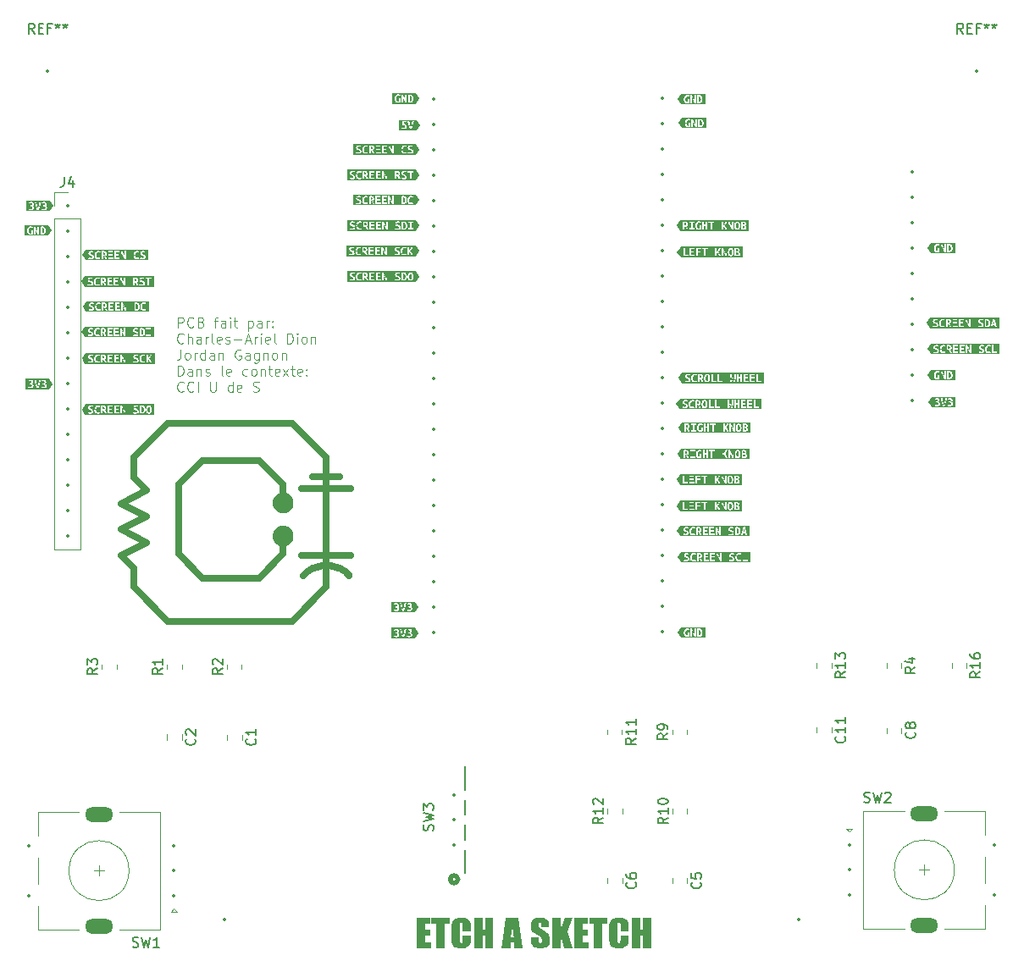
<source format=gto>
%TF.GenerationSoftware,KiCad,Pcbnew,8.0.1-rc1*%
%TF.CreationDate,2024-08-02T11:20:44-04:00*%
%TF.ProjectId,Schema,53636865-6d61-42e6-9b69-6361645f7063,rev?*%
%TF.SameCoordinates,Original*%
%TF.FileFunction,Legend,Top*%
%TF.FilePolarity,Positive*%
%FSLAX46Y46*%
G04 Gerber Fmt 4.6, Leading zero omitted, Abs format (unit mm)*
G04 Created by KiCad (PCBNEW 8.0.1-rc1) date 2024-08-02 11:20:44*
%MOMM*%
%LPD*%
G01*
G04 APERTURE LIST*
%ADD10C,0.661458*%
%ADD11C,0.100000*%
%ADD12C,0.150000*%
%ADD13C,0.000000*%
%ADD14C,0.120000*%
%ADD15C,0.152400*%
%ADD16C,0.508000*%
%ADD17C,0.350000*%
%ADD18O,2.800000X1.500000*%
G04 APERTURE END LIST*
D10*
X100600288Y-85486486D02*
X100748670Y-85446453D01*
X98064572Y-90909405D02*
X101468438Y-87505541D01*
X97225183Y-81735866D02*
X97259782Y-81738497D01*
X97293879Y-81742829D01*
X97327429Y-81748821D01*
X97360391Y-81756428D01*
X97392722Y-81765609D01*
X97424378Y-81776320D01*
X97455317Y-81788519D01*
X97485496Y-81802163D01*
X97514872Y-81817208D01*
X97543403Y-81833613D01*
X97571046Y-81851335D01*
X97597757Y-81870329D01*
X97623495Y-81890555D01*
X97648215Y-81911969D01*
X97671876Y-81934528D01*
X97694435Y-81958189D01*
X97715849Y-81982910D01*
X97736074Y-82008647D01*
X97755069Y-82035358D01*
X97772790Y-82063001D01*
X97789195Y-82091532D01*
X97804241Y-82120908D01*
X97817884Y-82151087D01*
X97830083Y-82182026D01*
X97840794Y-82213683D01*
X97849975Y-82246013D01*
X97857583Y-82278975D01*
X97863574Y-82312525D01*
X97867907Y-82346622D01*
X97870538Y-82381221D01*
X97871424Y-82416281D01*
X97870538Y-82451341D01*
X97867907Y-82485940D01*
X97863574Y-82520037D01*
X97857583Y-82553587D01*
X97849975Y-82586549D01*
X97840794Y-82618880D01*
X97830083Y-82650536D01*
X97817884Y-82681475D01*
X97804241Y-82711654D01*
X97789195Y-82741030D01*
X97772790Y-82769561D01*
X97755069Y-82797204D01*
X97736074Y-82823915D01*
X97715849Y-82849653D01*
X97694435Y-82874373D01*
X97671876Y-82898035D01*
X97648215Y-82920593D01*
X97623495Y-82942007D01*
X97597757Y-82962233D01*
X97571046Y-82981228D01*
X97543403Y-82998949D01*
X97514872Y-83015354D01*
X97485496Y-83030399D01*
X97455317Y-83044043D01*
X97424378Y-83056242D01*
X97392722Y-83066953D01*
X97360391Y-83076134D01*
X97327429Y-83083742D01*
X97293879Y-83089733D01*
X97259782Y-83094066D01*
X97225183Y-83096697D01*
X97190123Y-83097583D01*
X97155063Y-83096697D01*
X97120464Y-83094066D01*
X97086368Y-83089733D01*
X97052817Y-83083742D01*
X97019855Y-83076134D01*
X96987525Y-83066953D01*
X96955869Y-83056242D01*
X96924930Y-83044043D01*
X96894751Y-83030399D01*
X96865374Y-83015354D01*
X96836844Y-82998949D01*
X96809201Y-82981228D01*
X96782490Y-82962233D01*
X96756752Y-82942007D01*
X96732032Y-82920593D01*
X96708370Y-82898035D01*
X96685812Y-82874373D01*
X96664398Y-82849653D01*
X96644172Y-82823915D01*
X96625177Y-82797204D01*
X96607456Y-82769561D01*
X96591051Y-82741030D01*
X96576006Y-82711654D01*
X96562362Y-82681475D01*
X96550163Y-82650536D01*
X96539452Y-82618880D01*
X96530271Y-82586549D01*
X96522664Y-82553587D01*
X96516672Y-82520037D01*
X96512339Y-82485940D01*
X96509708Y-82451341D01*
X96508822Y-82416281D01*
X96509708Y-82381221D01*
X96512339Y-82346622D01*
X96516672Y-82312525D01*
X96522664Y-82278975D01*
X96530271Y-82246013D01*
X96539452Y-82213683D01*
X96550163Y-82182026D01*
X96562362Y-82151087D01*
X96576006Y-82120908D01*
X96591051Y-82091532D01*
X96607456Y-82063001D01*
X96625177Y-82035358D01*
X96644172Y-82008647D01*
X96664398Y-81982910D01*
X96685812Y-81958189D01*
X96708370Y-81934528D01*
X96732032Y-81911969D01*
X96756752Y-81890555D01*
X96782490Y-81870329D01*
X96809201Y-81851335D01*
X96836844Y-81833613D01*
X96865374Y-81817208D01*
X96894751Y-81802163D01*
X96924930Y-81788519D01*
X96955869Y-81776320D01*
X96987525Y-81765609D01*
X97019855Y-81756428D01*
X97052817Y-81748821D01*
X97086368Y-81742829D01*
X97120464Y-81738497D01*
X97155063Y-81735866D01*
X97190123Y-81734979D01*
X97225183Y-81735866D01*
G36*
X97225183Y-81735866D02*
G01*
X97259782Y-81738497D01*
X97293879Y-81742829D01*
X97327429Y-81748821D01*
X97360391Y-81756428D01*
X97392722Y-81765609D01*
X97424378Y-81776320D01*
X97455317Y-81788519D01*
X97485496Y-81802163D01*
X97514872Y-81817208D01*
X97543403Y-81833613D01*
X97571046Y-81851335D01*
X97597757Y-81870329D01*
X97623495Y-81890555D01*
X97648215Y-81911969D01*
X97671876Y-81934528D01*
X97694435Y-81958189D01*
X97715849Y-81982910D01*
X97736074Y-82008647D01*
X97755069Y-82035358D01*
X97772790Y-82063001D01*
X97789195Y-82091532D01*
X97804241Y-82120908D01*
X97817884Y-82151087D01*
X97830083Y-82182026D01*
X97840794Y-82213683D01*
X97849975Y-82246013D01*
X97857583Y-82278975D01*
X97863574Y-82312525D01*
X97867907Y-82346622D01*
X97870538Y-82381221D01*
X97871424Y-82416281D01*
X97870538Y-82451341D01*
X97867907Y-82485940D01*
X97863574Y-82520037D01*
X97857583Y-82553587D01*
X97849975Y-82586549D01*
X97840794Y-82618880D01*
X97830083Y-82650536D01*
X97817884Y-82681475D01*
X97804241Y-82711654D01*
X97789195Y-82741030D01*
X97772790Y-82769561D01*
X97755069Y-82797204D01*
X97736074Y-82823915D01*
X97715849Y-82849653D01*
X97694435Y-82874373D01*
X97671876Y-82898035D01*
X97648215Y-82920593D01*
X97623495Y-82942007D01*
X97597757Y-82962233D01*
X97571046Y-82981228D01*
X97543403Y-82998949D01*
X97514872Y-83015354D01*
X97485496Y-83030399D01*
X97455317Y-83044043D01*
X97424378Y-83056242D01*
X97392722Y-83066953D01*
X97360391Y-83076134D01*
X97327429Y-83083742D01*
X97293879Y-83089733D01*
X97259782Y-83094066D01*
X97225183Y-83096697D01*
X97190123Y-83097583D01*
X97155063Y-83096697D01*
X97120464Y-83094066D01*
X97086368Y-83089733D01*
X97052817Y-83083742D01*
X97019855Y-83076134D01*
X96987525Y-83066953D01*
X96955869Y-83056242D01*
X96924930Y-83044043D01*
X96894751Y-83030399D01*
X96865374Y-83015354D01*
X96836844Y-82998949D01*
X96809201Y-82981228D01*
X96782490Y-82962233D01*
X96756752Y-82942007D01*
X96732032Y-82920593D01*
X96708370Y-82898035D01*
X96685812Y-82874373D01*
X96664398Y-82849653D01*
X96644172Y-82823915D01*
X96625177Y-82797204D01*
X96607456Y-82769561D01*
X96591051Y-82741030D01*
X96576006Y-82711654D01*
X96562362Y-82681475D01*
X96550163Y-82650536D01*
X96539452Y-82618880D01*
X96530271Y-82586549D01*
X96522664Y-82553587D01*
X96516672Y-82520037D01*
X96512339Y-82485940D01*
X96509708Y-82451341D01*
X96508822Y-82416281D01*
X96509708Y-82381221D01*
X96512339Y-82346622D01*
X96516672Y-82312525D01*
X96522664Y-82278975D01*
X96530271Y-82246013D01*
X96539452Y-82213683D01*
X96550163Y-82182026D01*
X96562362Y-82151087D01*
X96576006Y-82120908D01*
X96591051Y-82091532D01*
X96607456Y-82063001D01*
X96625177Y-82035358D01*
X96644172Y-82008647D01*
X96664398Y-81982910D01*
X96685812Y-81958189D01*
X96708370Y-81934528D01*
X96732032Y-81911969D01*
X96756752Y-81890555D01*
X96782490Y-81870329D01*
X96809201Y-81851335D01*
X96836844Y-81833613D01*
X96865374Y-81817208D01*
X96894751Y-81802163D01*
X96924930Y-81788519D01*
X96955869Y-81776320D01*
X96987525Y-81765609D01*
X97019855Y-81756428D01*
X97052817Y-81748821D01*
X97086368Y-81742829D01*
X97120464Y-81738497D01*
X97155063Y-81735866D01*
X97190123Y-81734979D01*
X97225183Y-81735866D01*
G37*
X102845819Y-85650255D02*
X102985713Y-85719402D01*
X94773155Y-86632415D02*
X97190123Y-84215448D01*
X99889502Y-85795827D02*
X100026566Y-85719402D01*
X85671490Y-71098729D02*
X82268948Y-74502593D01*
X83570698Y-77854864D02*
X80950000Y-79150000D01*
X89152083Y-86632415D02*
X94773155Y-86632415D01*
X101049395Y-85388224D02*
X101201172Y-85370028D01*
X89152083Y-74822739D02*
X86735114Y-77239708D01*
X101468438Y-74502593D02*
X98064572Y-71098729D01*
X101353514Y-85359110D02*
X101468438Y-85356369D01*
X97225183Y-78416667D02*
X97259782Y-78419298D01*
X97293879Y-78423631D01*
X97327429Y-78429622D01*
X97360391Y-78437230D01*
X97392722Y-78446410D01*
X97424378Y-78457122D01*
X97455317Y-78469321D01*
X97485496Y-78482964D01*
X97514872Y-78498010D01*
X97543403Y-78514415D01*
X97571046Y-78532136D01*
X97597757Y-78551131D01*
X97623495Y-78571357D01*
X97648215Y-78592771D01*
X97671876Y-78615329D01*
X97694435Y-78638991D01*
X97715849Y-78663711D01*
X97736074Y-78689449D01*
X97755069Y-78716160D01*
X97772790Y-78743803D01*
X97789195Y-78772334D01*
X97804241Y-78801710D01*
X97817884Y-78831889D01*
X97830083Y-78862828D01*
X97840794Y-78894484D01*
X97849975Y-78926815D01*
X97857583Y-78959777D01*
X97863574Y-78993327D01*
X97867907Y-79027423D01*
X97870538Y-79062023D01*
X97871424Y-79097082D01*
X97870538Y-79132142D01*
X97867907Y-79166742D01*
X97863574Y-79200838D01*
X97857583Y-79234389D01*
X97849975Y-79267351D01*
X97840794Y-79299681D01*
X97830083Y-79331337D01*
X97817884Y-79362276D01*
X97804241Y-79392455D01*
X97789195Y-79421832D01*
X97772790Y-79450363D01*
X97755069Y-79478005D01*
X97736074Y-79504717D01*
X97715849Y-79530454D01*
X97694435Y-79555175D01*
X97671876Y-79578836D01*
X97648215Y-79601395D01*
X97623495Y-79622808D01*
X97597757Y-79643034D01*
X97571046Y-79662029D01*
X97543403Y-79679750D01*
X97514872Y-79696155D01*
X97485496Y-79711201D01*
X97455317Y-79724845D01*
X97424378Y-79737043D01*
X97392722Y-79747755D01*
X97360391Y-79756935D01*
X97327429Y-79764543D01*
X97293879Y-79770534D01*
X97259782Y-79774867D01*
X97225183Y-79777498D01*
X97190123Y-79778385D01*
X97155063Y-79777498D01*
X97120464Y-79774867D01*
X97086368Y-79770534D01*
X97052817Y-79764543D01*
X97019855Y-79756935D01*
X96987525Y-79747755D01*
X96955869Y-79737043D01*
X96924930Y-79724845D01*
X96894751Y-79711201D01*
X96865374Y-79696155D01*
X96836844Y-79679750D01*
X96809201Y-79662029D01*
X96782490Y-79643034D01*
X96756752Y-79622808D01*
X96732032Y-79601395D01*
X96708370Y-79578836D01*
X96685812Y-79555175D01*
X96664398Y-79530454D01*
X96644172Y-79504717D01*
X96625177Y-79478005D01*
X96607456Y-79450363D01*
X96591051Y-79421832D01*
X96576006Y-79392455D01*
X96562362Y-79362276D01*
X96550163Y-79331337D01*
X96539452Y-79299681D01*
X96530271Y-79267351D01*
X96522664Y-79234389D01*
X96516672Y-79200838D01*
X96512339Y-79166742D01*
X96509708Y-79132142D01*
X96508822Y-79097082D01*
X96509708Y-79062023D01*
X96512339Y-79027423D01*
X96516672Y-78993327D01*
X96522664Y-78959777D01*
X96530271Y-78926815D01*
X96539452Y-78894484D01*
X96550163Y-78862828D01*
X96562362Y-78831889D01*
X96576006Y-78801710D01*
X96591051Y-78772334D01*
X96607456Y-78743803D01*
X96625177Y-78716160D01*
X96644172Y-78689449D01*
X96664398Y-78663711D01*
X96685812Y-78638991D01*
X96708370Y-78615329D01*
X96732032Y-78592771D01*
X96756752Y-78571357D01*
X96782490Y-78551131D01*
X96809201Y-78532136D01*
X96836844Y-78514415D01*
X96865374Y-78498010D01*
X96894751Y-78482964D01*
X96924930Y-78469321D01*
X96955869Y-78457122D01*
X96987525Y-78446410D01*
X97019855Y-78437230D01*
X97052817Y-78429622D01*
X97086368Y-78423631D01*
X97120464Y-78419298D01*
X97155063Y-78416667D01*
X97190123Y-78415780D01*
X97225183Y-78416667D01*
G36*
X97225183Y-78416667D02*
G01*
X97259782Y-78419298D01*
X97293879Y-78423631D01*
X97327429Y-78429622D01*
X97360391Y-78437230D01*
X97392722Y-78446410D01*
X97424378Y-78457122D01*
X97455317Y-78469321D01*
X97485496Y-78482964D01*
X97514872Y-78498010D01*
X97543403Y-78514415D01*
X97571046Y-78532136D01*
X97597757Y-78551131D01*
X97623495Y-78571357D01*
X97648215Y-78592771D01*
X97671876Y-78615329D01*
X97694435Y-78638991D01*
X97715849Y-78663711D01*
X97736074Y-78689449D01*
X97755069Y-78716160D01*
X97772790Y-78743803D01*
X97789195Y-78772334D01*
X97804241Y-78801710D01*
X97817884Y-78831889D01*
X97830083Y-78862828D01*
X97840794Y-78894484D01*
X97849975Y-78926815D01*
X97857583Y-78959777D01*
X97863574Y-78993327D01*
X97867907Y-79027423D01*
X97870538Y-79062023D01*
X97871424Y-79097082D01*
X97870538Y-79132142D01*
X97867907Y-79166742D01*
X97863574Y-79200838D01*
X97857583Y-79234389D01*
X97849975Y-79267351D01*
X97840794Y-79299681D01*
X97830083Y-79331337D01*
X97817884Y-79362276D01*
X97804241Y-79392455D01*
X97789195Y-79421832D01*
X97772790Y-79450363D01*
X97755069Y-79478005D01*
X97736074Y-79504717D01*
X97715849Y-79530454D01*
X97694435Y-79555175D01*
X97671876Y-79578836D01*
X97648215Y-79601395D01*
X97623495Y-79622808D01*
X97597757Y-79643034D01*
X97571046Y-79662029D01*
X97543403Y-79679750D01*
X97514872Y-79696155D01*
X97485496Y-79711201D01*
X97455317Y-79724845D01*
X97424378Y-79737043D01*
X97392722Y-79747755D01*
X97360391Y-79756935D01*
X97327429Y-79764543D01*
X97293879Y-79770534D01*
X97259782Y-79774867D01*
X97225183Y-79777498D01*
X97190123Y-79778385D01*
X97155063Y-79777498D01*
X97120464Y-79774867D01*
X97086368Y-79770534D01*
X97052817Y-79764543D01*
X97019855Y-79756935D01*
X96987525Y-79747755D01*
X96955869Y-79737043D01*
X96924930Y-79724845D01*
X96894751Y-79711201D01*
X96865374Y-79696155D01*
X96836844Y-79679750D01*
X96809201Y-79662029D01*
X96782490Y-79643034D01*
X96756752Y-79622808D01*
X96732032Y-79601395D01*
X96708370Y-79578836D01*
X96685812Y-79555175D01*
X96664398Y-79530454D01*
X96644172Y-79504717D01*
X96625177Y-79478005D01*
X96607456Y-79450363D01*
X96591051Y-79421832D01*
X96576006Y-79392455D01*
X96562362Y-79362276D01*
X96550163Y-79331337D01*
X96539452Y-79299681D01*
X96530271Y-79267351D01*
X96522664Y-79234389D01*
X96516672Y-79200838D01*
X96512339Y-79166742D01*
X96509708Y-79132142D01*
X96508822Y-79097082D01*
X96509708Y-79062023D01*
X96512339Y-79027423D01*
X96516672Y-78993327D01*
X96522664Y-78959777D01*
X96530271Y-78926815D01*
X96539452Y-78894484D01*
X96550163Y-78862828D01*
X96562362Y-78831889D01*
X96576006Y-78801710D01*
X96591051Y-78772334D01*
X96607456Y-78743803D01*
X96625177Y-78716160D01*
X96644172Y-78689449D01*
X96664398Y-78663711D01*
X96685812Y-78638991D01*
X96708370Y-78615329D01*
X96732032Y-78592771D01*
X96756752Y-78571357D01*
X96782490Y-78551131D01*
X96809201Y-78532136D01*
X96836844Y-78514415D01*
X96865374Y-78498010D01*
X96894751Y-78482964D01*
X96924930Y-78469321D01*
X96955869Y-78457122D01*
X96987525Y-78446410D01*
X97019855Y-78437230D01*
X97052817Y-78429622D01*
X97086368Y-78423631D01*
X97120464Y-78419298D01*
X97155063Y-78416667D01*
X97190123Y-78415780D01*
X97225183Y-78416667D01*
G37*
X97190123Y-78353604D02*
X97190123Y-77239708D01*
X83570698Y-80443812D02*
X80950000Y-81738947D01*
X100026566Y-85719402D02*
X100166460Y-85650255D01*
X103256730Y-85879531D02*
X103387287Y-85970514D01*
X100087311Y-76438021D02*
X102848238Y-76438021D01*
X101467112Y-85354539D02*
X101658766Y-85359110D01*
X94773155Y-74822739D02*
X89152083Y-74822739D01*
X101467112Y-77659073D02*
X101467112Y-85354539D01*
X101201172Y-85370028D02*
X101353514Y-85359110D01*
X101468438Y-87505541D02*
X101468438Y-85356369D01*
X103514166Y-86068776D02*
X103637084Y-86174316D01*
X103755759Y-86287135D02*
X103806031Y-86337405D01*
X80950000Y-79150000D02*
X83570698Y-80443812D01*
X102703379Y-85588386D02*
X102845819Y-85650255D01*
X103637084Y-86174316D02*
X103755759Y-86287135D01*
X86735114Y-77239708D02*
X86735114Y-78353604D01*
X97190123Y-77239708D02*
X94773155Y-74822739D01*
X98064572Y-71098729D02*
X85671490Y-71098729D01*
X85671490Y-90909405D02*
X98064572Y-90909405D01*
X99256520Y-86287135D02*
X99375194Y-86174316D01*
X82268948Y-76546500D02*
X83570698Y-77854864D01*
X100748670Y-85446453D02*
X100898467Y-85413699D01*
X99018395Y-77627323D02*
X103915833Y-77627323D01*
X103387287Y-85970514D02*
X103514166Y-86068776D01*
X101468438Y-76751552D02*
X101467112Y-77659073D01*
X101658766Y-85359110D02*
X101811108Y-85370028D01*
X82268948Y-87505541D02*
X85671490Y-90909405D01*
X102113813Y-85413699D02*
X102263610Y-85446453D01*
X102263610Y-85446453D02*
X102411991Y-85486486D01*
X82268948Y-85623031D02*
X82268948Y-87505541D01*
X86735114Y-83101551D02*
X86735114Y-84215448D01*
X82268948Y-74502593D02*
X82268948Y-76546500D01*
X100308900Y-85588386D02*
X100453604Y-85533797D01*
X101962885Y-85388224D02*
X102113813Y-85413699D01*
X86735114Y-78353604D02*
X86735114Y-83101551D01*
X100453604Y-85533797D02*
X100600288Y-85486486D01*
X103122778Y-85795827D02*
X103256730Y-85879531D01*
X97190123Y-84215448D02*
X97190123Y-83101551D01*
X99208895Y-86334759D02*
X99256520Y-86287135D01*
X99755549Y-85879531D02*
X99889502Y-85795827D01*
X80950000Y-84327896D02*
X82268948Y-85623031D01*
X80950000Y-81738947D02*
X83570698Y-83034083D01*
X101468438Y-76751552D02*
X101468438Y-74502593D01*
X102558675Y-85533797D02*
X102703379Y-85588386D01*
X83570698Y-83034083D02*
X80950000Y-84327896D01*
X99624992Y-85970514D02*
X99755549Y-85879531D01*
X99018395Y-84370228D02*
X103915833Y-84370228D01*
X86735114Y-84215448D02*
X89152083Y-86632415D01*
X100898467Y-85413699D02*
X101049395Y-85388224D01*
X102411991Y-85486486D02*
X102558675Y-85533797D01*
X99375194Y-86174316D02*
X99498112Y-86068776D01*
X101811108Y-85370028D02*
X101962885Y-85388224D01*
X99498112Y-86068776D02*
X99624992Y-85970514D01*
X100166460Y-85650255D02*
X100308900Y-85588386D01*
X102985713Y-85719402D02*
X103122778Y-85795827D01*
D11*
X86653884Y-61532643D02*
X86653884Y-60532643D01*
X86653884Y-60532643D02*
X87034836Y-60532643D01*
X87034836Y-60532643D02*
X87130074Y-60580262D01*
X87130074Y-60580262D02*
X87177693Y-60627881D01*
X87177693Y-60627881D02*
X87225312Y-60723119D01*
X87225312Y-60723119D02*
X87225312Y-60865976D01*
X87225312Y-60865976D02*
X87177693Y-60961214D01*
X87177693Y-60961214D02*
X87130074Y-61008833D01*
X87130074Y-61008833D02*
X87034836Y-61056452D01*
X87034836Y-61056452D02*
X86653884Y-61056452D01*
X88225312Y-61437404D02*
X88177693Y-61485024D01*
X88177693Y-61485024D02*
X88034836Y-61532643D01*
X88034836Y-61532643D02*
X87939598Y-61532643D01*
X87939598Y-61532643D02*
X87796741Y-61485024D01*
X87796741Y-61485024D02*
X87701503Y-61389785D01*
X87701503Y-61389785D02*
X87653884Y-61294547D01*
X87653884Y-61294547D02*
X87606265Y-61104071D01*
X87606265Y-61104071D02*
X87606265Y-60961214D01*
X87606265Y-60961214D02*
X87653884Y-60770738D01*
X87653884Y-60770738D02*
X87701503Y-60675500D01*
X87701503Y-60675500D02*
X87796741Y-60580262D01*
X87796741Y-60580262D02*
X87939598Y-60532643D01*
X87939598Y-60532643D02*
X88034836Y-60532643D01*
X88034836Y-60532643D02*
X88177693Y-60580262D01*
X88177693Y-60580262D02*
X88225312Y-60627881D01*
X88987217Y-61008833D02*
X89130074Y-61056452D01*
X89130074Y-61056452D02*
X89177693Y-61104071D01*
X89177693Y-61104071D02*
X89225312Y-61199309D01*
X89225312Y-61199309D02*
X89225312Y-61342166D01*
X89225312Y-61342166D02*
X89177693Y-61437404D01*
X89177693Y-61437404D02*
X89130074Y-61485024D01*
X89130074Y-61485024D02*
X89034836Y-61532643D01*
X89034836Y-61532643D02*
X88653884Y-61532643D01*
X88653884Y-61532643D02*
X88653884Y-60532643D01*
X88653884Y-60532643D02*
X88987217Y-60532643D01*
X88987217Y-60532643D02*
X89082455Y-60580262D01*
X89082455Y-60580262D02*
X89130074Y-60627881D01*
X89130074Y-60627881D02*
X89177693Y-60723119D01*
X89177693Y-60723119D02*
X89177693Y-60818357D01*
X89177693Y-60818357D02*
X89130074Y-60913595D01*
X89130074Y-60913595D02*
X89082455Y-60961214D01*
X89082455Y-60961214D02*
X88987217Y-61008833D01*
X88987217Y-61008833D02*
X88653884Y-61008833D01*
X90272932Y-60865976D02*
X90653884Y-60865976D01*
X90415789Y-61532643D02*
X90415789Y-60675500D01*
X90415789Y-60675500D02*
X90463408Y-60580262D01*
X90463408Y-60580262D02*
X90558646Y-60532643D01*
X90558646Y-60532643D02*
X90653884Y-60532643D01*
X91415789Y-61532643D02*
X91415789Y-61008833D01*
X91415789Y-61008833D02*
X91368170Y-60913595D01*
X91368170Y-60913595D02*
X91272932Y-60865976D01*
X91272932Y-60865976D02*
X91082456Y-60865976D01*
X91082456Y-60865976D02*
X90987218Y-60913595D01*
X91415789Y-61485024D02*
X91320551Y-61532643D01*
X91320551Y-61532643D02*
X91082456Y-61532643D01*
X91082456Y-61532643D02*
X90987218Y-61485024D01*
X90987218Y-61485024D02*
X90939599Y-61389785D01*
X90939599Y-61389785D02*
X90939599Y-61294547D01*
X90939599Y-61294547D02*
X90987218Y-61199309D01*
X90987218Y-61199309D02*
X91082456Y-61151690D01*
X91082456Y-61151690D02*
X91320551Y-61151690D01*
X91320551Y-61151690D02*
X91415789Y-61104071D01*
X91891980Y-61532643D02*
X91891980Y-60865976D01*
X91891980Y-60532643D02*
X91844361Y-60580262D01*
X91844361Y-60580262D02*
X91891980Y-60627881D01*
X91891980Y-60627881D02*
X91939599Y-60580262D01*
X91939599Y-60580262D02*
X91891980Y-60532643D01*
X91891980Y-60532643D02*
X91891980Y-60627881D01*
X92225313Y-60865976D02*
X92606265Y-60865976D01*
X92368170Y-60532643D02*
X92368170Y-61389785D01*
X92368170Y-61389785D02*
X92415789Y-61485024D01*
X92415789Y-61485024D02*
X92511027Y-61532643D01*
X92511027Y-61532643D02*
X92606265Y-61532643D01*
X93701504Y-60865976D02*
X93701504Y-61865976D01*
X93701504Y-60913595D02*
X93796742Y-60865976D01*
X93796742Y-60865976D02*
X93987218Y-60865976D01*
X93987218Y-60865976D02*
X94082456Y-60913595D01*
X94082456Y-60913595D02*
X94130075Y-60961214D01*
X94130075Y-60961214D02*
X94177694Y-61056452D01*
X94177694Y-61056452D02*
X94177694Y-61342166D01*
X94177694Y-61342166D02*
X94130075Y-61437404D01*
X94130075Y-61437404D02*
X94082456Y-61485024D01*
X94082456Y-61485024D02*
X93987218Y-61532643D01*
X93987218Y-61532643D02*
X93796742Y-61532643D01*
X93796742Y-61532643D02*
X93701504Y-61485024D01*
X95034837Y-61532643D02*
X95034837Y-61008833D01*
X95034837Y-61008833D02*
X94987218Y-60913595D01*
X94987218Y-60913595D02*
X94891980Y-60865976D01*
X94891980Y-60865976D02*
X94701504Y-60865976D01*
X94701504Y-60865976D02*
X94606266Y-60913595D01*
X95034837Y-61485024D02*
X94939599Y-61532643D01*
X94939599Y-61532643D02*
X94701504Y-61532643D01*
X94701504Y-61532643D02*
X94606266Y-61485024D01*
X94606266Y-61485024D02*
X94558647Y-61389785D01*
X94558647Y-61389785D02*
X94558647Y-61294547D01*
X94558647Y-61294547D02*
X94606266Y-61199309D01*
X94606266Y-61199309D02*
X94701504Y-61151690D01*
X94701504Y-61151690D02*
X94939599Y-61151690D01*
X94939599Y-61151690D02*
X95034837Y-61104071D01*
X95511028Y-61532643D02*
X95511028Y-60865976D01*
X95511028Y-61056452D02*
X95558647Y-60961214D01*
X95558647Y-60961214D02*
X95606266Y-60913595D01*
X95606266Y-60913595D02*
X95701504Y-60865976D01*
X95701504Y-60865976D02*
X95796742Y-60865976D01*
X96130076Y-61437404D02*
X96177695Y-61485024D01*
X96177695Y-61485024D02*
X96130076Y-61532643D01*
X96130076Y-61532643D02*
X96082457Y-61485024D01*
X96082457Y-61485024D02*
X96130076Y-61437404D01*
X96130076Y-61437404D02*
X96130076Y-61532643D01*
X96130076Y-60913595D02*
X96177695Y-60961214D01*
X96177695Y-60961214D02*
X96130076Y-61008833D01*
X96130076Y-61008833D02*
X96082457Y-60961214D01*
X96082457Y-60961214D02*
X96130076Y-60913595D01*
X96130076Y-60913595D02*
X96130076Y-61008833D01*
X87225312Y-63047348D02*
X87177693Y-63094968D01*
X87177693Y-63094968D02*
X87034836Y-63142587D01*
X87034836Y-63142587D02*
X86939598Y-63142587D01*
X86939598Y-63142587D02*
X86796741Y-63094968D01*
X86796741Y-63094968D02*
X86701503Y-62999729D01*
X86701503Y-62999729D02*
X86653884Y-62904491D01*
X86653884Y-62904491D02*
X86606265Y-62714015D01*
X86606265Y-62714015D02*
X86606265Y-62571158D01*
X86606265Y-62571158D02*
X86653884Y-62380682D01*
X86653884Y-62380682D02*
X86701503Y-62285444D01*
X86701503Y-62285444D02*
X86796741Y-62190206D01*
X86796741Y-62190206D02*
X86939598Y-62142587D01*
X86939598Y-62142587D02*
X87034836Y-62142587D01*
X87034836Y-62142587D02*
X87177693Y-62190206D01*
X87177693Y-62190206D02*
X87225312Y-62237825D01*
X87653884Y-63142587D02*
X87653884Y-62142587D01*
X88082455Y-63142587D02*
X88082455Y-62618777D01*
X88082455Y-62618777D02*
X88034836Y-62523539D01*
X88034836Y-62523539D02*
X87939598Y-62475920D01*
X87939598Y-62475920D02*
X87796741Y-62475920D01*
X87796741Y-62475920D02*
X87701503Y-62523539D01*
X87701503Y-62523539D02*
X87653884Y-62571158D01*
X88987217Y-63142587D02*
X88987217Y-62618777D01*
X88987217Y-62618777D02*
X88939598Y-62523539D01*
X88939598Y-62523539D02*
X88844360Y-62475920D01*
X88844360Y-62475920D02*
X88653884Y-62475920D01*
X88653884Y-62475920D02*
X88558646Y-62523539D01*
X88987217Y-63094968D02*
X88891979Y-63142587D01*
X88891979Y-63142587D02*
X88653884Y-63142587D01*
X88653884Y-63142587D02*
X88558646Y-63094968D01*
X88558646Y-63094968D02*
X88511027Y-62999729D01*
X88511027Y-62999729D02*
X88511027Y-62904491D01*
X88511027Y-62904491D02*
X88558646Y-62809253D01*
X88558646Y-62809253D02*
X88653884Y-62761634D01*
X88653884Y-62761634D02*
X88891979Y-62761634D01*
X88891979Y-62761634D02*
X88987217Y-62714015D01*
X89463408Y-63142587D02*
X89463408Y-62475920D01*
X89463408Y-62666396D02*
X89511027Y-62571158D01*
X89511027Y-62571158D02*
X89558646Y-62523539D01*
X89558646Y-62523539D02*
X89653884Y-62475920D01*
X89653884Y-62475920D02*
X89749122Y-62475920D01*
X90225313Y-63142587D02*
X90130075Y-63094968D01*
X90130075Y-63094968D02*
X90082456Y-62999729D01*
X90082456Y-62999729D02*
X90082456Y-62142587D01*
X90987218Y-63094968D02*
X90891980Y-63142587D01*
X90891980Y-63142587D02*
X90701504Y-63142587D01*
X90701504Y-63142587D02*
X90606266Y-63094968D01*
X90606266Y-63094968D02*
X90558647Y-62999729D01*
X90558647Y-62999729D02*
X90558647Y-62618777D01*
X90558647Y-62618777D02*
X90606266Y-62523539D01*
X90606266Y-62523539D02*
X90701504Y-62475920D01*
X90701504Y-62475920D02*
X90891980Y-62475920D01*
X90891980Y-62475920D02*
X90987218Y-62523539D01*
X90987218Y-62523539D02*
X91034837Y-62618777D01*
X91034837Y-62618777D02*
X91034837Y-62714015D01*
X91034837Y-62714015D02*
X90558647Y-62809253D01*
X91415790Y-63094968D02*
X91511028Y-63142587D01*
X91511028Y-63142587D02*
X91701504Y-63142587D01*
X91701504Y-63142587D02*
X91796742Y-63094968D01*
X91796742Y-63094968D02*
X91844361Y-62999729D01*
X91844361Y-62999729D02*
X91844361Y-62952110D01*
X91844361Y-62952110D02*
X91796742Y-62856872D01*
X91796742Y-62856872D02*
X91701504Y-62809253D01*
X91701504Y-62809253D02*
X91558647Y-62809253D01*
X91558647Y-62809253D02*
X91463409Y-62761634D01*
X91463409Y-62761634D02*
X91415790Y-62666396D01*
X91415790Y-62666396D02*
X91415790Y-62618777D01*
X91415790Y-62618777D02*
X91463409Y-62523539D01*
X91463409Y-62523539D02*
X91558647Y-62475920D01*
X91558647Y-62475920D02*
X91701504Y-62475920D01*
X91701504Y-62475920D02*
X91796742Y-62523539D01*
X92272933Y-62761634D02*
X93034838Y-62761634D01*
X93463409Y-62856872D02*
X93939599Y-62856872D01*
X93368171Y-63142587D02*
X93701504Y-62142587D01*
X93701504Y-62142587D02*
X94034837Y-63142587D01*
X94368171Y-63142587D02*
X94368171Y-62475920D01*
X94368171Y-62666396D02*
X94415790Y-62571158D01*
X94415790Y-62571158D02*
X94463409Y-62523539D01*
X94463409Y-62523539D02*
X94558647Y-62475920D01*
X94558647Y-62475920D02*
X94653885Y-62475920D01*
X94987219Y-63142587D02*
X94987219Y-62475920D01*
X94987219Y-62142587D02*
X94939600Y-62190206D01*
X94939600Y-62190206D02*
X94987219Y-62237825D01*
X94987219Y-62237825D02*
X95034838Y-62190206D01*
X95034838Y-62190206D02*
X94987219Y-62142587D01*
X94987219Y-62142587D02*
X94987219Y-62237825D01*
X95844361Y-63094968D02*
X95749123Y-63142587D01*
X95749123Y-63142587D02*
X95558647Y-63142587D01*
X95558647Y-63142587D02*
X95463409Y-63094968D01*
X95463409Y-63094968D02*
X95415790Y-62999729D01*
X95415790Y-62999729D02*
X95415790Y-62618777D01*
X95415790Y-62618777D02*
X95463409Y-62523539D01*
X95463409Y-62523539D02*
X95558647Y-62475920D01*
X95558647Y-62475920D02*
X95749123Y-62475920D01*
X95749123Y-62475920D02*
X95844361Y-62523539D01*
X95844361Y-62523539D02*
X95891980Y-62618777D01*
X95891980Y-62618777D02*
X95891980Y-62714015D01*
X95891980Y-62714015D02*
X95415790Y-62809253D01*
X96463409Y-63142587D02*
X96368171Y-63094968D01*
X96368171Y-63094968D02*
X96320552Y-62999729D01*
X96320552Y-62999729D02*
X96320552Y-62142587D01*
X97606267Y-63142587D02*
X97606267Y-62142587D01*
X97606267Y-62142587D02*
X97844362Y-62142587D01*
X97844362Y-62142587D02*
X97987219Y-62190206D01*
X97987219Y-62190206D02*
X98082457Y-62285444D01*
X98082457Y-62285444D02*
X98130076Y-62380682D01*
X98130076Y-62380682D02*
X98177695Y-62571158D01*
X98177695Y-62571158D02*
X98177695Y-62714015D01*
X98177695Y-62714015D02*
X98130076Y-62904491D01*
X98130076Y-62904491D02*
X98082457Y-62999729D01*
X98082457Y-62999729D02*
X97987219Y-63094968D01*
X97987219Y-63094968D02*
X97844362Y-63142587D01*
X97844362Y-63142587D02*
X97606267Y-63142587D01*
X98606267Y-63142587D02*
X98606267Y-62475920D01*
X98606267Y-62142587D02*
X98558648Y-62190206D01*
X98558648Y-62190206D02*
X98606267Y-62237825D01*
X98606267Y-62237825D02*
X98653886Y-62190206D01*
X98653886Y-62190206D02*
X98606267Y-62142587D01*
X98606267Y-62142587D02*
X98606267Y-62237825D01*
X99225314Y-63142587D02*
X99130076Y-63094968D01*
X99130076Y-63094968D02*
X99082457Y-63047348D01*
X99082457Y-63047348D02*
X99034838Y-62952110D01*
X99034838Y-62952110D02*
X99034838Y-62666396D01*
X99034838Y-62666396D02*
X99082457Y-62571158D01*
X99082457Y-62571158D02*
X99130076Y-62523539D01*
X99130076Y-62523539D02*
X99225314Y-62475920D01*
X99225314Y-62475920D02*
X99368171Y-62475920D01*
X99368171Y-62475920D02*
X99463409Y-62523539D01*
X99463409Y-62523539D02*
X99511028Y-62571158D01*
X99511028Y-62571158D02*
X99558647Y-62666396D01*
X99558647Y-62666396D02*
X99558647Y-62952110D01*
X99558647Y-62952110D02*
X99511028Y-63047348D01*
X99511028Y-63047348D02*
X99463409Y-63094968D01*
X99463409Y-63094968D02*
X99368171Y-63142587D01*
X99368171Y-63142587D02*
X99225314Y-63142587D01*
X99987219Y-62475920D02*
X99987219Y-63142587D01*
X99987219Y-62571158D02*
X100034838Y-62523539D01*
X100034838Y-62523539D02*
X100130076Y-62475920D01*
X100130076Y-62475920D02*
X100272933Y-62475920D01*
X100272933Y-62475920D02*
X100368171Y-62523539D01*
X100368171Y-62523539D02*
X100415790Y-62618777D01*
X100415790Y-62618777D02*
X100415790Y-63142587D01*
X86939598Y-63752531D02*
X86939598Y-64466816D01*
X86939598Y-64466816D02*
X86891979Y-64609673D01*
X86891979Y-64609673D02*
X86796741Y-64704912D01*
X86796741Y-64704912D02*
X86653884Y-64752531D01*
X86653884Y-64752531D02*
X86558646Y-64752531D01*
X87558646Y-64752531D02*
X87463408Y-64704912D01*
X87463408Y-64704912D02*
X87415789Y-64657292D01*
X87415789Y-64657292D02*
X87368170Y-64562054D01*
X87368170Y-64562054D02*
X87368170Y-64276340D01*
X87368170Y-64276340D02*
X87415789Y-64181102D01*
X87415789Y-64181102D02*
X87463408Y-64133483D01*
X87463408Y-64133483D02*
X87558646Y-64085864D01*
X87558646Y-64085864D02*
X87701503Y-64085864D01*
X87701503Y-64085864D02*
X87796741Y-64133483D01*
X87796741Y-64133483D02*
X87844360Y-64181102D01*
X87844360Y-64181102D02*
X87891979Y-64276340D01*
X87891979Y-64276340D02*
X87891979Y-64562054D01*
X87891979Y-64562054D02*
X87844360Y-64657292D01*
X87844360Y-64657292D02*
X87796741Y-64704912D01*
X87796741Y-64704912D02*
X87701503Y-64752531D01*
X87701503Y-64752531D02*
X87558646Y-64752531D01*
X88320551Y-64752531D02*
X88320551Y-64085864D01*
X88320551Y-64276340D02*
X88368170Y-64181102D01*
X88368170Y-64181102D02*
X88415789Y-64133483D01*
X88415789Y-64133483D02*
X88511027Y-64085864D01*
X88511027Y-64085864D02*
X88606265Y-64085864D01*
X89368170Y-64752531D02*
X89368170Y-63752531D01*
X89368170Y-64704912D02*
X89272932Y-64752531D01*
X89272932Y-64752531D02*
X89082456Y-64752531D01*
X89082456Y-64752531D02*
X88987218Y-64704912D01*
X88987218Y-64704912D02*
X88939599Y-64657292D01*
X88939599Y-64657292D02*
X88891980Y-64562054D01*
X88891980Y-64562054D02*
X88891980Y-64276340D01*
X88891980Y-64276340D02*
X88939599Y-64181102D01*
X88939599Y-64181102D02*
X88987218Y-64133483D01*
X88987218Y-64133483D02*
X89082456Y-64085864D01*
X89082456Y-64085864D02*
X89272932Y-64085864D01*
X89272932Y-64085864D02*
X89368170Y-64133483D01*
X90272932Y-64752531D02*
X90272932Y-64228721D01*
X90272932Y-64228721D02*
X90225313Y-64133483D01*
X90225313Y-64133483D02*
X90130075Y-64085864D01*
X90130075Y-64085864D02*
X89939599Y-64085864D01*
X89939599Y-64085864D02*
X89844361Y-64133483D01*
X90272932Y-64704912D02*
X90177694Y-64752531D01*
X90177694Y-64752531D02*
X89939599Y-64752531D01*
X89939599Y-64752531D02*
X89844361Y-64704912D01*
X89844361Y-64704912D02*
X89796742Y-64609673D01*
X89796742Y-64609673D02*
X89796742Y-64514435D01*
X89796742Y-64514435D02*
X89844361Y-64419197D01*
X89844361Y-64419197D02*
X89939599Y-64371578D01*
X89939599Y-64371578D02*
X90177694Y-64371578D01*
X90177694Y-64371578D02*
X90272932Y-64323959D01*
X90749123Y-64085864D02*
X90749123Y-64752531D01*
X90749123Y-64181102D02*
X90796742Y-64133483D01*
X90796742Y-64133483D02*
X90891980Y-64085864D01*
X90891980Y-64085864D02*
X91034837Y-64085864D01*
X91034837Y-64085864D02*
X91130075Y-64133483D01*
X91130075Y-64133483D02*
X91177694Y-64228721D01*
X91177694Y-64228721D02*
X91177694Y-64752531D01*
X92939599Y-63800150D02*
X92844361Y-63752531D01*
X92844361Y-63752531D02*
X92701504Y-63752531D01*
X92701504Y-63752531D02*
X92558647Y-63800150D01*
X92558647Y-63800150D02*
X92463409Y-63895388D01*
X92463409Y-63895388D02*
X92415790Y-63990626D01*
X92415790Y-63990626D02*
X92368171Y-64181102D01*
X92368171Y-64181102D02*
X92368171Y-64323959D01*
X92368171Y-64323959D02*
X92415790Y-64514435D01*
X92415790Y-64514435D02*
X92463409Y-64609673D01*
X92463409Y-64609673D02*
X92558647Y-64704912D01*
X92558647Y-64704912D02*
X92701504Y-64752531D01*
X92701504Y-64752531D02*
X92796742Y-64752531D01*
X92796742Y-64752531D02*
X92939599Y-64704912D01*
X92939599Y-64704912D02*
X92987218Y-64657292D01*
X92987218Y-64657292D02*
X92987218Y-64323959D01*
X92987218Y-64323959D02*
X92796742Y-64323959D01*
X93844361Y-64752531D02*
X93844361Y-64228721D01*
X93844361Y-64228721D02*
X93796742Y-64133483D01*
X93796742Y-64133483D02*
X93701504Y-64085864D01*
X93701504Y-64085864D02*
X93511028Y-64085864D01*
X93511028Y-64085864D02*
X93415790Y-64133483D01*
X93844361Y-64704912D02*
X93749123Y-64752531D01*
X93749123Y-64752531D02*
X93511028Y-64752531D01*
X93511028Y-64752531D02*
X93415790Y-64704912D01*
X93415790Y-64704912D02*
X93368171Y-64609673D01*
X93368171Y-64609673D02*
X93368171Y-64514435D01*
X93368171Y-64514435D02*
X93415790Y-64419197D01*
X93415790Y-64419197D02*
X93511028Y-64371578D01*
X93511028Y-64371578D02*
X93749123Y-64371578D01*
X93749123Y-64371578D02*
X93844361Y-64323959D01*
X94749123Y-64085864D02*
X94749123Y-64895388D01*
X94749123Y-64895388D02*
X94701504Y-64990626D01*
X94701504Y-64990626D02*
X94653885Y-65038245D01*
X94653885Y-65038245D02*
X94558647Y-65085864D01*
X94558647Y-65085864D02*
X94415790Y-65085864D01*
X94415790Y-65085864D02*
X94320552Y-65038245D01*
X94749123Y-64704912D02*
X94653885Y-64752531D01*
X94653885Y-64752531D02*
X94463409Y-64752531D01*
X94463409Y-64752531D02*
X94368171Y-64704912D01*
X94368171Y-64704912D02*
X94320552Y-64657292D01*
X94320552Y-64657292D02*
X94272933Y-64562054D01*
X94272933Y-64562054D02*
X94272933Y-64276340D01*
X94272933Y-64276340D02*
X94320552Y-64181102D01*
X94320552Y-64181102D02*
X94368171Y-64133483D01*
X94368171Y-64133483D02*
X94463409Y-64085864D01*
X94463409Y-64085864D02*
X94653885Y-64085864D01*
X94653885Y-64085864D02*
X94749123Y-64133483D01*
X95225314Y-64085864D02*
X95225314Y-64752531D01*
X95225314Y-64181102D02*
X95272933Y-64133483D01*
X95272933Y-64133483D02*
X95368171Y-64085864D01*
X95368171Y-64085864D02*
X95511028Y-64085864D01*
X95511028Y-64085864D02*
X95606266Y-64133483D01*
X95606266Y-64133483D02*
X95653885Y-64228721D01*
X95653885Y-64228721D02*
X95653885Y-64752531D01*
X96272933Y-64752531D02*
X96177695Y-64704912D01*
X96177695Y-64704912D02*
X96130076Y-64657292D01*
X96130076Y-64657292D02*
X96082457Y-64562054D01*
X96082457Y-64562054D02*
X96082457Y-64276340D01*
X96082457Y-64276340D02*
X96130076Y-64181102D01*
X96130076Y-64181102D02*
X96177695Y-64133483D01*
X96177695Y-64133483D02*
X96272933Y-64085864D01*
X96272933Y-64085864D02*
X96415790Y-64085864D01*
X96415790Y-64085864D02*
X96511028Y-64133483D01*
X96511028Y-64133483D02*
X96558647Y-64181102D01*
X96558647Y-64181102D02*
X96606266Y-64276340D01*
X96606266Y-64276340D02*
X96606266Y-64562054D01*
X96606266Y-64562054D02*
X96558647Y-64657292D01*
X96558647Y-64657292D02*
X96511028Y-64704912D01*
X96511028Y-64704912D02*
X96415790Y-64752531D01*
X96415790Y-64752531D02*
X96272933Y-64752531D01*
X97034838Y-64085864D02*
X97034838Y-64752531D01*
X97034838Y-64181102D02*
X97082457Y-64133483D01*
X97082457Y-64133483D02*
X97177695Y-64085864D01*
X97177695Y-64085864D02*
X97320552Y-64085864D01*
X97320552Y-64085864D02*
X97415790Y-64133483D01*
X97415790Y-64133483D02*
X97463409Y-64228721D01*
X97463409Y-64228721D02*
X97463409Y-64752531D01*
X86653884Y-66362475D02*
X86653884Y-65362475D01*
X86653884Y-65362475D02*
X86891979Y-65362475D01*
X86891979Y-65362475D02*
X87034836Y-65410094D01*
X87034836Y-65410094D02*
X87130074Y-65505332D01*
X87130074Y-65505332D02*
X87177693Y-65600570D01*
X87177693Y-65600570D02*
X87225312Y-65791046D01*
X87225312Y-65791046D02*
X87225312Y-65933903D01*
X87225312Y-65933903D02*
X87177693Y-66124379D01*
X87177693Y-66124379D02*
X87130074Y-66219617D01*
X87130074Y-66219617D02*
X87034836Y-66314856D01*
X87034836Y-66314856D02*
X86891979Y-66362475D01*
X86891979Y-66362475D02*
X86653884Y-66362475D01*
X88082455Y-66362475D02*
X88082455Y-65838665D01*
X88082455Y-65838665D02*
X88034836Y-65743427D01*
X88034836Y-65743427D02*
X87939598Y-65695808D01*
X87939598Y-65695808D02*
X87749122Y-65695808D01*
X87749122Y-65695808D02*
X87653884Y-65743427D01*
X88082455Y-66314856D02*
X87987217Y-66362475D01*
X87987217Y-66362475D02*
X87749122Y-66362475D01*
X87749122Y-66362475D02*
X87653884Y-66314856D01*
X87653884Y-66314856D02*
X87606265Y-66219617D01*
X87606265Y-66219617D02*
X87606265Y-66124379D01*
X87606265Y-66124379D02*
X87653884Y-66029141D01*
X87653884Y-66029141D02*
X87749122Y-65981522D01*
X87749122Y-65981522D02*
X87987217Y-65981522D01*
X87987217Y-65981522D02*
X88082455Y-65933903D01*
X88558646Y-65695808D02*
X88558646Y-66362475D01*
X88558646Y-65791046D02*
X88606265Y-65743427D01*
X88606265Y-65743427D02*
X88701503Y-65695808D01*
X88701503Y-65695808D02*
X88844360Y-65695808D01*
X88844360Y-65695808D02*
X88939598Y-65743427D01*
X88939598Y-65743427D02*
X88987217Y-65838665D01*
X88987217Y-65838665D02*
X88987217Y-66362475D01*
X89415789Y-66314856D02*
X89511027Y-66362475D01*
X89511027Y-66362475D02*
X89701503Y-66362475D01*
X89701503Y-66362475D02*
X89796741Y-66314856D01*
X89796741Y-66314856D02*
X89844360Y-66219617D01*
X89844360Y-66219617D02*
X89844360Y-66171998D01*
X89844360Y-66171998D02*
X89796741Y-66076760D01*
X89796741Y-66076760D02*
X89701503Y-66029141D01*
X89701503Y-66029141D02*
X89558646Y-66029141D01*
X89558646Y-66029141D02*
X89463408Y-65981522D01*
X89463408Y-65981522D02*
X89415789Y-65886284D01*
X89415789Y-65886284D02*
X89415789Y-65838665D01*
X89415789Y-65838665D02*
X89463408Y-65743427D01*
X89463408Y-65743427D02*
X89558646Y-65695808D01*
X89558646Y-65695808D02*
X89701503Y-65695808D01*
X89701503Y-65695808D02*
X89796741Y-65743427D01*
X91177694Y-66362475D02*
X91082456Y-66314856D01*
X91082456Y-66314856D02*
X91034837Y-66219617D01*
X91034837Y-66219617D02*
X91034837Y-65362475D01*
X91939599Y-66314856D02*
X91844361Y-66362475D01*
X91844361Y-66362475D02*
X91653885Y-66362475D01*
X91653885Y-66362475D02*
X91558647Y-66314856D01*
X91558647Y-66314856D02*
X91511028Y-66219617D01*
X91511028Y-66219617D02*
X91511028Y-65838665D01*
X91511028Y-65838665D02*
X91558647Y-65743427D01*
X91558647Y-65743427D02*
X91653885Y-65695808D01*
X91653885Y-65695808D02*
X91844361Y-65695808D01*
X91844361Y-65695808D02*
X91939599Y-65743427D01*
X91939599Y-65743427D02*
X91987218Y-65838665D01*
X91987218Y-65838665D02*
X91987218Y-65933903D01*
X91987218Y-65933903D02*
X91511028Y-66029141D01*
X93606266Y-66314856D02*
X93511028Y-66362475D01*
X93511028Y-66362475D02*
X93320552Y-66362475D01*
X93320552Y-66362475D02*
X93225314Y-66314856D01*
X93225314Y-66314856D02*
X93177695Y-66267236D01*
X93177695Y-66267236D02*
X93130076Y-66171998D01*
X93130076Y-66171998D02*
X93130076Y-65886284D01*
X93130076Y-65886284D02*
X93177695Y-65791046D01*
X93177695Y-65791046D02*
X93225314Y-65743427D01*
X93225314Y-65743427D02*
X93320552Y-65695808D01*
X93320552Y-65695808D02*
X93511028Y-65695808D01*
X93511028Y-65695808D02*
X93606266Y-65743427D01*
X94177695Y-66362475D02*
X94082457Y-66314856D01*
X94082457Y-66314856D02*
X94034838Y-66267236D01*
X94034838Y-66267236D02*
X93987219Y-66171998D01*
X93987219Y-66171998D02*
X93987219Y-65886284D01*
X93987219Y-65886284D02*
X94034838Y-65791046D01*
X94034838Y-65791046D02*
X94082457Y-65743427D01*
X94082457Y-65743427D02*
X94177695Y-65695808D01*
X94177695Y-65695808D02*
X94320552Y-65695808D01*
X94320552Y-65695808D02*
X94415790Y-65743427D01*
X94415790Y-65743427D02*
X94463409Y-65791046D01*
X94463409Y-65791046D02*
X94511028Y-65886284D01*
X94511028Y-65886284D02*
X94511028Y-66171998D01*
X94511028Y-66171998D02*
X94463409Y-66267236D01*
X94463409Y-66267236D02*
X94415790Y-66314856D01*
X94415790Y-66314856D02*
X94320552Y-66362475D01*
X94320552Y-66362475D02*
X94177695Y-66362475D01*
X94939600Y-65695808D02*
X94939600Y-66362475D01*
X94939600Y-65791046D02*
X94987219Y-65743427D01*
X94987219Y-65743427D02*
X95082457Y-65695808D01*
X95082457Y-65695808D02*
X95225314Y-65695808D01*
X95225314Y-65695808D02*
X95320552Y-65743427D01*
X95320552Y-65743427D02*
X95368171Y-65838665D01*
X95368171Y-65838665D02*
X95368171Y-66362475D01*
X95701505Y-65695808D02*
X96082457Y-65695808D01*
X95844362Y-65362475D02*
X95844362Y-66219617D01*
X95844362Y-66219617D02*
X95891981Y-66314856D01*
X95891981Y-66314856D02*
X95987219Y-66362475D01*
X95987219Y-66362475D02*
X96082457Y-66362475D01*
X96796743Y-66314856D02*
X96701505Y-66362475D01*
X96701505Y-66362475D02*
X96511029Y-66362475D01*
X96511029Y-66362475D02*
X96415791Y-66314856D01*
X96415791Y-66314856D02*
X96368172Y-66219617D01*
X96368172Y-66219617D02*
X96368172Y-65838665D01*
X96368172Y-65838665D02*
X96415791Y-65743427D01*
X96415791Y-65743427D02*
X96511029Y-65695808D01*
X96511029Y-65695808D02*
X96701505Y-65695808D01*
X96701505Y-65695808D02*
X96796743Y-65743427D01*
X96796743Y-65743427D02*
X96844362Y-65838665D01*
X96844362Y-65838665D02*
X96844362Y-65933903D01*
X96844362Y-65933903D02*
X96368172Y-66029141D01*
X97177696Y-66362475D02*
X97701505Y-65695808D01*
X97177696Y-65695808D02*
X97701505Y-66362475D01*
X97939601Y-65695808D02*
X98320553Y-65695808D01*
X98082458Y-65362475D02*
X98082458Y-66219617D01*
X98082458Y-66219617D02*
X98130077Y-66314856D01*
X98130077Y-66314856D02*
X98225315Y-66362475D01*
X98225315Y-66362475D02*
X98320553Y-66362475D01*
X99034839Y-66314856D02*
X98939601Y-66362475D01*
X98939601Y-66362475D02*
X98749125Y-66362475D01*
X98749125Y-66362475D02*
X98653887Y-66314856D01*
X98653887Y-66314856D02*
X98606268Y-66219617D01*
X98606268Y-66219617D02*
X98606268Y-65838665D01*
X98606268Y-65838665D02*
X98653887Y-65743427D01*
X98653887Y-65743427D02*
X98749125Y-65695808D01*
X98749125Y-65695808D02*
X98939601Y-65695808D01*
X98939601Y-65695808D02*
X99034839Y-65743427D01*
X99034839Y-65743427D02*
X99082458Y-65838665D01*
X99082458Y-65838665D02*
X99082458Y-65933903D01*
X99082458Y-65933903D02*
X98606268Y-66029141D01*
X99511030Y-66267236D02*
X99558649Y-66314856D01*
X99558649Y-66314856D02*
X99511030Y-66362475D01*
X99511030Y-66362475D02*
X99463411Y-66314856D01*
X99463411Y-66314856D02*
X99511030Y-66267236D01*
X99511030Y-66267236D02*
X99511030Y-66362475D01*
X99511030Y-65743427D02*
X99558649Y-65791046D01*
X99558649Y-65791046D02*
X99511030Y-65838665D01*
X99511030Y-65838665D02*
X99463411Y-65791046D01*
X99463411Y-65791046D02*
X99511030Y-65743427D01*
X99511030Y-65743427D02*
X99511030Y-65838665D01*
X87225312Y-67877180D02*
X87177693Y-67924800D01*
X87177693Y-67924800D02*
X87034836Y-67972419D01*
X87034836Y-67972419D02*
X86939598Y-67972419D01*
X86939598Y-67972419D02*
X86796741Y-67924800D01*
X86796741Y-67924800D02*
X86701503Y-67829561D01*
X86701503Y-67829561D02*
X86653884Y-67734323D01*
X86653884Y-67734323D02*
X86606265Y-67543847D01*
X86606265Y-67543847D02*
X86606265Y-67400990D01*
X86606265Y-67400990D02*
X86653884Y-67210514D01*
X86653884Y-67210514D02*
X86701503Y-67115276D01*
X86701503Y-67115276D02*
X86796741Y-67020038D01*
X86796741Y-67020038D02*
X86939598Y-66972419D01*
X86939598Y-66972419D02*
X87034836Y-66972419D01*
X87034836Y-66972419D02*
X87177693Y-67020038D01*
X87177693Y-67020038D02*
X87225312Y-67067657D01*
X88225312Y-67877180D02*
X88177693Y-67924800D01*
X88177693Y-67924800D02*
X88034836Y-67972419D01*
X88034836Y-67972419D02*
X87939598Y-67972419D01*
X87939598Y-67972419D02*
X87796741Y-67924800D01*
X87796741Y-67924800D02*
X87701503Y-67829561D01*
X87701503Y-67829561D02*
X87653884Y-67734323D01*
X87653884Y-67734323D02*
X87606265Y-67543847D01*
X87606265Y-67543847D02*
X87606265Y-67400990D01*
X87606265Y-67400990D02*
X87653884Y-67210514D01*
X87653884Y-67210514D02*
X87701503Y-67115276D01*
X87701503Y-67115276D02*
X87796741Y-67020038D01*
X87796741Y-67020038D02*
X87939598Y-66972419D01*
X87939598Y-66972419D02*
X88034836Y-66972419D01*
X88034836Y-66972419D02*
X88177693Y-67020038D01*
X88177693Y-67020038D02*
X88225312Y-67067657D01*
X88653884Y-67972419D02*
X88653884Y-66972419D01*
X89891979Y-66972419D02*
X89891979Y-67781942D01*
X89891979Y-67781942D02*
X89939598Y-67877180D01*
X89939598Y-67877180D02*
X89987217Y-67924800D01*
X89987217Y-67924800D02*
X90082455Y-67972419D01*
X90082455Y-67972419D02*
X90272931Y-67972419D01*
X90272931Y-67972419D02*
X90368169Y-67924800D01*
X90368169Y-67924800D02*
X90415788Y-67877180D01*
X90415788Y-67877180D02*
X90463407Y-67781942D01*
X90463407Y-67781942D02*
X90463407Y-66972419D01*
X92130074Y-67972419D02*
X92130074Y-66972419D01*
X92130074Y-67924800D02*
X92034836Y-67972419D01*
X92034836Y-67972419D02*
X91844360Y-67972419D01*
X91844360Y-67972419D02*
X91749122Y-67924800D01*
X91749122Y-67924800D02*
X91701503Y-67877180D01*
X91701503Y-67877180D02*
X91653884Y-67781942D01*
X91653884Y-67781942D02*
X91653884Y-67496228D01*
X91653884Y-67496228D02*
X91701503Y-67400990D01*
X91701503Y-67400990D02*
X91749122Y-67353371D01*
X91749122Y-67353371D02*
X91844360Y-67305752D01*
X91844360Y-67305752D02*
X92034836Y-67305752D01*
X92034836Y-67305752D02*
X92130074Y-67353371D01*
X92987217Y-67924800D02*
X92891979Y-67972419D01*
X92891979Y-67972419D02*
X92701503Y-67972419D01*
X92701503Y-67972419D02*
X92606265Y-67924800D01*
X92606265Y-67924800D02*
X92558646Y-67829561D01*
X92558646Y-67829561D02*
X92558646Y-67448609D01*
X92558646Y-67448609D02*
X92606265Y-67353371D01*
X92606265Y-67353371D02*
X92701503Y-67305752D01*
X92701503Y-67305752D02*
X92891979Y-67305752D01*
X92891979Y-67305752D02*
X92987217Y-67353371D01*
X92987217Y-67353371D02*
X93034836Y-67448609D01*
X93034836Y-67448609D02*
X93034836Y-67543847D01*
X93034836Y-67543847D02*
X92558646Y-67639085D01*
X94177694Y-67924800D02*
X94320551Y-67972419D01*
X94320551Y-67972419D02*
X94558646Y-67972419D01*
X94558646Y-67972419D02*
X94653884Y-67924800D01*
X94653884Y-67924800D02*
X94701503Y-67877180D01*
X94701503Y-67877180D02*
X94749122Y-67781942D01*
X94749122Y-67781942D02*
X94749122Y-67686704D01*
X94749122Y-67686704D02*
X94701503Y-67591466D01*
X94701503Y-67591466D02*
X94653884Y-67543847D01*
X94653884Y-67543847D02*
X94558646Y-67496228D01*
X94558646Y-67496228D02*
X94368170Y-67448609D01*
X94368170Y-67448609D02*
X94272932Y-67400990D01*
X94272932Y-67400990D02*
X94225313Y-67353371D01*
X94225313Y-67353371D02*
X94177694Y-67258133D01*
X94177694Y-67258133D02*
X94177694Y-67162895D01*
X94177694Y-67162895D02*
X94225313Y-67067657D01*
X94225313Y-67067657D02*
X94272932Y-67020038D01*
X94272932Y-67020038D02*
X94368170Y-66972419D01*
X94368170Y-66972419D02*
X94606265Y-66972419D01*
X94606265Y-66972419D02*
X94749122Y-67020038D01*
G36*
X110517159Y-120594433D02*
G01*
X111916060Y-120594433D01*
X111916060Y-121185305D01*
X111355792Y-121185305D01*
X111355792Y-121733972D01*
X111879937Y-121733972D01*
X111879937Y-122324845D01*
X111355792Y-122324845D01*
X111355792Y-123000127D01*
X111971308Y-123000127D01*
X111971308Y-123591000D01*
X110517159Y-123591000D01*
X110517159Y-120594433D01*
G37*
G36*
X113838398Y-120594433D02*
G01*
X113838398Y-121185305D01*
X113340460Y-121185305D01*
X113340460Y-123591000D01*
X112501828Y-123591000D01*
X112501828Y-121185305D01*
X112006015Y-121185305D01*
X112006015Y-120594433D01*
X113838398Y-120594433D01*
G37*
G36*
X115977477Y-121902793D02*
G01*
X115138845Y-121902793D01*
X115138845Y-121391715D01*
X115135664Y-121258642D01*
X115116739Y-121125937D01*
X115111929Y-121114084D01*
X114993642Y-121058690D01*
X114865732Y-121117809D01*
X114861898Y-121125954D01*
X114838833Y-121260697D01*
X114834301Y-121402336D01*
X114834274Y-121416115D01*
X114834274Y-122781847D01*
X114838158Y-122921631D01*
X114858553Y-123052714D01*
X114861898Y-123061457D01*
X114987267Y-123126743D01*
X115109804Y-123060138D01*
X115133286Y-122927293D01*
X115138589Y-122789821D01*
X115138845Y-122744918D01*
X115138845Y-122367050D01*
X115977477Y-122367050D01*
X115977477Y-122483773D01*
X115975748Y-122622855D01*
X115969107Y-122772283D01*
X115955066Y-122922530D01*
X115930718Y-123062479D01*
X115906646Y-123145207D01*
X115837696Y-123273343D01*
X115739861Y-123380092D01*
X115623186Y-123468238D01*
X115593576Y-123486806D01*
X115465727Y-123550855D01*
X115323712Y-123596605D01*
X115167531Y-123624055D01*
X115019252Y-123633062D01*
X114997184Y-123633205D01*
X114842213Y-123627367D01*
X114699580Y-123609853D01*
X114551677Y-123575541D01*
X114419888Y-123525979D01*
X114389459Y-123511205D01*
X114267909Y-123434803D01*
X114162687Y-123332535D01*
X114088869Y-123211979D01*
X114072847Y-123172245D01*
X114035526Y-123033257D01*
X114014943Y-122901209D01*
X114001749Y-122748207D01*
X113996320Y-122600386D01*
X113995642Y-122520703D01*
X113995642Y-121656816D01*
X113996760Y-121524813D01*
X114000777Y-121392654D01*
X114009908Y-121255508D01*
X114019016Y-121178051D01*
X114054130Y-121049918D01*
X114120339Y-120925920D01*
X114161385Y-120870085D01*
X114263381Y-120768107D01*
X114379277Y-120690105D01*
X114490038Y-120637297D01*
X114627673Y-120592436D01*
X114777620Y-120564191D01*
X114923100Y-120552975D01*
X114973810Y-120552228D01*
X115129676Y-120558539D01*
X115273137Y-120577472D01*
X115421903Y-120614567D01*
X115554467Y-120668148D01*
X115585076Y-120684119D01*
X115707485Y-120763101D01*
X115812873Y-120862972D01*
X115891570Y-120987559D01*
X115901688Y-121011868D01*
X115938324Y-121139305D01*
X115960824Y-121281572D01*
X115972740Y-121428438D01*
X115977181Y-121570950D01*
X115977477Y-121621865D01*
X115977477Y-121902793D01*
G37*
G36*
X118194469Y-120594433D02*
G01*
X118194469Y-123591000D01*
X117355837Y-123591000D01*
X117355837Y-122324845D01*
X117104389Y-122324845D01*
X117104389Y-123591000D01*
X116265757Y-123591000D01*
X116265757Y-120594433D01*
X117104389Y-120594433D01*
X117104389Y-121733972D01*
X117355837Y-121733972D01*
X117355837Y-120594433D01*
X118194469Y-120594433D01*
G37*
G36*
X121160847Y-123591000D02*
G01*
X120302383Y-123591000D01*
X120260593Y-123042332D01*
X119959563Y-123042332D01*
X119909982Y-123591000D01*
X119040893Y-123591000D01*
X119191034Y-122535870D01*
X119949647Y-122535870D01*
X120236510Y-122535870D01*
X120220573Y-122399796D01*
X120204637Y-122255684D01*
X120188700Y-122103535D01*
X120172763Y-121943349D01*
X120156826Y-121775126D01*
X120144873Y-121643685D01*
X120132921Y-121507722D01*
X120120968Y-121367239D01*
X120109016Y-121222235D01*
X120085951Y-121386737D01*
X120064567Y-121542684D01*
X120044864Y-121690076D01*
X120026841Y-121828913D01*
X120005426Y-122000722D01*
X119986999Y-122157322D01*
X119971560Y-122298714D01*
X119956464Y-122454066D01*
X119949647Y-122535870D01*
X119191034Y-122535870D01*
X119467292Y-120594433D01*
X120680617Y-120594433D01*
X121160847Y-123591000D01*
G37*
G36*
X123782990Y-121522946D02*
G01*
X123003855Y-121522946D01*
X123003855Y-121300050D01*
X122995459Y-121166518D01*
X122974106Y-121101554D01*
X122874235Y-121058690D01*
X122760198Y-121112765D01*
X122722193Y-121242810D01*
X122721242Y-121275651D01*
X122735137Y-121411231D01*
X122765157Y-121486676D01*
X122868968Y-121585666D01*
X122990370Y-121663038D01*
X123002438Y-121670005D01*
X123135854Y-121748789D01*
X123256321Y-121823576D01*
X123388696Y-121911437D01*
X123500838Y-121993051D01*
X123608703Y-122082742D01*
X123707201Y-122188337D01*
X123777392Y-122316701D01*
X123820499Y-122462595D01*
X123843328Y-122614799D01*
X123851836Y-122763493D01*
X123852404Y-122816799D01*
X123847357Y-122964063D01*
X123829615Y-123105004D01*
X123790582Y-123241704D01*
X123771657Y-123281715D01*
X123681268Y-123394971D01*
X123566072Y-123478562D01*
X123460003Y-123532308D01*
X123324123Y-123581081D01*
X123176252Y-123613892D01*
X123034747Y-123629658D01*
X122922400Y-123633205D01*
X122779641Y-123627525D01*
X122628108Y-123607123D01*
X122488970Y-123571883D01*
X122347257Y-123514503D01*
X122226386Y-123442621D01*
X122122575Y-123350761D01*
X122045453Y-123235136D01*
X122035603Y-123212472D01*
X121996757Y-123082410D01*
X121974097Y-122939585D01*
X121963738Y-122792135D01*
X121961939Y-122690183D01*
X121961939Y-122493665D01*
X122741074Y-122493665D01*
X122741074Y-122860323D01*
X122748233Y-122992694D01*
X122773656Y-123078602D01*
X122890526Y-123126743D01*
X123014480Y-123066073D01*
X123053595Y-122934826D01*
X123055561Y-122885382D01*
X123049398Y-122751454D01*
X123022007Y-122617837D01*
X122977648Y-122540487D01*
X122863630Y-122449822D01*
X122743226Y-122370741D01*
X122624091Y-122297982D01*
X122585956Y-122275385D01*
X122459087Y-122199079D01*
X122338831Y-122123540D01*
X122216558Y-122039998D01*
X122170889Y-122004349D01*
X122078278Y-121902298D01*
X122007216Y-121776979D01*
X122003021Y-121767605D01*
X121959913Y-121630974D01*
X121940602Y-121493601D01*
X121936441Y-121381163D01*
X121940948Y-121241609D01*
X121957140Y-121103526D01*
X121993938Y-120963031D01*
X122030645Y-120885912D01*
X122118165Y-120777844D01*
X122238355Y-120689065D01*
X122336632Y-120640595D01*
X122477131Y-120593995D01*
X122618247Y-120566812D01*
X122773258Y-120553608D01*
X122846612Y-120552228D01*
X123003855Y-120558369D01*
X123149057Y-120576792D01*
X123298017Y-120612200D01*
X123403339Y-120650487D01*
X123531995Y-120716857D01*
X123646210Y-120809593D01*
X123707909Y-120897782D01*
X123750655Y-121024869D01*
X123772432Y-121165480D01*
X123781157Y-121297637D01*
X123782990Y-121404244D01*
X123782990Y-121522946D01*
G37*
G36*
X126103394Y-120594433D02*
G01*
X125623164Y-121947636D01*
X126149434Y-123591000D01*
X125282470Y-123591000D01*
X124943900Y-122306380D01*
X124943900Y-123591000D01*
X124105268Y-123591000D01*
X124105268Y-120594433D01*
X124943900Y-120594433D01*
X124943900Y-121758372D01*
X125316468Y-120594433D01*
X126103394Y-120594433D01*
G37*
G36*
X126284012Y-120594433D02*
G01*
X127682913Y-120594433D01*
X127682913Y-121185305D01*
X127122644Y-121185305D01*
X127122644Y-121733972D01*
X127646789Y-121733972D01*
X127646789Y-122324845D01*
X127122644Y-122324845D01*
X127122644Y-123000127D01*
X127738161Y-123000127D01*
X127738161Y-123591000D01*
X126284012Y-123591000D01*
X126284012Y-120594433D01*
G37*
G36*
X129605251Y-120594433D02*
G01*
X129605251Y-121185305D01*
X129107313Y-121185305D01*
X129107313Y-123591000D01*
X128268681Y-123591000D01*
X128268681Y-121185305D01*
X127772868Y-121185305D01*
X127772868Y-120594433D01*
X129605251Y-120594433D01*
G37*
G36*
X131744330Y-121902793D02*
G01*
X130905697Y-121902793D01*
X130905697Y-121391715D01*
X130902517Y-121258642D01*
X130883592Y-121125937D01*
X130878782Y-121114084D01*
X130760495Y-121058690D01*
X130632585Y-121117809D01*
X130628750Y-121125954D01*
X130605686Y-121260697D01*
X130601153Y-121402336D01*
X130601127Y-121416115D01*
X130601127Y-122781847D01*
X130605011Y-122921631D01*
X130625405Y-123052714D01*
X130628750Y-123061457D01*
X130754120Y-123126743D01*
X130876657Y-123060138D01*
X130900139Y-122927293D01*
X130905442Y-122789821D01*
X130905697Y-122744918D01*
X130905697Y-122367050D01*
X131744330Y-122367050D01*
X131744330Y-122483773D01*
X131742600Y-122622855D01*
X131735960Y-122772283D01*
X131721918Y-122922530D01*
X131697570Y-123062479D01*
X131673499Y-123145207D01*
X131604549Y-123273343D01*
X131506714Y-123380092D01*
X131390039Y-123468238D01*
X131360429Y-123486806D01*
X131232580Y-123550855D01*
X131090565Y-123596605D01*
X130934384Y-123624055D01*
X130786105Y-123633062D01*
X130764036Y-123633205D01*
X130609066Y-123627367D01*
X130466432Y-123609853D01*
X130318530Y-123575541D01*
X130186741Y-123525979D01*
X130156311Y-123511205D01*
X130034762Y-123434803D01*
X129929540Y-123332535D01*
X129855721Y-123211979D01*
X129839699Y-123172245D01*
X129802379Y-123033257D01*
X129781796Y-122901209D01*
X129768601Y-122748207D01*
X129763173Y-122600386D01*
X129762494Y-122520703D01*
X129762494Y-121656816D01*
X129763613Y-121524813D01*
X129767630Y-121392654D01*
X129776761Y-121255508D01*
X129785868Y-121178051D01*
X129820983Y-121049918D01*
X129887192Y-120925920D01*
X129928237Y-120870085D01*
X130030233Y-120768107D01*
X130146130Y-120690105D01*
X130256891Y-120637297D01*
X130394526Y-120592436D01*
X130544473Y-120564191D01*
X130689953Y-120552975D01*
X130740662Y-120552228D01*
X130896529Y-120558539D01*
X131039990Y-120577472D01*
X131188756Y-120614567D01*
X131321320Y-120668148D01*
X131351929Y-120684119D01*
X131474338Y-120763101D01*
X131579726Y-120862972D01*
X131658423Y-120987559D01*
X131668541Y-121011868D01*
X131705177Y-121139305D01*
X131727677Y-121281572D01*
X131739593Y-121428438D01*
X131744034Y-121570950D01*
X131744330Y-121621865D01*
X131744330Y-121902793D01*
G37*
G36*
X133961322Y-120594433D02*
G01*
X133961322Y-123591000D01*
X133122690Y-123591000D01*
X133122690Y-122324845D01*
X132871242Y-122324845D01*
X132871242Y-123591000D01*
X132032609Y-123591000D01*
X132032609Y-120594433D01*
X132871242Y-120594433D01*
X132871242Y-121733972D01*
X133122690Y-121733972D01*
X133122690Y-120594433D01*
X133961322Y-120594433D01*
G37*
D12*
X78614819Y-95639166D02*
X78138628Y-95972499D01*
X78614819Y-96210594D02*
X77614819Y-96210594D01*
X77614819Y-96210594D02*
X77614819Y-95829642D01*
X77614819Y-95829642D02*
X77662438Y-95734404D01*
X77662438Y-95734404D02*
X77710057Y-95686785D01*
X77710057Y-95686785D02*
X77805295Y-95639166D01*
X77805295Y-95639166D02*
X77948152Y-95639166D01*
X77948152Y-95639166D02*
X78043390Y-95686785D01*
X78043390Y-95686785D02*
X78091009Y-95734404D01*
X78091009Y-95734404D02*
X78138628Y-95829642D01*
X78138628Y-95829642D02*
X78138628Y-96210594D01*
X77614819Y-95305832D02*
X77614819Y-94686785D01*
X77614819Y-94686785D02*
X77995771Y-95020118D01*
X77995771Y-95020118D02*
X77995771Y-94877261D01*
X77995771Y-94877261D02*
X78043390Y-94782023D01*
X78043390Y-94782023D02*
X78091009Y-94734404D01*
X78091009Y-94734404D02*
X78186247Y-94686785D01*
X78186247Y-94686785D02*
X78424342Y-94686785D01*
X78424342Y-94686785D02*
X78519580Y-94734404D01*
X78519580Y-94734404D02*
X78567200Y-94782023D01*
X78567200Y-94782023D02*
X78614819Y-94877261D01*
X78614819Y-94877261D02*
X78614819Y-95162975D01*
X78614819Y-95162975D02*
X78567200Y-95258213D01*
X78567200Y-95258213D02*
X78519580Y-95305832D01*
X129144819Y-110550357D02*
X128668628Y-110883690D01*
X129144819Y-111121785D02*
X128144819Y-111121785D01*
X128144819Y-111121785D02*
X128144819Y-110740833D01*
X128144819Y-110740833D02*
X128192438Y-110645595D01*
X128192438Y-110645595D02*
X128240057Y-110597976D01*
X128240057Y-110597976D02*
X128335295Y-110550357D01*
X128335295Y-110550357D02*
X128478152Y-110550357D01*
X128478152Y-110550357D02*
X128573390Y-110597976D01*
X128573390Y-110597976D02*
X128621009Y-110645595D01*
X128621009Y-110645595D02*
X128668628Y-110740833D01*
X128668628Y-110740833D02*
X128668628Y-111121785D01*
X129144819Y-109597976D02*
X129144819Y-110169404D01*
X129144819Y-109883690D02*
X128144819Y-109883690D01*
X128144819Y-109883690D02*
X128287676Y-109978928D01*
X128287676Y-109978928D02*
X128382914Y-110074166D01*
X128382914Y-110074166D02*
X128430533Y-110169404D01*
X128240057Y-109217023D02*
X128192438Y-109169404D01*
X128192438Y-109169404D02*
X128144819Y-109074166D01*
X128144819Y-109074166D02*
X128144819Y-108836071D01*
X128144819Y-108836071D02*
X128192438Y-108740833D01*
X128192438Y-108740833D02*
X128240057Y-108693214D01*
X128240057Y-108693214D02*
X128335295Y-108645595D01*
X128335295Y-108645595D02*
X128430533Y-108645595D01*
X128430533Y-108645595D02*
X128573390Y-108693214D01*
X128573390Y-108693214D02*
X129144819Y-109264642D01*
X129144819Y-109264642D02*
X129144819Y-108645595D01*
X135644819Y-110550357D02*
X135168628Y-110883690D01*
X135644819Y-111121785D02*
X134644819Y-111121785D01*
X134644819Y-111121785D02*
X134644819Y-110740833D01*
X134644819Y-110740833D02*
X134692438Y-110645595D01*
X134692438Y-110645595D02*
X134740057Y-110597976D01*
X134740057Y-110597976D02*
X134835295Y-110550357D01*
X134835295Y-110550357D02*
X134978152Y-110550357D01*
X134978152Y-110550357D02*
X135073390Y-110597976D01*
X135073390Y-110597976D02*
X135121009Y-110645595D01*
X135121009Y-110645595D02*
X135168628Y-110740833D01*
X135168628Y-110740833D02*
X135168628Y-111121785D01*
X135644819Y-109597976D02*
X135644819Y-110169404D01*
X135644819Y-109883690D02*
X134644819Y-109883690D01*
X134644819Y-109883690D02*
X134787676Y-109978928D01*
X134787676Y-109978928D02*
X134882914Y-110074166D01*
X134882914Y-110074166D02*
X134930533Y-110169404D01*
X134644819Y-108978928D02*
X134644819Y-108883690D01*
X134644819Y-108883690D02*
X134692438Y-108788452D01*
X134692438Y-108788452D02*
X134740057Y-108740833D01*
X134740057Y-108740833D02*
X134835295Y-108693214D01*
X134835295Y-108693214D02*
X135025771Y-108645595D01*
X135025771Y-108645595D02*
X135263866Y-108645595D01*
X135263866Y-108645595D02*
X135454342Y-108693214D01*
X135454342Y-108693214D02*
X135549580Y-108740833D01*
X135549580Y-108740833D02*
X135597200Y-108788452D01*
X135597200Y-108788452D02*
X135644819Y-108883690D01*
X135644819Y-108883690D02*
X135644819Y-108978928D01*
X135644819Y-108978928D02*
X135597200Y-109074166D01*
X135597200Y-109074166D02*
X135549580Y-109121785D01*
X135549580Y-109121785D02*
X135454342Y-109169404D01*
X135454342Y-109169404D02*
X135263866Y-109217023D01*
X135263866Y-109217023D02*
X135025771Y-109217023D01*
X135025771Y-109217023D02*
X134835295Y-109169404D01*
X134835295Y-109169404D02*
X134740057Y-109121785D01*
X134740057Y-109121785D02*
X134692438Y-109074166D01*
X134692438Y-109074166D02*
X134644819Y-108978928D01*
X138879580Y-117036666D02*
X138927200Y-117084285D01*
X138927200Y-117084285D02*
X138974819Y-117227142D01*
X138974819Y-117227142D02*
X138974819Y-117322380D01*
X138974819Y-117322380D02*
X138927200Y-117465237D01*
X138927200Y-117465237D02*
X138831961Y-117560475D01*
X138831961Y-117560475D02*
X138736723Y-117608094D01*
X138736723Y-117608094D02*
X138546247Y-117655713D01*
X138546247Y-117655713D02*
X138403390Y-117655713D01*
X138403390Y-117655713D02*
X138212914Y-117608094D01*
X138212914Y-117608094D02*
X138117676Y-117560475D01*
X138117676Y-117560475D02*
X138022438Y-117465237D01*
X138022438Y-117465237D02*
X137974819Y-117322380D01*
X137974819Y-117322380D02*
X137974819Y-117227142D01*
X137974819Y-117227142D02*
X138022438Y-117084285D01*
X138022438Y-117084285D02*
X138070057Y-117036666D01*
X137974819Y-116131904D02*
X137974819Y-116608094D01*
X137974819Y-116608094D02*
X138451009Y-116655713D01*
X138451009Y-116655713D02*
X138403390Y-116608094D01*
X138403390Y-116608094D02*
X138355771Y-116512856D01*
X138355771Y-116512856D02*
X138355771Y-116274761D01*
X138355771Y-116274761D02*
X138403390Y-116179523D01*
X138403390Y-116179523D02*
X138451009Y-116131904D01*
X138451009Y-116131904D02*
X138546247Y-116084285D01*
X138546247Y-116084285D02*
X138784342Y-116084285D01*
X138784342Y-116084285D02*
X138879580Y-116131904D01*
X138879580Y-116131904D02*
X138927200Y-116179523D01*
X138927200Y-116179523D02*
X138974819Y-116274761D01*
X138974819Y-116274761D02*
X138974819Y-116512856D01*
X138974819Y-116512856D02*
X138927200Y-116608094D01*
X138927200Y-116608094D02*
X138879580Y-116655713D01*
X75286666Y-46484819D02*
X75286666Y-47199104D01*
X75286666Y-47199104D02*
X75239047Y-47341961D01*
X75239047Y-47341961D02*
X75143809Y-47437200D01*
X75143809Y-47437200D02*
X75000952Y-47484819D01*
X75000952Y-47484819D02*
X74905714Y-47484819D01*
X76191428Y-46818152D02*
X76191428Y-47484819D01*
X75953333Y-46437200D02*
X75715238Y-47151485D01*
X75715238Y-47151485D02*
X76334285Y-47151485D01*
X85114819Y-95639166D02*
X84638628Y-95972499D01*
X85114819Y-96210594D02*
X84114819Y-96210594D01*
X84114819Y-96210594D02*
X84114819Y-95829642D01*
X84114819Y-95829642D02*
X84162438Y-95734404D01*
X84162438Y-95734404D02*
X84210057Y-95686785D01*
X84210057Y-95686785D02*
X84305295Y-95639166D01*
X84305295Y-95639166D02*
X84448152Y-95639166D01*
X84448152Y-95639166D02*
X84543390Y-95686785D01*
X84543390Y-95686785D02*
X84591009Y-95734404D01*
X84591009Y-95734404D02*
X84638628Y-95829642D01*
X84638628Y-95829642D02*
X84638628Y-96210594D01*
X85114819Y-94686785D02*
X85114819Y-95258213D01*
X85114819Y-94972499D02*
X84114819Y-94972499D01*
X84114819Y-94972499D02*
X84257676Y-95067737D01*
X84257676Y-95067737D02*
X84352914Y-95162975D01*
X84352914Y-95162975D02*
X84400533Y-95258213D01*
X160364819Y-95506666D02*
X159888628Y-95839999D01*
X160364819Y-96078094D02*
X159364819Y-96078094D01*
X159364819Y-96078094D02*
X159364819Y-95697142D01*
X159364819Y-95697142D02*
X159412438Y-95601904D01*
X159412438Y-95601904D02*
X159460057Y-95554285D01*
X159460057Y-95554285D02*
X159555295Y-95506666D01*
X159555295Y-95506666D02*
X159698152Y-95506666D01*
X159698152Y-95506666D02*
X159793390Y-95554285D01*
X159793390Y-95554285D02*
X159841009Y-95601904D01*
X159841009Y-95601904D02*
X159888628Y-95697142D01*
X159888628Y-95697142D02*
X159888628Y-96078094D01*
X159698152Y-94649523D02*
X160364819Y-94649523D01*
X159317200Y-94887618D02*
X160031485Y-95125713D01*
X160031485Y-95125713D02*
X160031485Y-94506666D01*
X166864819Y-95982857D02*
X166388628Y-96316190D01*
X166864819Y-96554285D02*
X165864819Y-96554285D01*
X165864819Y-96554285D02*
X165864819Y-96173333D01*
X165864819Y-96173333D02*
X165912438Y-96078095D01*
X165912438Y-96078095D02*
X165960057Y-96030476D01*
X165960057Y-96030476D02*
X166055295Y-95982857D01*
X166055295Y-95982857D02*
X166198152Y-95982857D01*
X166198152Y-95982857D02*
X166293390Y-96030476D01*
X166293390Y-96030476D02*
X166341009Y-96078095D01*
X166341009Y-96078095D02*
X166388628Y-96173333D01*
X166388628Y-96173333D02*
X166388628Y-96554285D01*
X166864819Y-95030476D02*
X166864819Y-95601904D01*
X166864819Y-95316190D02*
X165864819Y-95316190D01*
X165864819Y-95316190D02*
X166007676Y-95411428D01*
X166007676Y-95411428D02*
X166102914Y-95506666D01*
X166102914Y-95506666D02*
X166150533Y-95601904D01*
X165864819Y-94173333D02*
X165864819Y-94363809D01*
X165864819Y-94363809D02*
X165912438Y-94459047D01*
X165912438Y-94459047D02*
X165960057Y-94506666D01*
X165960057Y-94506666D02*
X166102914Y-94601904D01*
X166102914Y-94601904D02*
X166293390Y-94649523D01*
X166293390Y-94649523D02*
X166674342Y-94649523D01*
X166674342Y-94649523D02*
X166769580Y-94601904D01*
X166769580Y-94601904D02*
X166817200Y-94554285D01*
X166817200Y-94554285D02*
X166864819Y-94459047D01*
X166864819Y-94459047D02*
X166864819Y-94268571D01*
X166864819Y-94268571D02*
X166817200Y-94173333D01*
X166817200Y-94173333D02*
X166769580Y-94125714D01*
X166769580Y-94125714D02*
X166674342Y-94078095D01*
X166674342Y-94078095D02*
X166436247Y-94078095D01*
X166436247Y-94078095D02*
X166341009Y-94125714D01*
X166341009Y-94125714D02*
X166293390Y-94173333D01*
X166293390Y-94173333D02*
X166245771Y-94268571D01*
X166245771Y-94268571D02*
X166245771Y-94459047D01*
X166245771Y-94459047D02*
X166293390Y-94554285D01*
X166293390Y-94554285D02*
X166341009Y-94601904D01*
X166341009Y-94601904D02*
X166436247Y-94649523D01*
X72316666Y-32154819D02*
X71983333Y-31678628D01*
X71745238Y-32154819D02*
X71745238Y-31154819D01*
X71745238Y-31154819D02*
X72126190Y-31154819D01*
X72126190Y-31154819D02*
X72221428Y-31202438D01*
X72221428Y-31202438D02*
X72269047Y-31250057D01*
X72269047Y-31250057D02*
X72316666Y-31345295D01*
X72316666Y-31345295D02*
X72316666Y-31488152D01*
X72316666Y-31488152D02*
X72269047Y-31583390D01*
X72269047Y-31583390D02*
X72221428Y-31631009D01*
X72221428Y-31631009D02*
X72126190Y-31678628D01*
X72126190Y-31678628D02*
X71745238Y-31678628D01*
X72745238Y-31631009D02*
X73078571Y-31631009D01*
X73221428Y-32154819D02*
X72745238Y-32154819D01*
X72745238Y-32154819D02*
X72745238Y-31154819D01*
X72745238Y-31154819D02*
X73221428Y-31154819D01*
X73983333Y-31631009D02*
X73650000Y-31631009D01*
X73650000Y-32154819D02*
X73650000Y-31154819D01*
X73650000Y-31154819D02*
X74126190Y-31154819D01*
X74650000Y-31154819D02*
X74650000Y-31392914D01*
X74411905Y-31297676D02*
X74650000Y-31392914D01*
X74650000Y-31392914D02*
X74888095Y-31297676D01*
X74507143Y-31583390D02*
X74650000Y-31392914D01*
X74650000Y-31392914D02*
X74792857Y-31583390D01*
X75411905Y-31154819D02*
X75411905Y-31392914D01*
X75173810Y-31297676D02*
X75411905Y-31392914D01*
X75411905Y-31392914D02*
X75650000Y-31297676D01*
X75269048Y-31583390D02*
X75411905Y-31392914D01*
X75411905Y-31392914D02*
X75554762Y-31583390D01*
X160299580Y-102006666D02*
X160347200Y-102054285D01*
X160347200Y-102054285D02*
X160394819Y-102197142D01*
X160394819Y-102197142D02*
X160394819Y-102292380D01*
X160394819Y-102292380D02*
X160347200Y-102435237D01*
X160347200Y-102435237D02*
X160251961Y-102530475D01*
X160251961Y-102530475D02*
X160156723Y-102578094D01*
X160156723Y-102578094D02*
X159966247Y-102625713D01*
X159966247Y-102625713D02*
X159823390Y-102625713D01*
X159823390Y-102625713D02*
X159632914Y-102578094D01*
X159632914Y-102578094D02*
X159537676Y-102530475D01*
X159537676Y-102530475D02*
X159442438Y-102435237D01*
X159442438Y-102435237D02*
X159394819Y-102292380D01*
X159394819Y-102292380D02*
X159394819Y-102197142D01*
X159394819Y-102197142D02*
X159442438Y-102054285D01*
X159442438Y-102054285D02*
X159490057Y-102006666D01*
X159823390Y-101435237D02*
X159775771Y-101530475D01*
X159775771Y-101530475D02*
X159728152Y-101578094D01*
X159728152Y-101578094D02*
X159632914Y-101625713D01*
X159632914Y-101625713D02*
X159585295Y-101625713D01*
X159585295Y-101625713D02*
X159490057Y-101578094D01*
X159490057Y-101578094D02*
X159442438Y-101530475D01*
X159442438Y-101530475D02*
X159394819Y-101435237D01*
X159394819Y-101435237D02*
X159394819Y-101244761D01*
X159394819Y-101244761D02*
X159442438Y-101149523D01*
X159442438Y-101149523D02*
X159490057Y-101101904D01*
X159490057Y-101101904D02*
X159585295Y-101054285D01*
X159585295Y-101054285D02*
X159632914Y-101054285D01*
X159632914Y-101054285D02*
X159728152Y-101101904D01*
X159728152Y-101101904D02*
X159775771Y-101149523D01*
X159775771Y-101149523D02*
X159823390Y-101244761D01*
X159823390Y-101244761D02*
X159823390Y-101435237D01*
X159823390Y-101435237D02*
X159871009Y-101530475D01*
X159871009Y-101530475D02*
X159918628Y-101578094D01*
X159918628Y-101578094D02*
X160013866Y-101625713D01*
X160013866Y-101625713D02*
X160204342Y-101625713D01*
X160204342Y-101625713D02*
X160299580Y-101578094D01*
X160299580Y-101578094D02*
X160347200Y-101530475D01*
X160347200Y-101530475D02*
X160394819Y-101435237D01*
X160394819Y-101435237D02*
X160394819Y-101244761D01*
X160394819Y-101244761D02*
X160347200Y-101149523D01*
X160347200Y-101149523D02*
X160299580Y-101101904D01*
X160299580Y-101101904D02*
X160204342Y-101054285D01*
X160204342Y-101054285D02*
X160013866Y-101054285D01*
X160013866Y-101054285D02*
X159918628Y-101101904D01*
X159918628Y-101101904D02*
X159871009Y-101149523D01*
X159871009Y-101149523D02*
X159823390Y-101244761D01*
X153364819Y-95982857D02*
X152888628Y-96316190D01*
X153364819Y-96554285D02*
X152364819Y-96554285D01*
X152364819Y-96554285D02*
X152364819Y-96173333D01*
X152364819Y-96173333D02*
X152412438Y-96078095D01*
X152412438Y-96078095D02*
X152460057Y-96030476D01*
X152460057Y-96030476D02*
X152555295Y-95982857D01*
X152555295Y-95982857D02*
X152698152Y-95982857D01*
X152698152Y-95982857D02*
X152793390Y-96030476D01*
X152793390Y-96030476D02*
X152841009Y-96078095D01*
X152841009Y-96078095D02*
X152888628Y-96173333D01*
X152888628Y-96173333D02*
X152888628Y-96554285D01*
X153364819Y-95030476D02*
X153364819Y-95601904D01*
X153364819Y-95316190D02*
X152364819Y-95316190D01*
X152364819Y-95316190D02*
X152507676Y-95411428D01*
X152507676Y-95411428D02*
X152602914Y-95506666D01*
X152602914Y-95506666D02*
X152650533Y-95601904D01*
X152364819Y-94697142D02*
X152364819Y-94078095D01*
X152364819Y-94078095D02*
X152745771Y-94411428D01*
X152745771Y-94411428D02*
X152745771Y-94268571D01*
X152745771Y-94268571D02*
X152793390Y-94173333D01*
X152793390Y-94173333D02*
X152841009Y-94125714D01*
X152841009Y-94125714D02*
X152936247Y-94078095D01*
X152936247Y-94078095D02*
X153174342Y-94078095D01*
X153174342Y-94078095D02*
X153269580Y-94125714D01*
X153269580Y-94125714D02*
X153317200Y-94173333D01*
X153317200Y-94173333D02*
X153364819Y-94268571D01*
X153364819Y-94268571D02*
X153364819Y-94554285D01*
X153364819Y-94554285D02*
X153317200Y-94649523D01*
X153317200Y-94649523D02*
X153269580Y-94697142D01*
X82146667Y-123467200D02*
X82289524Y-123514819D01*
X82289524Y-123514819D02*
X82527619Y-123514819D01*
X82527619Y-123514819D02*
X82622857Y-123467200D01*
X82622857Y-123467200D02*
X82670476Y-123419580D01*
X82670476Y-123419580D02*
X82718095Y-123324342D01*
X82718095Y-123324342D02*
X82718095Y-123229104D01*
X82718095Y-123229104D02*
X82670476Y-123133866D01*
X82670476Y-123133866D02*
X82622857Y-123086247D01*
X82622857Y-123086247D02*
X82527619Y-123038628D01*
X82527619Y-123038628D02*
X82337143Y-122991009D01*
X82337143Y-122991009D02*
X82241905Y-122943390D01*
X82241905Y-122943390D02*
X82194286Y-122895771D01*
X82194286Y-122895771D02*
X82146667Y-122800533D01*
X82146667Y-122800533D02*
X82146667Y-122705295D01*
X82146667Y-122705295D02*
X82194286Y-122610057D01*
X82194286Y-122610057D02*
X82241905Y-122562438D01*
X82241905Y-122562438D02*
X82337143Y-122514819D01*
X82337143Y-122514819D02*
X82575238Y-122514819D01*
X82575238Y-122514819D02*
X82718095Y-122562438D01*
X83051429Y-122514819D02*
X83289524Y-123514819D01*
X83289524Y-123514819D02*
X83480000Y-122800533D01*
X83480000Y-122800533D02*
X83670476Y-123514819D01*
X83670476Y-123514819D02*
X83908572Y-122514819D01*
X84813333Y-123514819D02*
X84241905Y-123514819D01*
X84527619Y-123514819D02*
X84527619Y-122514819D01*
X84527619Y-122514819D02*
X84432381Y-122657676D01*
X84432381Y-122657676D02*
X84337143Y-122752914D01*
X84337143Y-122752914D02*
X84241905Y-122800533D01*
X165166666Y-32154819D02*
X164833333Y-31678628D01*
X164595238Y-32154819D02*
X164595238Y-31154819D01*
X164595238Y-31154819D02*
X164976190Y-31154819D01*
X164976190Y-31154819D02*
X165071428Y-31202438D01*
X165071428Y-31202438D02*
X165119047Y-31250057D01*
X165119047Y-31250057D02*
X165166666Y-31345295D01*
X165166666Y-31345295D02*
X165166666Y-31488152D01*
X165166666Y-31488152D02*
X165119047Y-31583390D01*
X165119047Y-31583390D02*
X165071428Y-31631009D01*
X165071428Y-31631009D02*
X164976190Y-31678628D01*
X164976190Y-31678628D02*
X164595238Y-31678628D01*
X165595238Y-31631009D02*
X165928571Y-31631009D01*
X166071428Y-32154819D02*
X165595238Y-32154819D01*
X165595238Y-32154819D02*
X165595238Y-31154819D01*
X165595238Y-31154819D02*
X166071428Y-31154819D01*
X166833333Y-31631009D02*
X166500000Y-31631009D01*
X166500000Y-32154819D02*
X166500000Y-31154819D01*
X166500000Y-31154819D02*
X166976190Y-31154819D01*
X167500000Y-31154819D02*
X167500000Y-31392914D01*
X167261905Y-31297676D02*
X167500000Y-31392914D01*
X167500000Y-31392914D02*
X167738095Y-31297676D01*
X167357143Y-31583390D02*
X167500000Y-31392914D01*
X167500000Y-31392914D02*
X167642857Y-31583390D01*
X168261905Y-31154819D02*
X168261905Y-31392914D01*
X168023810Y-31297676D02*
X168261905Y-31392914D01*
X168261905Y-31392914D02*
X168500000Y-31297676D01*
X168119048Y-31583390D02*
X168261905Y-31392914D01*
X168261905Y-31392914D02*
X168404762Y-31583390D01*
X88349580Y-102676666D02*
X88397200Y-102724285D01*
X88397200Y-102724285D02*
X88444819Y-102867142D01*
X88444819Y-102867142D02*
X88444819Y-102962380D01*
X88444819Y-102962380D02*
X88397200Y-103105237D01*
X88397200Y-103105237D02*
X88301961Y-103200475D01*
X88301961Y-103200475D02*
X88206723Y-103248094D01*
X88206723Y-103248094D02*
X88016247Y-103295713D01*
X88016247Y-103295713D02*
X87873390Y-103295713D01*
X87873390Y-103295713D02*
X87682914Y-103248094D01*
X87682914Y-103248094D02*
X87587676Y-103200475D01*
X87587676Y-103200475D02*
X87492438Y-103105237D01*
X87492438Y-103105237D02*
X87444819Y-102962380D01*
X87444819Y-102962380D02*
X87444819Y-102867142D01*
X87444819Y-102867142D02*
X87492438Y-102724285D01*
X87492438Y-102724285D02*
X87540057Y-102676666D01*
X87540057Y-102295713D02*
X87492438Y-102248094D01*
X87492438Y-102248094D02*
X87444819Y-102152856D01*
X87444819Y-102152856D02*
X87444819Y-101914761D01*
X87444819Y-101914761D02*
X87492438Y-101819523D01*
X87492438Y-101819523D02*
X87540057Y-101771904D01*
X87540057Y-101771904D02*
X87635295Y-101724285D01*
X87635295Y-101724285D02*
X87730533Y-101724285D01*
X87730533Y-101724285D02*
X87873390Y-101771904D01*
X87873390Y-101771904D02*
X88444819Y-102343332D01*
X88444819Y-102343332D02*
X88444819Y-101724285D01*
X135624819Y-102146666D02*
X135148628Y-102479999D01*
X135624819Y-102718094D02*
X134624819Y-102718094D01*
X134624819Y-102718094D02*
X134624819Y-102337142D01*
X134624819Y-102337142D02*
X134672438Y-102241904D01*
X134672438Y-102241904D02*
X134720057Y-102194285D01*
X134720057Y-102194285D02*
X134815295Y-102146666D01*
X134815295Y-102146666D02*
X134958152Y-102146666D01*
X134958152Y-102146666D02*
X135053390Y-102194285D01*
X135053390Y-102194285D02*
X135101009Y-102241904D01*
X135101009Y-102241904D02*
X135148628Y-102337142D01*
X135148628Y-102337142D02*
X135148628Y-102718094D01*
X135624819Y-101670475D02*
X135624819Y-101479999D01*
X135624819Y-101479999D02*
X135577200Y-101384761D01*
X135577200Y-101384761D02*
X135529580Y-101337142D01*
X135529580Y-101337142D02*
X135386723Y-101241904D01*
X135386723Y-101241904D02*
X135196247Y-101194285D01*
X135196247Y-101194285D02*
X134815295Y-101194285D01*
X134815295Y-101194285D02*
X134720057Y-101241904D01*
X134720057Y-101241904D02*
X134672438Y-101289523D01*
X134672438Y-101289523D02*
X134624819Y-101384761D01*
X134624819Y-101384761D02*
X134624819Y-101575237D01*
X134624819Y-101575237D02*
X134672438Y-101670475D01*
X134672438Y-101670475D02*
X134720057Y-101718094D01*
X134720057Y-101718094D02*
X134815295Y-101765713D01*
X134815295Y-101765713D02*
X135053390Y-101765713D01*
X135053390Y-101765713D02*
X135148628Y-101718094D01*
X135148628Y-101718094D02*
X135196247Y-101670475D01*
X135196247Y-101670475D02*
X135243866Y-101575237D01*
X135243866Y-101575237D02*
X135243866Y-101384761D01*
X135243866Y-101384761D02*
X135196247Y-101289523D01*
X135196247Y-101289523D02*
X135148628Y-101241904D01*
X135148628Y-101241904D02*
X135053390Y-101194285D01*
X132379580Y-117036666D02*
X132427200Y-117084285D01*
X132427200Y-117084285D02*
X132474819Y-117227142D01*
X132474819Y-117227142D02*
X132474819Y-117322380D01*
X132474819Y-117322380D02*
X132427200Y-117465237D01*
X132427200Y-117465237D02*
X132331961Y-117560475D01*
X132331961Y-117560475D02*
X132236723Y-117608094D01*
X132236723Y-117608094D02*
X132046247Y-117655713D01*
X132046247Y-117655713D02*
X131903390Y-117655713D01*
X131903390Y-117655713D02*
X131712914Y-117608094D01*
X131712914Y-117608094D02*
X131617676Y-117560475D01*
X131617676Y-117560475D02*
X131522438Y-117465237D01*
X131522438Y-117465237D02*
X131474819Y-117322380D01*
X131474819Y-117322380D02*
X131474819Y-117227142D01*
X131474819Y-117227142D02*
X131522438Y-117084285D01*
X131522438Y-117084285D02*
X131570057Y-117036666D01*
X131474819Y-116179523D02*
X131474819Y-116369999D01*
X131474819Y-116369999D02*
X131522438Y-116465237D01*
X131522438Y-116465237D02*
X131570057Y-116512856D01*
X131570057Y-116512856D02*
X131712914Y-116608094D01*
X131712914Y-116608094D02*
X131903390Y-116655713D01*
X131903390Y-116655713D02*
X132284342Y-116655713D01*
X132284342Y-116655713D02*
X132379580Y-116608094D01*
X132379580Y-116608094D02*
X132427200Y-116560475D01*
X132427200Y-116560475D02*
X132474819Y-116465237D01*
X132474819Y-116465237D02*
X132474819Y-116274761D01*
X132474819Y-116274761D02*
X132427200Y-116179523D01*
X132427200Y-116179523D02*
X132379580Y-116131904D01*
X132379580Y-116131904D02*
X132284342Y-116084285D01*
X132284342Y-116084285D02*
X132046247Y-116084285D01*
X132046247Y-116084285D02*
X131951009Y-116131904D01*
X131951009Y-116131904D02*
X131903390Y-116179523D01*
X131903390Y-116179523D02*
X131855771Y-116274761D01*
X131855771Y-116274761D02*
X131855771Y-116465237D01*
X131855771Y-116465237D02*
X131903390Y-116560475D01*
X131903390Y-116560475D02*
X131951009Y-116608094D01*
X131951009Y-116608094D02*
X132046247Y-116655713D01*
X153299580Y-102445357D02*
X153347200Y-102492976D01*
X153347200Y-102492976D02*
X153394819Y-102635833D01*
X153394819Y-102635833D02*
X153394819Y-102731071D01*
X153394819Y-102731071D02*
X153347200Y-102873928D01*
X153347200Y-102873928D02*
X153251961Y-102969166D01*
X153251961Y-102969166D02*
X153156723Y-103016785D01*
X153156723Y-103016785D02*
X152966247Y-103064404D01*
X152966247Y-103064404D02*
X152823390Y-103064404D01*
X152823390Y-103064404D02*
X152632914Y-103016785D01*
X152632914Y-103016785D02*
X152537676Y-102969166D01*
X152537676Y-102969166D02*
X152442438Y-102873928D01*
X152442438Y-102873928D02*
X152394819Y-102731071D01*
X152394819Y-102731071D02*
X152394819Y-102635833D01*
X152394819Y-102635833D02*
X152442438Y-102492976D01*
X152442438Y-102492976D02*
X152490057Y-102445357D01*
X153394819Y-101492976D02*
X153394819Y-102064404D01*
X153394819Y-101778690D02*
X152394819Y-101778690D01*
X152394819Y-101778690D02*
X152537676Y-101873928D01*
X152537676Y-101873928D02*
X152632914Y-101969166D01*
X152632914Y-101969166D02*
X152680533Y-102064404D01*
X153394819Y-100540595D02*
X153394819Y-101112023D01*
X153394819Y-100826309D02*
X152394819Y-100826309D01*
X152394819Y-100826309D02*
X152537676Y-100921547D01*
X152537676Y-100921547D02*
X152632914Y-101016785D01*
X152632914Y-101016785D02*
X152680533Y-101112023D01*
X94379580Y-102694166D02*
X94427200Y-102741785D01*
X94427200Y-102741785D02*
X94474819Y-102884642D01*
X94474819Y-102884642D02*
X94474819Y-102979880D01*
X94474819Y-102979880D02*
X94427200Y-103122737D01*
X94427200Y-103122737D02*
X94331961Y-103217975D01*
X94331961Y-103217975D02*
X94236723Y-103265594D01*
X94236723Y-103265594D02*
X94046247Y-103313213D01*
X94046247Y-103313213D02*
X93903390Y-103313213D01*
X93903390Y-103313213D02*
X93712914Y-103265594D01*
X93712914Y-103265594D02*
X93617676Y-103217975D01*
X93617676Y-103217975D02*
X93522438Y-103122737D01*
X93522438Y-103122737D02*
X93474819Y-102979880D01*
X93474819Y-102979880D02*
X93474819Y-102884642D01*
X93474819Y-102884642D02*
X93522438Y-102741785D01*
X93522438Y-102741785D02*
X93570057Y-102694166D01*
X94474819Y-101741785D02*
X94474819Y-102313213D01*
X94474819Y-102027499D02*
X93474819Y-102027499D01*
X93474819Y-102027499D02*
X93617676Y-102122737D01*
X93617676Y-102122737D02*
X93712914Y-102217975D01*
X93712914Y-102217975D02*
X93760533Y-102313213D01*
X91114819Y-95639166D02*
X90638628Y-95972499D01*
X91114819Y-96210594D02*
X90114819Y-96210594D01*
X90114819Y-96210594D02*
X90114819Y-95829642D01*
X90114819Y-95829642D02*
X90162438Y-95734404D01*
X90162438Y-95734404D02*
X90210057Y-95686785D01*
X90210057Y-95686785D02*
X90305295Y-95639166D01*
X90305295Y-95639166D02*
X90448152Y-95639166D01*
X90448152Y-95639166D02*
X90543390Y-95686785D01*
X90543390Y-95686785D02*
X90591009Y-95734404D01*
X90591009Y-95734404D02*
X90638628Y-95829642D01*
X90638628Y-95829642D02*
X90638628Y-96210594D01*
X90210057Y-95258213D02*
X90162438Y-95210594D01*
X90162438Y-95210594D02*
X90114819Y-95115356D01*
X90114819Y-95115356D02*
X90114819Y-94877261D01*
X90114819Y-94877261D02*
X90162438Y-94782023D01*
X90162438Y-94782023D02*
X90210057Y-94734404D01*
X90210057Y-94734404D02*
X90305295Y-94686785D01*
X90305295Y-94686785D02*
X90400533Y-94686785D01*
X90400533Y-94686785D02*
X90543390Y-94734404D01*
X90543390Y-94734404D02*
X91114819Y-95305832D01*
X91114819Y-95305832D02*
X91114819Y-94686785D01*
X112157200Y-111853332D02*
X112204819Y-111710475D01*
X112204819Y-111710475D02*
X112204819Y-111472380D01*
X112204819Y-111472380D02*
X112157200Y-111377142D01*
X112157200Y-111377142D02*
X112109580Y-111329523D01*
X112109580Y-111329523D02*
X112014342Y-111281904D01*
X112014342Y-111281904D02*
X111919104Y-111281904D01*
X111919104Y-111281904D02*
X111823866Y-111329523D01*
X111823866Y-111329523D02*
X111776247Y-111377142D01*
X111776247Y-111377142D02*
X111728628Y-111472380D01*
X111728628Y-111472380D02*
X111681009Y-111662856D01*
X111681009Y-111662856D02*
X111633390Y-111758094D01*
X111633390Y-111758094D02*
X111585771Y-111805713D01*
X111585771Y-111805713D02*
X111490533Y-111853332D01*
X111490533Y-111853332D02*
X111395295Y-111853332D01*
X111395295Y-111853332D02*
X111300057Y-111805713D01*
X111300057Y-111805713D02*
X111252438Y-111758094D01*
X111252438Y-111758094D02*
X111204819Y-111662856D01*
X111204819Y-111662856D02*
X111204819Y-111424761D01*
X111204819Y-111424761D02*
X111252438Y-111281904D01*
X111204819Y-110948570D02*
X112204819Y-110710475D01*
X112204819Y-110710475D02*
X111490533Y-110519999D01*
X111490533Y-110519999D02*
X112204819Y-110329523D01*
X112204819Y-110329523D02*
X111204819Y-110091428D01*
X111204819Y-109805713D02*
X111204819Y-109186666D01*
X111204819Y-109186666D02*
X111585771Y-109519999D01*
X111585771Y-109519999D02*
X111585771Y-109377142D01*
X111585771Y-109377142D02*
X111633390Y-109281904D01*
X111633390Y-109281904D02*
X111681009Y-109234285D01*
X111681009Y-109234285D02*
X111776247Y-109186666D01*
X111776247Y-109186666D02*
X112014342Y-109186666D01*
X112014342Y-109186666D02*
X112109580Y-109234285D01*
X112109580Y-109234285D02*
X112157200Y-109281904D01*
X112157200Y-109281904D02*
X112204819Y-109377142D01*
X112204819Y-109377142D02*
X112204819Y-109662856D01*
X112204819Y-109662856D02*
X112157200Y-109758094D01*
X112157200Y-109758094D02*
X112109580Y-109805713D01*
X155246667Y-108987200D02*
X155389524Y-109034819D01*
X155389524Y-109034819D02*
X155627619Y-109034819D01*
X155627619Y-109034819D02*
X155722857Y-108987200D01*
X155722857Y-108987200D02*
X155770476Y-108939580D01*
X155770476Y-108939580D02*
X155818095Y-108844342D01*
X155818095Y-108844342D02*
X155818095Y-108749104D01*
X155818095Y-108749104D02*
X155770476Y-108653866D01*
X155770476Y-108653866D02*
X155722857Y-108606247D01*
X155722857Y-108606247D02*
X155627619Y-108558628D01*
X155627619Y-108558628D02*
X155437143Y-108511009D01*
X155437143Y-108511009D02*
X155341905Y-108463390D01*
X155341905Y-108463390D02*
X155294286Y-108415771D01*
X155294286Y-108415771D02*
X155246667Y-108320533D01*
X155246667Y-108320533D02*
X155246667Y-108225295D01*
X155246667Y-108225295D02*
X155294286Y-108130057D01*
X155294286Y-108130057D02*
X155341905Y-108082438D01*
X155341905Y-108082438D02*
X155437143Y-108034819D01*
X155437143Y-108034819D02*
X155675238Y-108034819D01*
X155675238Y-108034819D02*
X155818095Y-108082438D01*
X156151429Y-108034819D02*
X156389524Y-109034819D01*
X156389524Y-109034819D02*
X156580000Y-108320533D01*
X156580000Y-108320533D02*
X156770476Y-109034819D01*
X156770476Y-109034819D02*
X157008572Y-108034819D01*
X157341905Y-108130057D02*
X157389524Y-108082438D01*
X157389524Y-108082438D02*
X157484762Y-108034819D01*
X157484762Y-108034819D02*
X157722857Y-108034819D01*
X157722857Y-108034819D02*
X157818095Y-108082438D01*
X157818095Y-108082438D02*
X157865714Y-108130057D01*
X157865714Y-108130057D02*
X157913333Y-108225295D01*
X157913333Y-108225295D02*
X157913333Y-108320533D01*
X157913333Y-108320533D02*
X157865714Y-108463390D01*
X157865714Y-108463390D02*
X157294286Y-109034819D01*
X157294286Y-109034819D02*
X157913333Y-109034819D01*
X132434819Y-102622857D02*
X131958628Y-102956190D01*
X132434819Y-103194285D02*
X131434819Y-103194285D01*
X131434819Y-103194285D02*
X131434819Y-102813333D01*
X131434819Y-102813333D02*
X131482438Y-102718095D01*
X131482438Y-102718095D02*
X131530057Y-102670476D01*
X131530057Y-102670476D02*
X131625295Y-102622857D01*
X131625295Y-102622857D02*
X131768152Y-102622857D01*
X131768152Y-102622857D02*
X131863390Y-102670476D01*
X131863390Y-102670476D02*
X131911009Y-102718095D01*
X131911009Y-102718095D02*
X131958628Y-102813333D01*
X131958628Y-102813333D02*
X131958628Y-103194285D01*
X132434819Y-101670476D02*
X132434819Y-102241904D01*
X132434819Y-101956190D02*
X131434819Y-101956190D01*
X131434819Y-101956190D02*
X131577676Y-102051428D01*
X131577676Y-102051428D02*
X131672914Y-102146666D01*
X131672914Y-102146666D02*
X131720533Y-102241904D01*
X132434819Y-100718095D02*
X132434819Y-101289523D01*
X132434819Y-101003809D02*
X131434819Y-101003809D01*
X131434819Y-101003809D02*
X131577676Y-101099047D01*
X131577676Y-101099047D02*
X131672914Y-101194285D01*
X131672914Y-101194285D02*
X131720533Y-101289523D01*
D13*
%TO.C,kibuzzard-66ACC392*%
G36*
X163770203Y-63437318D02*
G01*
X163815114Y-63459612D01*
X163844193Y-63497738D01*
X163853886Y-63552666D01*
X163817699Y-63642488D01*
X163770203Y-63666236D01*
X163700090Y-63674152D01*
X163665195Y-63674152D01*
X163665195Y-63433764D01*
X163691043Y-63430533D01*
X163713014Y-63429887D01*
X163770203Y-63437318D01*
G37*
G36*
X168823622Y-64225148D02*
G01*
X168554371Y-64225148D01*
X167696213Y-64225148D01*
X166967295Y-64225148D01*
X165833854Y-64225148D01*
X164810267Y-64225148D01*
X164164064Y-64225148D01*
X164068426Y-64225148D01*
X163172788Y-64225148D01*
X162443870Y-64225148D01*
X162195728Y-64225148D01*
X161926476Y-64225148D01*
X161814180Y-64056704D01*
X162195728Y-64056704D01*
X162284904Y-64096123D01*
X162354371Y-64112116D01*
X162443870Y-64117447D01*
X162534554Y-64110626D01*
X162608437Y-64090163D01*
X162665518Y-64056058D01*
X162720284Y-63981906D01*
X162738539Y-63882229D01*
X162733046Y-63821971D01*
X162716568Y-63773021D01*
X162660348Y-63700646D01*
X162659307Y-63700000D01*
X162825130Y-63700000D01*
X162830704Y-63794426D01*
X162847424Y-63877383D01*
X162875292Y-63948869D01*
X162914306Y-64008885D01*
X162982660Y-64069198D01*
X163068821Y-64105385D01*
X163172788Y-64117447D01*
X163243385Y-64113086D01*
X163302205Y-64100646D01*
X163506229Y-64100646D01*
X163665195Y-64100646D01*
X163665195Y-63805977D01*
X163747909Y-63805977D01*
X163791689Y-63879160D01*
X163832561Y-63951373D01*
X163869557Y-64024556D01*
X163901705Y-64100646D01*
X164068426Y-64100646D01*
X164031592Y-64015994D01*
X163987004Y-63926817D01*
X163939185Y-63841519D01*
X163892658Y-63767205D01*
X163949201Y-63730695D01*
X163987004Y-63680614D01*
X164008329Y-63620517D01*
X164015437Y-63553958D01*
X164010106Y-63491115D01*
X163994112Y-63436995D01*
X163932723Y-63354927D01*
X163888781Y-63326817D01*
X163837085Y-63307108D01*
X163804414Y-63300646D01*
X164164064Y-63300646D01*
X164164064Y-64100646D01*
X164677150Y-64100646D01*
X164677150Y-63968821D01*
X164323030Y-63968821D01*
X164323030Y-63743942D01*
X164606067Y-63743942D01*
X164606067Y-63612116D01*
X164323030Y-63612116D01*
X164323030Y-63432472D01*
X164648717Y-63432472D01*
X164648717Y-63300646D01*
X164810267Y-63300646D01*
X164810267Y-64100646D01*
X165323353Y-64100646D01*
X165323353Y-63968821D01*
X164969234Y-63968821D01*
X164969234Y-63743942D01*
X165252271Y-63743942D01*
X165252271Y-63612116D01*
X164969234Y-63612116D01*
X164969234Y-63432472D01*
X165294920Y-63432472D01*
X165294920Y-63300646D01*
X165434500Y-63300646D01*
X165434500Y-64100646D01*
X165577957Y-64100646D01*
X165577957Y-63569467D01*
X165625992Y-63658140D01*
X165671872Y-63746670D01*
X165715599Y-63835057D01*
X165757171Y-63923443D01*
X165796589Y-64011973D01*
X165833854Y-64100646D01*
X165961802Y-64100646D01*
X165961802Y-64056704D01*
X166719153Y-64056704D01*
X166808329Y-64096123D01*
X166877796Y-64112116D01*
X166967295Y-64117447D01*
X167057979Y-64110626D01*
X167131861Y-64090163D01*
X167188943Y-64056058D01*
X167243708Y-63981906D01*
X167261964Y-63882229D01*
X167256471Y-63821971D01*
X167239993Y-63773021D01*
X167183773Y-63700646D01*
X167182732Y-63700000D01*
X167348555Y-63700000D01*
X167354129Y-63794426D01*
X167370849Y-63877383D01*
X167398717Y-63948869D01*
X167437731Y-64008885D01*
X167506085Y-64069198D01*
X167592246Y-64105385D01*
X167696213Y-64117447D01*
X167766810Y-64113086D01*
X167828684Y-64100000D01*
X167919799Y-64061874D01*
X167879734Y-63936511D01*
X167814468Y-63964943D01*
X167711721Y-63979160D01*
X167619476Y-63960905D01*
X167557279Y-63906139D01*
X167531072Y-63850350D01*
X167515347Y-63780345D01*
X167510106Y-63696123D01*
X167514468Y-63623748D01*
X167527553Y-63564297D01*
X167572788Y-63479645D01*
X167636116Y-63434410D01*
X167709137Y-63420840D01*
X167805421Y-63434410D01*
X167877150Y-63467367D01*
X167918507Y-63340711D01*
X167892012Y-63325202D01*
X167848717Y-63305816D01*
X167829484Y-63300646D01*
X168051624Y-63300646D01*
X168051624Y-64100646D01*
X168554371Y-64100646D01*
X168554371Y-63968821D01*
X168211883Y-63968821D01*
X168211883Y-63300646D01*
X168051624Y-63300646D01*
X167829484Y-63300646D01*
X167788620Y-63289661D01*
X167711721Y-63282553D01*
X167635954Y-63289499D01*
X167566326Y-63310339D01*
X167504290Y-63344588D01*
X167451301Y-63391761D01*
X167408167Y-63451373D01*
X167375696Y-63522940D01*
X167355340Y-63605977D01*
X167348555Y-63700000D01*
X167182732Y-63700000D01*
X167108813Y-63654120D01*
X167030623Y-63622456D01*
X166980865Y-63603069D01*
X166935631Y-63579160D01*
X166902675Y-63548142D01*
X166889750Y-63507431D01*
X166903823Y-63456453D01*
X166946042Y-63425866D01*
X167016406Y-63415670D01*
X167107521Y-63428595D01*
X167179250Y-63459612D01*
X167225776Y-63336834D01*
X167133369Y-63299354D01*
X167073757Y-63286753D01*
X167004775Y-63282553D01*
X166925579Y-63289589D01*
X166858589Y-63310698D01*
X166803805Y-63345880D01*
X166749040Y-63421486D01*
X166730784Y-63521648D01*
X166751463Y-63616640D01*
X166803805Y-63680614D01*
X166874242Y-63723263D01*
X166949201Y-63752989D01*
X167003482Y-63775606D01*
X167052594Y-63802746D01*
X167088781Y-63836995D01*
X167102998Y-63880937D01*
X167097182Y-63919063D01*
X167075857Y-63952666D01*
X167033854Y-63975929D01*
X166967295Y-63984330D01*
X166902836Y-63979806D01*
X166849040Y-63966236D01*
X166765679Y-63927464D01*
X166719153Y-64056704D01*
X165961802Y-64056704D01*
X165961802Y-63300646D01*
X165818345Y-63300646D01*
X165818345Y-63793053D01*
X165795566Y-63742649D01*
X165768587Y-63684491D01*
X165738216Y-63621486D01*
X165705259Y-63556543D01*
X165670526Y-63490468D01*
X165634823Y-63424071D01*
X165598636Y-63359935D01*
X165562448Y-63300646D01*
X165434500Y-63300646D01*
X165294920Y-63300646D01*
X164810267Y-63300646D01*
X164648717Y-63300646D01*
X164164064Y-63300646D01*
X163804414Y-63300646D01*
X163778280Y-63295477D01*
X163713014Y-63291599D01*
X163667780Y-63292892D01*
X163613498Y-63296123D01*
X163557279Y-63302585D01*
X163506229Y-63312278D01*
X163506229Y-64100646D01*
X163302205Y-64100646D01*
X163305259Y-64100000D01*
X163396374Y-64061874D01*
X163356309Y-63936511D01*
X163291043Y-63964943D01*
X163188297Y-63979160D01*
X163096051Y-63960905D01*
X163033854Y-63906139D01*
X163007647Y-63850350D01*
X162991922Y-63780345D01*
X162986681Y-63696123D01*
X162991043Y-63623748D01*
X163004129Y-63564297D01*
X163049363Y-63479645D01*
X163112691Y-63434410D01*
X163185712Y-63420840D01*
X163281996Y-63434410D01*
X163353725Y-63467367D01*
X163395082Y-63340711D01*
X163368587Y-63325202D01*
X163325292Y-63305816D01*
X163265195Y-63289661D01*
X163188297Y-63282553D01*
X163112529Y-63289499D01*
X163042901Y-63310339D01*
X162980865Y-63344588D01*
X162927877Y-63391761D01*
X162884742Y-63451373D01*
X162852271Y-63522940D01*
X162831915Y-63605977D01*
X162825130Y-63700000D01*
X162659307Y-63700000D01*
X162585389Y-63654120D01*
X162507198Y-63622456D01*
X162457440Y-63603069D01*
X162412206Y-63579160D01*
X162379250Y-63548142D01*
X162366326Y-63507431D01*
X162380398Y-63456453D01*
X162422617Y-63425866D01*
X162492982Y-63415670D01*
X162584096Y-63428595D01*
X162655825Y-63459612D01*
X162702351Y-63336834D01*
X162609944Y-63299354D01*
X162550332Y-63286753D01*
X162481350Y-63282553D01*
X162402154Y-63289589D01*
X162335164Y-63310698D01*
X162280381Y-63345880D01*
X162225615Y-63421486D01*
X162207360Y-63521648D01*
X162228038Y-63616640D01*
X162280381Y-63680614D01*
X162350817Y-63723263D01*
X162425776Y-63752989D01*
X162480057Y-63775606D01*
X162529169Y-63802746D01*
X162565356Y-63836995D01*
X162579573Y-63880937D01*
X162573757Y-63919063D01*
X162552432Y-63952666D01*
X162510429Y-63975929D01*
X162443870Y-63984330D01*
X162379411Y-63979806D01*
X162325615Y-63966236D01*
X162242255Y-63927464D01*
X162195728Y-64056704D01*
X161814180Y-64056704D01*
X161576378Y-63700000D01*
X161926476Y-63174852D01*
X162195728Y-63174852D01*
X168554371Y-63174852D01*
X168823622Y-63174852D01*
X168823622Y-64225148D01*
G37*
%TO.C,kibuzzard-66ACC4E0*%
G36*
X164405448Y-69525148D02*
G01*
X164136196Y-69525148D01*
X163828603Y-69525148D01*
X163147505Y-69525148D01*
X162536196Y-69525148D01*
X162313902Y-69525148D01*
X162044651Y-69525148D01*
X161943556Y-69373506D01*
X162313902Y-69373506D01*
X162353967Y-69387722D01*
X162410187Y-69401939D01*
X162473515Y-69412924D01*
X162536196Y-69417447D01*
X162610833Y-69412763D01*
X162674484Y-69398708D01*
X162727473Y-69376090D01*
X162770122Y-69345719D01*
X162825696Y-69264943D01*
X162843789Y-69162843D01*
X162835227Y-69097900D01*
X162809540Y-69042649D01*
X162768345Y-68998384D01*
X162713256Y-68966397D01*
X162785631Y-68899192D01*
X162812771Y-68807431D01*
X162797263Y-68718255D01*
X162749444Y-68646527D01*
X162669624Y-68600646D01*
X162923919Y-68600646D01*
X162938781Y-68673021D01*
X162960106Y-68763489D01*
X162977194Y-68831197D01*
X162995719Y-68901633D01*
X163015679Y-68974798D01*
X163036789Y-69049399D01*
X163058760Y-69124143D01*
X163081592Y-69199031D01*
X163115518Y-69305654D01*
X163147505Y-69400646D01*
X163311641Y-69400646D01*
X163321376Y-69373506D01*
X163606309Y-69373506D01*
X163646374Y-69387722D01*
X163702594Y-69401939D01*
X163765922Y-69412924D01*
X163828603Y-69417447D01*
X163903240Y-69412763D01*
X163966891Y-69398708D01*
X164019880Y-69376090D01*
X164062529Y-69345719D01*
X164118103Y-69264943D01*
X164136196Y-69162843D01*
X164127634Y-69097900D01*
X164101948Y-69042649D01*
X164060752Y-68998384D01*
X164005663Y-68966397D01*
X164078038Y-68899192D01*
X164105179Y-68807431D01*
X164089670Y-68718255D01*
X164041851Y-68646527D01*
X163959783Y-68599354D01*
X163905663Y-68586753D01*
X163842820Y-68582553D01*
X163774161Y-68588530D01*
X163712933Y-68606462D01*
X163620526Y-68653635D01*
X163677392Y-68769952D01*
X163754290Y-68733118D01*
X163844112Y-68718255D01*
X163917133Y-68743457D01*
X163943628Y-68812601D01*
X163931350Y-68861712D01*
X163899686Y-68892730D01*
X163855744Y-68909532D01*
X163806633Y-68914701D01*
X163747182Y-68914701D01*
X163747182Y-69046527D01*
X163796293Y-69046527D01*
X163867053Y-69052827D01*
X163924242Y-69071729D01*
X163962045Y-69106462D01*
X163974645Y-69160258D01*
X163941689Y-69246850D01*
X163896616Y-69273021D01*
X163827311Y-69281745D01*
X163766083Y-69278191D01*
X163714225Y-69267528D01*
X163637327Y-69240388D01*
X163606309Y-69373506D01*
X163321376Y-69373506D01*
X163336340Y-69331790D01*
X163360465Y-69261353D01*
X163384015Y-69189338D01*
X163406633Y-69116963D01*
X163427957Y-69045450D01*
X163447990Y-68974798D01*
X163475453Y-68871890D01*
X163499686Y-68773829D01*
X163520526Y-68682714D01*
X163537812Y-68600646D01*
X163371091Y-68600646D01*
X163359460Y-68667851D01*
X163345243Y-68745396D01*
X163329088Y-68829241D01*
X163311641Y-68915347D01*
X163292901Y-69001939D01*
X163272868Y-69087237D01*
X163252190Y-69167205D01*
X163231511Y-69237803D01*
X163210671Y-69166236D01*
X163189508Y-69085945D01*
X163168830Y-69000646D01*
X163149444Y-68914055D01*
X163131511Y-68828110D01*
X163115195Y-68744750D01*
X163101624Y-68667690D01*
X163091931Y-68600646D01*
X162923919Y-68600646D01*
X162669624Y-68600646D01*
X162667376Y-68599354D01*
X162613256Y-68586753D01*
X162550413Y-68582553D01*
X162481754Y-68588530D01*
X162420526Y-68606462D01*
X162328119Y-68653635D01*
X162384985Y-68769952D01*
X162461883Y-68733118D01*
X162551705Y-68718255D01*
X162624726Y-68743457D01*
X162651221Y-68812601D01*
X162638943Y-68861712D01*
X162607279Y-68892730D01*
X162563337Y-68909532D01*
X162514225Y-68914701D01*
X162454775Y-68914701D01*
X162454775Y-69046527D01*
X162503886Y-69046527D01*
X162574645Y-69052827D01*
X162631835Y-69071729D01*
X162669637Y-69106462D01*
X162682238Y-69160258D01*
X162649282Y-69246850D01*
X162604209Y-69273021D01*
X162534904Y-69281745D01*
X162473676Y-69278191D01*
X162421818Y-69267528D01*
X162344920Y-69240388D01*
X162313902Y-69373506D01*
X161943556Y-69373506D01*
X161694552Y-69000000D01*
X162044651Y-68474852D01*
X162313902Y-68474852D01*
X164136196Y-68474852D01*
X164405448Y-68474852D01*
X164405448Y-69525148D01*
G37*
D14*
%TO.C,R3*%
X79075000Y-95699564D02*
X79075000Y-95245436D01*
X80545000Y-95699564D02*
X80545000Y-95245436D01*
D13*
%TO.C,kibuzzard-66ACC2DC*%
G36*
X142623838Y-79475606D02*
G01*
X142660671Y-79558966D01*
X142647747Y-79616478D01*
X142614791Y-79651373D01*
X142568910Y-79668174D01*
X142515922Y-79672698D01*
X142476503Y-79671405D01*
X142439670Y-79667528D01*
X142439670Y-79450404D01*
X142524969Y-79450404D01*
X142623838Y-79475606D01*
G37*
G36*
X142554694Y-79133118D02*
G01*
X142590881Y-79146042D01*
X142615437Y-79173183D01*
X142624484Y-79219063D01*
X142593466Y-79292084D01*
X142501705Y-79318578D01*
X142439670Y-79318578D01*
X142439670Y-79135057D01*
X142474565Y-79131179D01*
X142512045Y-79129887D01*
X142554694Y-79133118D01*
G37*
G36*
X141953725Y-79142811D02*
G01*
X141991851Y-79202262D01*
X142009944Y-79290792D01*
X142013337Y-79343619D01*
X142014468Y-79400000D01*
X142013337Y-79456220D01*
X142009944Y-79508562D01*
X141991851Y-79597092D01*
X141953078Y-79657189D01*
X141887812Y-79679160D01*
X141821899Y-79657189D01*
X141783773Y-79597738D01*
X141765679Y-79509208D01*
X141762287Y-79456381D01*
X141761156Y-79400000D01*
X141762287Y-79343780D01*
X141765679Y-79291438D01*
X141783773Y-79202908D01*
X141821899Y-79142811D01*
X141887812Y-79120840D01*
X141953725Y-79142811D01*
G37*
G36*
X143086304Y-79925148D02*
G01*
X142817053Y-79925148D01*
X142502998Y-79925148D01*
X141889104Y-79925148D01*
X141377311Y-79925148D01*
X140724645Y-79925148D01*
X139383127Y-79925148D01*
X138415114Y-79925148D01*
X137768910Y-79925148D01*
X137635792Y-79925148D01*
X137133046Y-79925148D01*
X136863795Y-79925148D01*
X136513696Y-79400000D01*
X136779932Y-79000646D01*
X137133046Y-79000646D01*
X137133046Y-79800646D01*
X137635792Y-79800646D01*
X137635792Y-79668821D01*
X137293305Y-79668821D01*
X137293305Y-79000646D01*
X137768910Y-79000646D01*
X137768910Y-79800646D01*
X138281996Y-79800646D01*
X138281996Y-79668821D01*
X137927877Y-79668821D01*
X137927877Y-79443942D01*
X138210914Y-79443942D01*
X138210914Y-79312116D01*
X137927877Y-79312116D01*
X137927877Y-79132472D01*
X138253563Y-79132472D01*
X138253563Y-79000646D01*
X138415114Y-79000646D01*
X138415114Y-79800646D01*
X138574080Y-79800646D01*
X138574080Y-79458158D01*
X138863579Y-79458158D01*
X138863579Y-79326333D01*
X138574080Y-79326333D01*
X138574080Y-79132472D01*
X138904936Y-79132472D01*
X138904936Y-79000646D01*
X139012206Y-79000646D01*
X139012206Y-79132472D01*
X139222868Y-79132472D01*
X139222868Y-79800646D01*
X139383127Y-79800646D01*
X139383127Y-79132472D01*
X139593789Y-79132472D01*
X139593789Y-79000646D01*
X140330461Y-79000646D01*
X140330461Y-79800646D01*
X140489427Y-79800646D01*
X140489427Y-79434895D01*
X140557279Y-79507916D01*
X140592012Y-79552827D01*
X140625130Y-79600969D01*
X140655986Y-79651373D01*
X140683935Y-79703069D01*
X140724645Y-79800646D01*
X140904290Y-79800646D01*
X140883288Y-79742973D01*
X140856471Y-79683683D01*
X140824969Y-79624233D01*
X140789912Y-79566074D01*
X140751948Y-79510339D01*
X140711721Y-79458158D01*
X140670687Y-79410662D01*
X140630300Y-79368982D01*
X140669557Y-79321486D01*
X140707198Y-79272052D01*
X140742901Y-79222132D01*
X140776342Y-79173183D01*
X140806875Y-79125687D01*
X140833854Y-79080129D01*
X140877150Y-79000646D01*
X140977957Y-79000646D01*
X140977957Y-79800646D01*
X141121414Y-79800646D01*
X141121414Y-79269467D01*
X141169449Y-79358140D01*
X141215329Y-79446670D01*
X141259056Y-79535057D01*
X141300628Y-79623443D01*
X141340047Y-79711973D01*
X141377311Y-79800646D01*
X141505259Y-79800646D01*
X141505259Y-79400000D01*
X141599605Y-79400000D01*
X141604250Y-79497052D01*
X141618183Y-79581422D01*
X141641406Y-79653110D01*
X141673919Y-79712116D01*
X141730856Y-79770634D01*
X141802585Y-79805744D01*
X141889104Y-79817447D01*
X141973542Y-79805744D01*
X142009807Y-79787722D01*
X142280704Y-79787722D01*
X142336600Y-79797900D01*
X142393143Y-79805170D01*
X142449040Y-79809532D01*
X142502998Y-79810985D01*
X142566810Y-79807916D01*
X142626423Y-79798708D01*
X142680057Y-79782229D01*
X142725938Y-79757351D01*
X142792497Y-79679806D01*
X142810914Y-79625363D01*
X142817053Y-79558966D01*
X142809783Y-79504685D01*
X142787973Y-79452989D01*
X142745809Y-79407754D01*
X142677473Y-79372859D01*
X142751786Y-79303069D01*
X142772626Y-79255897D01*
X142779573Y-79202262D01*
X142767941Y-79127302D01*
X142723999Y-79059451D01*
X142634823Y-79010339D01*
X142569557Y-78996284D01*
X142487489Y-78991599D01*
X142380219Y-78997415D01*
X142280704Y-79010985D01*
X142280704Y-79787722D01*
X142009807Y-79787722D01*
X142044193Y-79770634D01*
X142101059Y-79712116D01*
X142133854Y-79653110D01*
X142157279Y-79581422D01*
X142171334Y-79497052D01*
X142176019Y-79400000D01*
X142171414Y-79302948D01*
X142157602Y-79218578D01*
X142134581Y-79146890D01*
X142102351Y-79087884D01*
X142045773Y-79029366D01*
X141974260Y-78994256D01*
X141887812Y-78982553D01*
X141803949Y-78994256D01*
X141733297Y-79029366D01*
X141675857Y-79087884D01*
X141642497Y-79146890D01*
X141618668Y-79218578D01*
X141604371Y-79302948D01*
X141599605Y-79400000D01*
X141505259Y-79400000D01*
X141505259Y-79000646D01*
X141361802Y-79000646D01*
X141361802Y-79493053D01*
X141339024Y-79442649D01*
X141312045Y-79384491D01*
X141281673Y-79321486D01*
X141248717Y-79256543D01*
X141213983Y-79190468D01*
X141178280Y-79124071D01*
X141142093Y-79059935D01*
X141105906Y-79000646D01*
X140977957Y-79000646D01*
X140877150Y-79000646D01*
X140697505Y-79000646D01*
X140658733Y-79078191D01*
X140607683Y-79164782D01*
X140548878Y-79252666D01*
X140489427Y-79332795D01*
X140489427Y-79000646D01*
X140330461Y-79000646D01*
X139593789Y-79000646D01*
X139012206Y-79000646D01*
X138904936Y-79000646D01*
X138415114Y-79000646D01*
X138253563Y-79000646D01*
X137768910Y-79000646D01*
X137293305Y-79000646D01*
X137133046Y-79000646D01*
X136779932Y-79000646D01*
X136863795Y-78874852D01*
X137133046Y-78874852D01*
X142817053Y-78874852D01*
X143086304Y-78874852D01*
X143086304Y-79925148D01*
G37*
%TO.C,kibuzzard-66ACC3A5*%
G36*
X143285550Y-81741680D02*
G01*
X143306229Y-81821809D01*
X143323676Y-81901292D01*
X143339185Y-81984006D01*
X143182804Y-81984006D01*
X143198959Y-81901292D01*
X143217053Y-81821809D01*
X143237731Y-81741680D01*
X143261641Y-81655735D01*
X143285550Y-81741680D01*
G37*
G36*
X138750171Y-81637318D02*
G01*
X138795082Y-81659612D01*
X138824161Y-81697738D01*
X138833854Y-81752666D01*
X138797666Y-81842488D01*
X138750171Y-81866236D01*
X138680057Y-81874152D01*
X138645162Y-81874152D01*
X138645162Y-81633764D01*
X138671011Y-81630533D01*
X138692982Y-81629887D01*
X138750171Y-81637318D01*
G37*
G36*
X142655502Y-81652504D02*
G01*
X142708490Y-81712601D01*
X142735631Y-81799192D01*
X142743385Y-81900000D01*
X142740962Y-81957027D01*
X142733692Y-82009208D01*
X142701382Y-82095153D01*
X142641931Y-82152019D01*
X142550817Y-82172698D01*
X142536600Y-82172698D01*
X142522384Y-82171405D01*
X142522384Y-81633764D01*
X142545647Y-81630533D01*
X142568910Y-81629887D01*
X142655502Y-81652504D01*
G37*
G36*
X143843655Y-82425148D02*
G01*
X143574403Y-82425148D01*
X143403805Y-82425148D01*
X142534015Y-82425148D01*
X141947263Y-82425148D01*
X140813822Y-82425148D01*
X139790235Y-82425148D01*
X139144032Y-82425148D01*
X139048393Y-82425148D01*
X138152755Y-82425148D01*
X137423838Y-82425148D01*
X137175696Y-82425148D01*
X136906444Y-82425148D01*
X136794148Y-82256704D01*
X137175696Y-82256704D01*
X137264872Y-82296123D01*
X137334339Y-82312116D01*
X137423838Y-82317447D01*
X137514522Y-82310626D01*
X137588404Y-82290163D01*
X137645486Y-82256058D01*
X137700251Y-82181906D01*
X137718507Y-82082229D01*
X137713014Y-82021971D01*
X137696536Y-81973021D01*
X137640316Y-81900646D01*
X137639275Y-81900000D01*
X137805098Y-81900000D01*
X137810671Y-81994426D01*
X137827392Y-82077383D01*
X137855259Y-82148869D01*
X137894274Y-82208885D01*
X137962628Y-82269198D01*
X138048788Y-82305385D01*
X138152755Y-82317447D01*
X138223353Y-82313086D01*
X138282173Y-82300646D01*
X138486196Y-82300646D01*
X138645162Y-82300646D01*
X138645162Y-82005977D01*
X138727877Y-82005977D01*
X138771657Y-82079160D01*
X138812529Y-82151373D01*
X138849524Y-82224556D01*
X138881673Y-82300646D01*
X139048393Y-82300646D01*
X139011560Y-82215994D01*
X138966972Y-82126817D01*
X138919153Y-82041519D01*
X138872626Y-81967205D01*
X138929169Y-81930695D01*
X138966972Y-81880614D01*
X138988297Y-81820517D01*
X138995405Y-81753958D01*
X138990074Y-81691115D01*
X138974080Y-81636995D01*
X138912691Y-81554927D01*
X138868749Y-81526817D01*
X138817053Y-81507108D01*
X138784382Y-81500646D01*
X139144032Y-81500646D01*
X139144032Y-82300646D01*
X139657117Y-82300646D01*
X139657117Y-82168821D01*
X139302998Y-82168821D01*
X139302998Y-81943942D01*
X139586035Y-81943942D01*
X139586035Y-81812116D01*
X139302998Y-81812116D01*
X139302998Y-81632472D01*
X139628684Y-81632472D01*
X139628684Y-81500646D01*
X139790235Y-81500646D01*
X139790235Y-82300646D01*
X140303321Y-82300646D01*
X140303321Y-82168821D01*
X139949201Y-82168821D01*
X139949201Y-81943942D01*
X140232238Y-81943942D01*
X140232238Y-81812116D01*
X139949201Y-81812116D01*
X139949201Y-81632472D01*
X140274888Y-81632472D01*
X140274888Y-81500646D01*
X140414468Y-81500646D01*
X140414468Y-82300646D01*
X140557925Y-82300646D01*
X140557925Y-81769467D01*
X140605959Y-81858140D01*
X140651840Y-81946670D01*
X140695566Y-82035057D01*
X140737139Y-82123443D01*
X140776557Y-82211973D01*
X140813822Y-82300646D01*
X140941770Y-82300646D01*
X140941770Y-82256704D01*
X141699120Y-82256704D01*
X141788297Y-82296123D01*
X141857763Y-82312116D01*
X141947263Y-82317447D01*
X142037947Y-82310626D01*
X142106644Y-82291599D01*
X142363418Y-82291599D01*
X142450655Y-82306462D01*
X142534015Y-82310985D01*
X142612045Y-82305331D01*
X142631722Y-82300646D01*
X142951463Y-82300646D01*
X143116891Y-82300646D01*
X143153078Y-82115832D01*
X143366326Y-82115832D01*
X143403805Y-82300646D01*
X143574403Y-82300646D01*
X143553078Y-82209945D01*
X143531495Y-82121880D01*
X143509654Y-82036452D01*
X143487553Y-81953661D01*
X143465195Y-81873506D01*
X143437045Y-81776292D01*
X143408813Y-81681745D01*
X143380502Y-81589863D01*
X143352109Y-81500646D01*
X143178927Y-81500646D01*
X143151544Y-81589136D01*
X143123676Y-81680129D01*
X143095324Y-81773627D01*
X143066487Y-81869628D01*
X143043276Y-81949111D01*
X143020167Y-82031955D01*
X142997162Y-82118158D01*
X142974261Y-82207722D01*
X142951463Y-82300646D01*
X142631722Y-82300646D01*
X142683288Y-82288368D01*
X142746455Y-82259128D01*
X142800251Y-82216640D01*
X142844032Y-82160258D01*
X142877150Y-82089338D01*
X142897990Y-82002908D01*
X142904936Y-81900000D01*
X142898636Y-81799354D01*
X142879734Y-81714540D01*
X142849524Y-81644426D01*
X142809298Y-81587884D01*
X142759056Y-81544750D01*
X142698797Y-81514863D01*
X142630138Y-81497415D01*
X142554694Y-81491599D01*
X142465518Y-81495477D01*
X142363418Y-81510985D01*
X142363418Y-82291599D01*
X142106644Y-82291599D01*
X142111829Y-82290163D01*
X142168910Y-82256058D01*
X142223676Y-82181906D01*
X142241931Y-82082229D01*
X142236439Y-82021971D01*
X142219961Y-81973021D01*
X142163741Y-81900646D01*
X142088781Y-81854120D01*
X142010591Y-81822456D01*
X141960833Y-81803069D01*
X141915599Y-81779160D01*
X141882642Y-81748142D01*
X141869718Y-81707431D01*
X141883791Y-81656453D01*
X141926010Y-81625866D01*
X141996374Y-81615670D01*
X142087489Y-81628595D01*
X142159217Y-81659612D01*
X142205744Y-81536834D01*
X142113337Y-81499354D01*
X142053725Y-81486753D01*
X141984742Y-81482553D01*
X141905547Y-81489589D01*
X141838557Y-81510698D01*
X141783773Y-81545880D01*
X141729007Y-81621486D01*
X141710752Y-81721648D01*
X141731431Y-81816640D01*
X141783773Y-81880614D01*
X141854209Y-81923263D01*
X141929169Y-81952989D01*
X141983450Y-81975606D01*
X142032561Y-82002746D01*
X142068749Y-82036995D01*
X142082965Y-82080937D01*
X142077150Y-82119063D01*
X142055825Y-82152666D01*
X142013822Y-82175929D01*
X141947263Y-82184330D01*
X141882804Y-82179806D01*
X141829007Y-82166236D01*
X141745647Y-82127464D01*
X141699120Y-82256704D01*
X140941770Y-82256704D01*
X140941770Y-81500646D01*
X140798313Y-81500646D01*
X140798313Y-81993053D01*
X140775534Y-81942649D01*
X140748555Y-81884491D01*
X140718183Y-81821486D01*
X140685227Y-81756543D01*
X140650494Y-81690468D01*
X140614791Y-81624071D01*
X140578603Y-81559935D01*
X140542416Y-81500646D01*
X140414468Y-81500646D01*
X140274888Y-81500646D01*
X139790235Y-81500646D01*
X139628684Y-81500646D01*
X139144032Y-81500646D01*
X138784382Y-81500646D01*
X138758248Y-81495477D01*
X138692982Y-81491599D01*
X138647747Y-81492892D01*
X138593466Y-81496123D01*
X138537246Y-81502585D01*
X138486196Y-81512278D01*
X138486196Y-82300646D01*
X138282173Y-82300646D01*
X138285227Y-82300000D01*
X138376342Y-82261874D01*
X138336277Y-82136511D01*
X138271011Y-82164943D01*
X138168264Y-82179160D01*
X138076019Y-82160905D01*
X138013822Y-82106139D01*
X137987614Y-82050350D01*
X137971890Y-81980345D01*
X137966649Y-81896123D01*
X137971011Y-81823748D01*
X137984096Y-81764297D01*
X138029330Y-81679645D01*
X138092658Y-81634410D01*
X138165679Y-81620840D01*
X138261964Y-81634410D01*
X138333692Y-81667367D01*
X138375049Y-81540711D01*
X138348555Y-81525202D01*
X138305259Y-81505816D01*
X138245162Y-81489661D01*
X138168264Y-81482553D01*
X138092497Y-81489499D01*
X138022868Y-81510339D01*
X137960833Y-81544588D01*
X137907844Y-81591761D01*
X137864710Y-81651373D01*
X137832238Y-81722940D01*
X137811883Y-81805977D01*
X137805098Y-81900000D01*
X137639275Y-81900000D01*
X137565356Y-81854120D01*
X137487166Y-81822456D01*
X137437408Y-81803069D01*
X137392174Y-81779160D01*
X137359217Y-81748142D01*
X137346293Y-81707431D01*
X137360366Y-81656453D01*
X137402585Y-81625866D01*
X137472949Y-81615670D01*
X137564064Y-81628595D01*
X137635792Y-81659612D01*
X137682319Y-81536834D01*
X137589912Y-81499354D01*
X137530300Y-81486753D01*
X137461318Y-81482553D01*
X137382122Y-81489589D01*
X137315132Y-81510698D01*
X137260348Y-81545880D01*
X137205582Y-81621486D01*
X137187327Y-81721648D01*
X137208006Y-81816640D01*
X137260348Y-81880614D01*
X137330784Y-81923263D01*
X137405744Y-81952989D01*
X137460025Y-81975606D01*
X137509137Y-82002746D01*
X137545324Y-82036995D01*
X137559540Y-82080937D01*
X137553725Y-82119063D01*
X137532400Y-82152666D01*
X137490397Y-82175929D01*
X137423838Y-82184330D01*
X137359379Y-82179806D01*
X137305582Y-82166236D01*
X137222222Y-82127464D01*
X137175696Y-82256704D01*
X136794148Y-82256704D01*
X136556345Y-81900000D01*
X136906444Y-81374852D01*
X137175696Y-81374852D01*
X143574403Y-81374852D01*
X143843655Y-81374852D01*
X143843655Y-82425148D01*
G37*
D14*
%TO.C,R12*%
X129605000Y-110134564D02*
X129605000Y-109680436D01*
X131075000Y-110134564D02*
X131075000Y-109680436D01*
%TO.C,R10*%
X136105000Y-110134564D02*
X136105000Y-109680436D01*
X137575000Y-110134564D02*
X137575000Y-109680436D01*
%TO.C,C5*%
X136105000Y-116608748D02*
X136105000Y-117131252D01*
X137575000Y-116608748D02*
X137575000Y-117131252D01*
%TO.C,J4*%
X74290000Y-48030000D02*
X75620000Y-48030000D01*
X74290000Y-49360000D02*
X74290000Y-48030000D01*
X74290000Y-50630000D02*
X74290000Y-83710000D01*
X74290000Y-50630000D02*
X76950000Y-50630000D01*
X74290000Y-83710000D02*
X76950000Y-83710000D01*
X76950000Y-50630000D02*
X76950000Y-83710000D01*
D13*
%TO.C,kibuzzard-66ACC1F2*%
G36*
X106043206Y-43487318D02*
G01*
X106088117Y-43509612D01*
X106117196Y-43547738D01*
X106126889Y-43602666D01*
X106090702Y-43692488D01*
X106043206Y-43716236D01*
X105973093Y-43724152D01*
X105938198Y-43724152D01*
X105938198Y-43483764D01*
X105964046Y-43480533D01*
X105986017Y-43479887D01*
X106043206Y-43487318D01*
G37*
G36*
X110800521Y-43750000D02*
G01*
X110450422Y-44275148D01*
X110181170Y-44275148D01*
X109886502Y-44275148D01*
X109323012Y-44275148D01*
X108106857Y-44275148D01*
X107083271Y-44275148D01*
X106437067Y-44275148D01*
X106341429Y-44275148D01*
X105445791Y-44275148D01*
X104716873Y-44275148D01*
X104468731Y-44275148D01*
X104199479Y-44275148D01*
X104199479Y-44106704D01*
X104468731Y-44106704D01*
X104557907Y-44146123D01*
X104627374Y-44162116D01*
X104716873Y-44167447D01*
X104807557Y-44160626D01*
X104881440Y-44140163D01*
X104938521Y-44106058D01*
X104993287Y-44031906D01*
X105011542Y-43932229D01*
X105006049Y-43871971D01*
X104989571Y-43823021D01*
X104933351Y-43750646D01*
X104932310Y-43750000D01*
X105098133Y-43750000D01*
X105103707Y-43844426D01*
X105120427Y-43927383D01*
X105148295Y-43998869D01*
X105187309Y-44058885D01*
X105255663Y-44119198D01*
X105341824Y-44155385D01*
X105445791Y-44167447D01*
X105516388Y-44163086D01*
X105575208Y-44150646D01*
X105779232Y-44150646D01*
X105938198Y-44150646D01*
X105938198Y-43855977D01*
X106020912Y-43855977D01*
X106064692Y-43929160D01*
X106105565Y-44001373D01*
X106142560Y-44074556D01*
X106174708Y-44150646D01*
X106341429Y-44150646D01*
X106304595Y-44065994D01*
X106260007Y-43976817D01*
X106212188Y-43891519D01*
X106165661Y-43817205D01*
X106222204Y-43780695D01*
X106260007Y-43730614D01*
X106281332Y-43670517D01*
X106288440Y-43603958D01*
X106283109Y-43541115D01*
X106267115Y-43486995D01*
X106205726Y-43404927D01*
X106161784Y-43376817D01*
X106110088Y-43357108D01*
X106077417Y-43350646D01*
X106437067Y-43350646D01*
X106437067Y-44150646D01*
X106950153Y-44150646D01*
X106950153Y-44018821D01*
X106596033Y-44018821D01*
X106596033Y-43793942D01*
X106879070Y-43793942D01*
X106879070Y-43662116D01*
X106596033Y-43662116D01*
X106596033Y-43482472D01*
X106921720Y-43482472D01*
X106921720Y-43350646D01*
X107083271Y-43350646D01*
X107083271Y-44150646D01*
X107596356Y-44150646D01*
X107596356Y-44018821D01*
X107242237Y-44018821D01*
X107242237Y-43793942D01*
X107525274Y-43793942D01*
X107525274Y-43662116D01*
X107242237Y-43662116D01*
X107242237Y-43482472D01*
X107567923Y-43482472D01*
X107567923Y-43350646D01*
X107707503Y-43350646D01*
X107707503Y-44150646D01*
X107850960Y-44150646D01*
X107850960Y-43619467D01*
X107898995Y-43708140D01*
X107944875Y-43796670D01*
X107988602Y-43885057D01*
X108030174Y-43973443D01*
X108069593Y-44061973D01*
X108106857Y-44150646D01*
X108234805Y-44150646D01*
X108234805Y-43750000D01*
X108975355Y-43750000D01*
X108980928Y-43844426D01*
X108997649Y-43927383D01*
X109025516Y-43998869D01*
X109064531Y-44058885D01*
X109132885Y-44119198D01*
X109219045Y-44155385D01*
X109323012Y-44167447D01*
X109393610Y-44163086D01*
X109455484Y-44150000D01*
X109546598Y-44111874D01*
X109544946Y-44106704D01*
X109638359Y-44106704D01*
X109727535Y-44146123D01*
X109797002Y-44162116D01*
X109886502Y-44167447D01*
X109977185Y-44160626D01*
X110051068Y-44140163D01*
X110108149Y-44106058D01*
X110162915Y-44031906D01*
X110181170Y-43932229D01*
X110175678Y-43871971D01*
X110159199Y-43823021D01*
X110102980Y-43750646D01*
X110028020Y-43704120D01*
X109949829Y-43672456D01*
X109900072Y-43653069D01*
X109854838Y-43629160D01*
X109821881Y-43598142D01*
X109808957Y-43557431D01*
X109823030Y-43506453D01*
X109865249Y-43475866D01*
X109935613Y-43465670D01*
X110026728Y-43478595D01*
X110098456Y-43509612D01*
X110144983Y-43386834D01*
X110052576Y-43349354D01*
X109992964Y-43336753D01*
X109923981Y-43332553D01*
X109844785Y-43339589D01*
X109777796Y-43360698D01*
X109723012Y-43395880D01*
X109668246Y-43471486D01*
X109649991Y-43571648D01*
X109670670Y-43666640D01*
X109723012Y-43730614D01*
X109793448Y-43773263D01*
X109868408Y-43802989D01*
X109922689Y-43825606D01*
X109971800Y-43852746D01*
X110007988Y-43886995D01*
X110022204Y-43930937D01*
X110016388Y-43969063D01*
X109995064Y-44002666D01*
X109953060Y-44025929D01*
X109886502Y-44034330D01*
X109822043Y-44029806D01*
X109768246Y-44016236D01*
X109684886Y-43977464D01*
X109638359Y-44106704D01*
X109544946Y-44106704D01*
X109506534Y-43986511D01*
X109441267Y-44014943D01*
X109338521Y-44029160D01*
X109246275Y-44010905D01*
X109184078Y-43956139D01*
X109157871Y-43900350D01*
X109142147Y-43830345D01*
X109136905Y-43746123D01*
X109141267Y-43673748D01*
X109154353Y-43614297D01*
X109199587Y-43529645D01*
X109262915Y-43484410D01*
X109335936Y-43470840D01*
X109432220Y-43484410D01*
X109503949Y-43517367D01*
X109545306Y-43390711D01*
X109518812Y-43375202D01*
X109475516Y-43355816D01*
X109415419Y-43339661D01*
X109338521Y-43332553D01*
X109262754Y-43339499D01*
X109193125Y-43360339D01*
X109131090Y-43394588D01*
X109078101Y-43441761D01*
X109034967Y-43501373D01*
X109002495Y-43572940D01*
X108982140Y-43655977D01*
X108975355Y-43750000D01*
X108234805Y-43750000D01*
X108234805Y-43350646D01*
X108091348Y-43350646D01*
X108091348Y-43843053D01*
X108068569Y-43792649D01*
X108041590Y-43734491D01*
X108011219Y-43671486D01*
X107978262Y-43606543D01*
X107943529Y-43540468D01*
X107907826Y-43474071D01*
X107871639Y-43409935D01*
X107835451Y-43350646D01*
X107707503Y-43350646D01*
X107567923Y-43350646D01*
X107083271Y-43350646D01*
X106921720Y-43350646D01*
X106437067Y-43350646D01*
X106077417Y-43350646D01*
X106051283Y-43345477D01*
X105986017Y-43341599D01*
X105940783Y-43342892D01*
X105886502Y-43346123D01*
X105830282Y-43352585D01*
X105779232Y-43362278D01*
X105779232Y-44150646D01*
X105575208Y-44150646D01*
X105578262Y-44150000D01*
X105669377Y-44111874D01*
X105629313Y-43986511D01*
X105564046Y-44014943D01*
X105461300Y-44029160D01*
X105369054Y-44010905D01*
X105306857Y-43956139D01*
X105280650Y-43900350D01*
X105264926Y-43830345D01*
X105259684Y-43746123D01*
X105264046Y-43673748D01*
X105277132Y-43614297D01*
X105322366Y-43529645D01*
X105385694Y-43484410D01*
X105458715Y-43470840D01*
X105554999Y-43484410D01*
X105626728Y-43517367D01*
X105668085Y-43390711D01*
X105641590Y-43375202D01*
X105598295Y-43355816D01*
X105538198Y-43339661D01*
X105461300Y-43332553D01*
X105385532Y-43339499D01*
X105315904Y-43360339D01*
X105253868Y-43394588D01*
X105200880Y-43441761D01*
X105157745Y-43501373D01*
X105125274Y-43572940D01*
X105104918Y-43655977D01*
X105098133Y-43750000D01*
X104932310Y-43750000D01*
X104858392Y-43704120D01*
X104780201Y-43672456D01*
X104730443Y-43653069D01*
X104685209Y-43629160D01*
X104652253Y-43598142D01*
X104639329Y-43557431D01*
X104653402Y-43506453D01*
X104695620Y-43475866D01*
X104765985Y-43465670D01*
X104857099Y-43478595D01*
X104928828Y-43509612D01*
X104975355Y-43386834D01*
X104882947Y-43349354D01*
X104823335Y-43336753D01*
X104754353Y-43332553D01*
X104675157Y-43339589D01*
X104608167Y-43360698D01*
X104553384Y-43395880D01*
X104498618Y-43471486D01*
X104480363Y-43571648D01*
X104501041Y-43666640D01*
X104553384Y-43730614D01*
X104623820Y-43773263D01*
X104698779Y-43802989D01*
X104753060Y-43825606D01*
X104802172Y-43852746D01*
X104838359Y-43886995D01*
X104852576Y-43930937D01*
X104846760Y-43969063D01*
X104825435Y-44002666D01*
X104783432Y-44025929D01*
X104716873Y-44034330D01*
X104652414Y-44029806D01*
X104598618Y-44016236D01*
X104515258Y-43977464D01*
X104468731Y-44106704D01*
X104199479Y-44106704D01*
X104199479Y-43224852D01*
X104468731Y-43224852D01*
X110181170Y-43224852D01*
X110450422Y-43224852D01*
X110800521Y-43750000D01*
G37*
D14*
%TO.C,R1*%
X85575000Y-95699564D02*
X85575000Y-95245436D01*
X87045000Y-95699564D02*
X87045000Y-95245436D01*
%TO.C,R4*%
X157525000Y-95112936D02*
X157525000Y-95567064D01*
X158995000Y-95112936D02*
X158995000Y-95567064D01*
%TO.C,R16*%
X164025000Y-95112936D02*
X164025000Y-95567064D01*
X165495000Y-95112936D02*
X165495000Y-95567064D01*
D13*
%TO.C,kibuzzard-66ACC1C4*%
G36*
X105410411Y-46037318D02*
G01*
X105455322Y-46059612D01*
X105484401Y-46097738D01*
X105494094Y-46152666D01*
X105457907Y-46242488D01*
X105410411Y-46266236D01*
X105340298Y-46274152D01*
X105305403Y-46274152D01*
X105305403Y-46033764D01*
X105331251Y-46030533D01*
X105353222Y-46029887D01*
X105410411Y-46037318D01*
G37*
G36*
X108641429Y-46037318D02*
G01*
X108686340Y-46059612D01*
X108715419Y-46097738D01*
X108725112Y-46152666D01*
X108688925Y-46242488D01*
X108641429Y-46266236D01*
X108571316Y-46274152D01*
X108536421Y-46274152D01*
X108536421Y-46033764D01*
X108562269Y-46030533D01*
X108584240Y-46029887D01*
X108641429Y-46037318D01*
G37*
G36*
X110833315Y-46300000D02*
G01*
X110483217Y-46825148D01*
X110213965Y-46825148D01*
X110003303Y-46825148D01*
X109253707Y-46825148D01*
X108939652Y-46825148D01*
X107474062Y-46825148D01*
X106450476Y-46825148D01*
X105804272Y-46825148D01*
X105708634Y-46825148D01*
X104812996Y-46825148D01*
X104084078Y-46825148D01*
X103835936Y-46825148D01*
X103566685Y-46825148D01*
X103566685Y-46656704D01*
X103835936Y-46656704D01*
X103925112Y-46696123D01*
X103994579Y-46712116D01*
X104084078Y-46717447D01*
X104174762Y-46710626D01*
X104248645Y-46690163D01*
X104305726Y-46656058D01*
X104360492Y-46581906D01*
X104378747Y-46482229D01*
X104373254Y-46421971D01*
X104356776Y-46373021D01*
X104300556Y-46300646D01*
X104299515Y-46300000D01*
X104465338Y-46300000D01*
X104470912Y-46394426D01*
X104487632Y-46477383D01*
X104515500Y-46548869D01*
X104554514Y-46608885D01*
X104622868Y-46669198D01*
X104709029Y-46705385D01*
X104812996Y-46717447D01*
X104883594Y-46713086D01*
X104942414Y-46700646D01*
X105146437Y-46700646D01*
X105305403Y-46700646D01*
X105305403Y-46405977D01*
X105388117Y-46405977D01*
X105431897Y-46479160D01*
X105472770Y-46551373D01*
X105509765Y-46624556D01*
X105541913Y-46700646D01*
X105708634Y-46700646D01*
X105671800Y-46615994D01*
X105627212Y-46526817D01*
X105579393Y-46441519D01*
X105532867Y-46367205D01*
X105589409Y-46330695D01*
X105627212Y-46280614D01*
X105648537Y-46220517D01*
X105655645Y-46153958D01*
X105650314Y-46091115D01*
X105634321Y-46036995D01*
X105572931Y-45954927D01*
X105528989Y-45926817D01*
X105477293Y-45907108D01*
X105444622Y-45900646D01*
X105804272Y-45900646D01*
X105804272Y-46700646D01*
X106317358Y-46700646D01*
X106317358Y-46568821D01*
X105963238Y-46568821D01*
X105963238Y-46343942D01*
X106246275Y-46343942D01*
X106246275Y-46212116D01*
X105963238Y-46212116D01*
X105963238Y-46032472D01*
X106288925Y-46032472D01*
X106288925Y-45900646D01*
X106450476Y-45900646D01*
X106450476Y-46700646D01*
X106963561Y-46700646D01*
X106963561Y-46568821D01*
X106609442Y-46568821D01*
X106609442Y-46343942D01*
X106892479Y-46343942D01*
X106892479Y-46212116D01*
X106609442Y-46212116D01*
X106609442Y-46032472D01*
X106935128Y-46032472D01*
X106935128Y-45900646D01*
X107074708Y-45900646D01*
X107074708Y-46700646D01*
X107218165Y-46700646D01*
X107218165Y-46169467D01*
X107266200Y-46258140D01*
X107312080Y-46346670D01*
X107355807Y-46435057D01*
X107397379Y-46523443D01*
X107436798Y-46611973D01*
X107474062Y-46700646D01*
X107602010Y-46700646D01*
X108377455Y-46700646D01*
X108536421Y-46700646D01*
X108536421Y-46405977D01*
X108619135Y-46405977D01*
X108662915Y-46479160D01*
X108703787Y-46551373D01*
X108740783Y-46624556D01*
X108772931Y-46700646D01*
X108939652Y-46700646D01*
X108920532Y-46656704D01*
X109005565Y-46656704D01*
X109094741Y-46696123D01*
X109164208Y-46712116D01*
X109253707Y-46717447D01*
X109344391Y-46710626D01*
X109418273Y-46690163D01*
X109475355Y-46656058D01*
X109530120Y-46581906D01*
X109548376Y-46482229D01*
X109542883Y-46421971D01*
X109526405Y-46373021D01*
X109470185Y-46300646D01*
X109395225Y-46254120D01*
X109317035Y-46222456D01*
X109267277Y-46203069D01*
X109222043Y-46179160D01*
X109189086Y-46148142D01*
X109176162Y-46107431D01*
X109190235Y-46056453D01*
X109232454Y-46025866D01*
X109302818Y-46015670D01*
X109393933Y-46028595D01*
X109465661Y-46059612D01*
X109512188Y-45936834D01*
X109422966Y-45900646D01*
X109632382Y-45900646D01*
X109632382Y-46032472D01*
X109843044Y-46032472D01*
X109843044Y-46700646D01*
X110003303Y-46700646D01*
X110003303Y-46032472D01*
X110213965Y-46032472D01*
X110213965Y-45900646D01*
X109632382Y-45900646D01*
X109422966Y-45900646D01*
X109419781Y-45899354D01*
X109360169Y-45886753D01*
X109291187Y-45882553D01*
X109211991Y-45889589D01*
X109145001Y-45910698D01*
X109090217Y-45945880D01*
X109035451Y-46021486D01*
X109017196Y-46121648D01*
X109037875Y-46216640D01*
X109090217Y-46280614D01*
X109160653Y-46323263D01*
X109235613Y-46352989D01*
X109289894Y-46375606D01*
X109339006Y-46402746D01*
X109375193Y-46436995D01*
X109389409Y-46480937D01*
X109383594Y-46519063D01*
X109362269Y-46552666D01*
X109320266Y-46575929D01*
X109253707Y-46584330D01*
X109189248Y-46579806D01*
X109135451Y-46566236D01*
X109052091Y-46527464D01*
X109005565Y-46656704D01*
X108920532Y-46656704D01*
X108902818Y-46615994D01*
X108858230Y-46526817D01*
X108810411Y-46441519D01*
X108763884Y-46367205D01*
X108820427Y-46330695D01*
X108858230Y-46280614D01*
X108879555Y-46220517D01*
X108886663Y-46153958D01*
X108881332Y-46091115D01*
X108865338Y-46036995D01*
X108803949Y-45954927D01*
X108760007Y-45926817D01*
X108708311Y-45907108D01*
X108649506Y-45895477D01*
X108584240Y-45891599D01*
X108539006Y-45892892D01*
X108484724Y-45896123D01*
X108428505Y-45902585D01*
X108377455Y-45912278D01*
X108377455Y-46700646D01*
X107602010Y-46700646D01*
X107602010Y-45900646D01*
X107458553Y-45900646D01*
X107458553Y-46393053D01*
X107435775Y-46342649D01*
X107408796Y-46284491D01*
X107378424Y-46221486D01*
X107345468Y-46156543D01*
X107310734Y-46090468D01*
X107275031Y-46024071D01*
X107238844Y-45959935D01*
X107202657Y-45900646D01*
X107074708Y-45900646D01*
X106935128Y-45900646D01*
X106450476Y-45900646D01*
X106288925Y-45900646D01*
X105804272Y-45900646D01*
X105444622Y-45900646D01*
X105418489Y-45895477D01*
X105353222Y-45891599D01*
X105307988Y-45892892D01*
X105253707Y-45896123D01*
X105197487Y-45902585D01*
X105146437Y-45912278D01*
X105146437Y-46700646D01*
X104942414Y-46700646D01*
X104945468Y-46700000D01*
X105036582Y-46661874D01*
X104996518Y-46536511D01*
X104931251Y-46564943D01*
X104828505Y-46579160D01*
X104736259Y-46560905D01*
X104674062Y-46506139D01*
X104647855Y-46450350D01*
X104632131Y-46380345D01*
X104626889Y-46296123D01*
X104631251Y-46223748D01*
X104644337Y-46164297D01*
X104689571Y-46079645D01*
X104752899Y-46034410D01*
X104825920Y-46020840D01*
X104922204Y-46034410D01*
X104993933Y-46067367D01*
X105035290Y-45940711D01*
X105008796Y-45925202D01*
X104965500Y-45905816D01*
X104905403Y-45889661D01*
X104828505Y-45882553D01*
X104752737Y-45889499D01*
X104683109Y-45910339D01*
X104621073Y-45944588D01*
X104568085Y-45991761D01*
X104524951Y-46051373D01*
X104492479Y-46122940D01*
X104472123Y-46205977D01*
X104465338Y-46300000D01*
X104299515Y-46300000D01*
X104225597Y-46254120D01*
X104147406Y-46222456D01*
X104097649Y-46203069D01*
X104052414Y-46179160D01*
X104019458Y-46148142D01*
X104006534Y-46107431D01*
X104020607Y-46056453D01*
X104062825Y-46025866D01*
X104133190Y-46015670D01*
X104224304Y-46028595D01*
X104296033Y-46059612D01*
X104342560Y-45936834D01*
X104250153Y-45899354D01*
X104190540Y-45886753D01*
X104121558Y-45882553D01*
X104042362Y-45889589D01*
X103975372Y-45910698D01*
X103920589Y-45945880D01*
X103865823Y-46021486D01*
X103847568Y-46121648D01*
X103868246Y-46216640D01*
X103920589Y-46280614D01*
X103991025Y-46323263D01*
X104065985Y-46352989D01*
X104120266Y-46375606D01*
X104169377Y-46402746D01*
X104205565Y-46436995D01*
X104219781Y-46480937D01*
X104213965Y-46519063D01*
X104192640Y-46552666D01*
X104150637Y-46575929D01*
X104084078Y-46584330D01*
X104019619Y-46579806D01*
X103965823Y-46566236D01*
X103882463Y-46527464D01*
X103835936Y-46656704D01*
X103566685Y-46656704D01*
X103566685Y-45774852D01*
X103835936Y-45774852D01*
X110213965Y-45774852D01*
X110483217Y-45774852D01*
X110833315Y-46300000D01*
G37*
%TO.C,kibuzzard-66ACC4A4*%
G36*
X79261802Y-69487318D02*
G01*
X79306713Y-69509612D01*
X79335792Y-69547738D01*
X79345486Y-69602666D01*
X79309298Y-69692488D01*
X79261802Y-69716236D01*
X79191689Y-69724152D01*
X79156794Y-69724152D01*
X79156794Y-69483764D01*
X79182642Y-69480533D01*
X79204613Y-69479887D01*
X79261802Y-69487318D01*
G37*
G36*
X83167133Y-69502504D02*
G01*
X83220122Y-69562601D01*
X83247263Y-69649192D01*
X83255017Y-69750000D01*
X83252594Y-69807027D01*
X83245324Y-69859208D01*
X83213014Y-69945153D01*
X83153563Y-70002019D01*
X83062448Y-70022698D01*
X83048232Y-70022698D01*
X83034015Y-70021405D01*
X83034015Y-69483764D01*
X83057279Y-69480533D01*
X83080542Y-69479887D01*
X83167133Y-69502504D01*
G37*
G36*
X83840477Y-69492811D02*
G01*
X83878603Y-69552262D01*
X83896697Y-69640792D01*
X83900090Y-69693619D01*
X83901221Y-69750000D01*
X83900090Y-69806220D01*
X83896697Y-69858562D01*
X83878603Y-69947092D01*
X83839831Y-70007189D01*
X83774565Y-70029160D01*
X83708652Y-70007189D01*
X83670526Y-69947738D01*
X83652432Y-69859208D01*
X83649040Y-69806381D01*
X83647909Y-69750000D01*
X83649040Y-69693780D01*
X83652432Y-69641438D01*
X83670526Y-69552908D01*
X83708652Y-69492811D01*
X83774565Y-69470840D01*
X83840477Y-69492811D01*
G37*
G36*
X84332023Y-70275148D02*
G01*
X84062771Y-70275148D01*
X83775857Y-70275148D01*
X83045647Y-70275148D01*
X82458894Y-70275148D01*
X81325453Y-70275148D01*
X80301867Y-70275148D01*
X79655663Y-70275148D01*
X79560025Y-70275148D01*
X78664387Y-70275148D01*
X77935469Y-70275148D01*
X77687327Y-70275148D01*
X77418076Y-70275148D01*
X77305780Y-70106704D01*
X77687327Y-70106704D01*
X77776503Y-70146123D01*
X77845970Y-70162116D01*
X77935469Y-70167447D01*
X78026153Y-70160626D01*
X78100036Y-70140163D01*
X78157117Y-70106058D01*
X78211883Y-70031906D01*
X78230138Y-69932229D01*
X78224645Y-69871971D01*
X78208167Y-69823021D01*
X78151948Y-69750646D01*
X78150907Y-69750000D01*
X78316729Y-69750000D01*
X78322303Y-69844426D01*
X78339024Y-69927383D01*
X78366891Y-69998869D01*
X78405906Y-70058885D01*
X78474260Y-70119198D01*
X78560420Y-70155385D01*
X78664387Y-70167447D01*
X78734985Y-70163086D01*
X78793805Y-70150646D01*
X78997828Y-70150646D01*
X79156794Y-70150646D01*
X79156794Y-69855977D01*
X79239508Y-69855977D01*
X79283288Y-69929160D01*
X79324161Y-70001373D01*
X79361156Y-70074556D01*
X79393305Y-70150646D01*
X79560025Y-70150646D01*
X79523192Y-70065994D01*
X79478603Y-69976817D01*
X79430784Y-69891519D01*
X79384258Y-69817205D01*
X79440801Y-69780695D01*
X79478603Y-69730614D01*
X79499928Y-69670517D01*
X79507036Y-69603958D01*
X79501705Y-69541115D01*
X79485712Y-69486995D01*
X79424322Y-69404927D01*
X79380381Y-69376817D01*
X79328684Y-69357108D01*
X79296013Y-69350646D01*
X79655663Y-69350646D01*
X79655663Y-70150646D01*
X80168749Y-70150646D01*
X80168749Y-70018821D01*
X79814629Y-70018821D01*
X79814629Y-69793942D01*
X80097666Y-69793942D01*
X80097666Y-69662116D01*
X79814629Y-69662116D01*
X79814629Y-69482472D01*
X80140316Y-69482472D01*
X80140316Y-69350646D01*
X80301867Y-69350646D01*
X80301867Y-70150646D01*
X80814952Y-70150646D01*
X80814952Y-70018821D01*
X80460833Y-70018821D01*
X80460833Y-69793942D01*
X80743870Y-69793942D01*
X80743870Y-69662116D01*
X80460833Y-69662116D01*
X80460833Y-69482472D01*
X80786519Y-69482472D01*
X80786519Y-69350646D01*
X80926099Y-69350646D01*
X80926099Y-70150646D01*
X81069557Y-70150646D01*
X81069557Y-69619467D01*
X81117591Y-69708140D01*
X81163472Y-69796670D01*
X81207198Y-69885057D01*
X81248770Y-69973443D01*
X81288189Y-70061973D01*
X81325453Y-70150646D01*
X81453402Y-70150646D01*
X81453402Y-70106704D01*
X82210752Y-70106704D01*
X82299928Y-70146123D01*
X82369395Y-70162116D01*
X82458894Y-70167447D01*
X82549578Y-70160626D01*
X82618276Y-70141599D01*
X82875049Y-70141599D01*
X82962287Y-70156462D01*
X83045647Y-70160985D01*
X83123676Y-70155331D01*
X83194920Y-70138368D01*
X83258087Y-70109128D01*
X83311883Y-70066640D01*
X83355663Y-70010258D01*
X83388781Y-69939338D01*
X83409621Y-69852908D01*
X83416568Y-69750000D01*
X83486358Y-69750000D01*
X83491003Y-69847052D01*
X83504936Y-69931422D01*
X83528159Y-70003110D01*
X83560671Y-70062116D01*
X83617609Y-70120634D01*
X83689338Y-70155744D01*
X83775857Y-70167447D01*
X83860294Y-70155744D01*
X83930946Y-70120634D01*
X83987812Y-70062116D01*
X84020607Y-70003110D01*
X84044032Y-69931422D01*
X84058087Y-69847052D01*
X84062771Y-69750000D01*
X84058167Y-69652948D01*
X84044355Y-69568578D01*
X84021334Y-69496890D01*
X83989104Y-69437884D01*
X83932526Y-69379366D01*
X83861012Y-69344256D01*
X83774565Y-69332553D01*
X83690702Y-69344256D01*
X83620050Y-69379366D01*
X83562610Y-69437884D01*
X83529250Y-69496890D01*
X83505421Y-69568578D01*
X83491124Y-69652948D01*
X83486358Y-69750000D01*
X83416568Y-69750000D01*
X83410267Y-69649354D01*
X83391366Y-69564540D01*
X83361156Y-69494426D01*
X83320930Y-69437884D01*
X83270687Y-69394750D01*
X83210429Y-69364863D01*
X83141770Y-69347415D01*
X83066326Y-69341599D01*
X82977150Y-69345477D01*
X82875049Y-69360985D01*
X82875049Y-70141599D01*
X82618276Y-70141599D01*
X82623461Y-70140163D01*
X82680542Y-70106058D01*
X82735308Y-70031906D01*
X82753563Y-69932229D01*
X82748070Y-69871971D01*
X82731592Y-69823021D01*
X82675372Y-69750646D01*
X82600413Y-69704120D01*
X82522222Y-69672456D01*
X82472465Y-69653069D01*
X82427230Y-69629160D01*
X82394274Y-69598142D01*
X82381350Y-69557431D01*
X82395423Y-69506453D01*
X82437641Y-69475866D01*
X82508006Y-69465670D01*
X82599120Y-69478595D01*
X82670849Y-69509612D01*
X82717376Y-69386834D01*
X82624969Y-69349354D01*
X82565356Y-69336753D01*
X82496374Y-69332553D01*
X82417178Y-69339589D01*
X82350188Y-69360698D01*
X82295405Y-69395880D01*
X82240639Y-69471486D01*
X82222384Y-69571648D01*
X82243062Y-69666640D01*
X82295405Y-69730614D01*
X82365841Y-69773263D01*
X82440801Y-69802989D01*
X82495082Y-69825606D01*
X82544193Y-69852746D01*
X82580381Y-69886995D01*
X82594597Y-69930937D01*
X82588781Y-69969063D01*
X82567456Y-70002666D01*
X82525453Y-70025929D01*
X82458894Y-70034330D01*
X82394435Y-70029806D01*
X82340639Y-70016236D01*
X82257279Y-69977464D01*
X82210752Y-70106704D01*
X81453402Y-70106704D01*
X81453402Y-69350646D01*
X81309944Y-69350646D01*
X81309944Y-69843053D01*
X81287166Y-69792649D01*
X81260187Y-69734491D01*
X81229815Y-69671486D01*
X81196859Y-69606543D01*
X81162125Y-69540468D01*
X81126423Y-69474071D01*
X81090235Y-69409935D01*
X81054048Y-69350646D01*
X80926099Y-69350646D01*
X80786519Y-69350646D01*
X80301867Y-69350646D01*
X80140316Y-69350646D01*
X79655663Y-69350646D01*
X79296013Y-69350646D01*
X79269880Y-69345477D01*
X79204613Y-69341599D01*
X79159379Y-69342892D01*
X79105098Y-69346123D01*
X79048878Y-69352585D01*
X78997828Y-69362278D01*
X78997828Y-70150646D01*
X78793805Y-70150646D01*
X78796859Y-70150000D01*
X78887973Y-70111874D01*
X78847909Y-69986511D01*
X78782642Y-70014943D01*
X78679896Y-70029160D01*
X78587650Y-70010905D01*
X78525453Y-69956139D01*
X78499246Y-69900350D01*
X78483522Y-69830345D01*
X78478280Y-69746123D01*
X78482642Y-69673748D01*
X78495728Y-69614297D01*
X78540962Y-69529645D01*
X78604290Y-69484410D01*
X78677311Y-69470840D01*
X78773595Y-69484410D01*
X78845324Y-69517367D01*
X78886681Y-69390711D01*
X78860187Y-69375202D01*
X78816891Y-69355816D01*
X78756794Y-69339661D01*
X78679896Y-69332553D01*
X78604129Y-69339499D01*
X78534500Y-69360339D01*
X78472465Y-69394588D01*
X78419476Y-69441761D01*
X78376342Y-69501373D01*
X78343870Y-69572940D01*
X78323515Y-69655977D01*
X78316729Y-69750000D01*
X78150907Y-69750000D01*
X78076988Y-69704120D01*
X77998797Y-69672456D01*
X77949040Y-69653069D01*
X77903805Y-69629160D01*
X77870849Y-69598142D01*
X77857925Y-69557431D01*
X77871998Y-69506453D01*
X77914216Y-69475866D01*
X77984581Y-69465670D01*
X78075696Y-69478595D01*
X78147424Y-69509612D01*
X78193951Y-69386834D01*
X78101544Y-69349354D01*
X78041931Y-69336753D01*
X77972949Y-69332553D01*
X77893753Y-69339589D01*
X77826764Y-69360698D01*
X77771980Y-69395880D01*
X77717214Y-69471486D01*
X77698959Y-69571648D01*
X77719637Y-69666640D01*
X77771980Y-69730614D01*
X77842416Y-69773263D01*
X77917376Y-69802989D01*
X77971657Y-69825606D01*
X78020768Y-69852746D01*
X78056956Y-69886995D01*
X78071172Y-69930937D01*
X78065356Y-69969063D01*
X78044032Y-70002666D01*
X78002028Y-70025929D01*
X77935469Y-70034330D01*
X77871011Y-70029806D01*
X77817214Y-70016236D01*
X77733854Y-69977464D01*
X77687327Y-70106704D01*
X77305780Y-70106704D01*
X77067977Y-69750000D01*
X77418076Y-69224852D01*
X77687327Y-69224852D01*
X84062771Y-69224852D01*
X84332023Y-69224852D01*
X84332023Y-70275148D01*
G37*
%TO.C,kibuzzard-66ACC309*%
G36*
X138673999Y-68937318D02*
G01*
X138718910Y-68959612D01*
X138747990Y-68997738D01*
X138757683Y-69052666D01*
X138721495Y-69142488D01*
X138673999Y-69166236D01*
X138603886Y-69174152D01*
X138568991Y-69174152D01*
X138568991Y-68933764D01*
X138594839Y-68930533D01*
X138616810Y-68929887D01*
X138673999Y-68937318D01*
G37*
G36*
X139375453Y-68942811D02*
G01*
X139413579Y-69002262D01*
X139431673Y-69090792D01*
X139435066Y-69143619D01*
X139436196Y-69200000D01*
X139435066Y-69256220D01*
X139431673Y-69308562D01*
X139413579Y-69397092D01*
X139374807Y-69457189D01*
X139309540Y-69479160D01*
X139243628Y-69457189D01*
X139205502Y-69397738D01*
X139187408Y-69309208D01*
X139184015Y-69256381D01*
X139182885Y-69200000D01*
X139184015Y-69143780D01*
X139187408Y-69091438D01*
X139205502Y-69002908D01*
X139243628Y-68942811D01*
X139309540Y-68920840D01*
X139375453Y-68942811D01*
G37*
G36*
X145019826Y-69725148D02*
G01*
X144750574Y-69725148D01*
X143591285Y-69725148D01*
X142945082Y-69725148D01*
X142805502Y-69725148D01*
X142142497Y-69725148D01*
X140873353Y-69725148D01*
X140227150Y-69725148D01*
X139310833Y-69725148D01*
X138972222Y-69725148D01*
X138076584Y-69725148D01*
X137347666Y-69725148D01*
X137099524Y-69725148D01*
X136830273Y-69725148D01*
X136717977Y-69556704D01*
X137099524Y-69556704D01*
X137188700Y-69596123D01*
X137258167Y-69612116D01*
X137347666Y-69617447D01*
X137438350Y-69610626D01*
X137512233Y-69590163D01*
X137569314Y-69556058D01*
X137624080Y-69481906D01*
X137642335Y-69382229D01*
X137636843Y-69321971D01*
X137620364Y-69273021D01*
X137564145Y-69200646D01*
X137563104Y-69200000D01*
X137728927Y-69200000D01*
X137734500Y-69294426D01*
X137751221Y-69377383D01*
X137779088Y-69448869D01*
X137818103Y-69508885D01*
X137886457Y-69569198D01*
X137972617Y-69605385D01*
X138076584Y-69617447D01*
X138147182Y-69613086D01*
X138206002Y-69600646D01*
X138410025Y-69600646D01*
X138568991Y-69600646D01*
X138568991Y-69305977D01*
X138651705Y-69305977D01*
X138695486Y-69379160D01*
X138736358Y-69451373D01*
X138773353Y-69524556D01*
X138805502Y-69600646D01*
X138972222Y-69600646D01*
X138935389Y-69515994D01*
X138890801Y-69426817D01*
X138842982Y-69341519D01*
X138796455Y-69267205D01*
X138852998Y-69230695D01*
X138876168Y-69200000D01*
X139021334Y-69200000D01*
X139025978Y-69297052D01*
X139039912Y-69381422D01*
X139063135Y-69453110D01*
X139095647Y-69512116D01*
X139152585Y-69570634D01*
X139224313Y-69605744D01*
X139310833Y-69617447D01*
X139395270Y-69605744D01*
X139465922Y-69570634D01*
X139522788Y-69512116D01*
X139555582Y-69453110D01*
X139579007Y-69381422D01*
X139593062Y-69297052D01*
X139597747Y-69200000D01*
X139593143Y-69102948D01*
X139579330Y-69018578D01*
X139556309Y-68946890D01*
X139524080Y-68887884D01*
X139467501Y-68829366D01*
X139409003Y-68800646D01*
X139724403Y-68800646D01*
X139724403Y-69600646D01*
X140227150Y-69600646D01*
X140227150Y-69468821D01*
X139884662Y-69468821D01*
X139884662Y-68800646D01*
X140370607Y-68800646D01*
X140370607Y-69600646D01*
X140873353Y-69600646D01*
X140873353Y-69468821D01*
X140530865Y-69468821D01*
X140530865Y-68800646D01*
X141600978Y-68800646D01*
X141603886Y-68899354D01*
X141607440Y-69001616D01*
X141611802Y-69105331D01*
X141617133Y-69208401D01*
X141623434Y-69310501D01*
X141630704Y-69411309D01*
X141639104Y-69508724D01*
X141648797Y-69600646D01*
X141780623Y-69600646D01*
X141807763Y-69515670D01*
X141837489Y-69423586D01*
X141867860Y-69331502D01*
X141896940Y-69246527D01*
X141925372Y-69333926D01*
X141953805Y-69425525D01*
X141982238Y-69516155D01*
X142010671Y-69600646D01*
X142142497Y-69600646D01*
X142151059Y-69508885D01*
X142158652Y-69411955D01*
X142165276Y-69311632D01*
X142170930Y-69209693D01*
X142175776Y-69106624D01*
X142179977Y-69002908D01*
X142183854Y-68900323D01*
X142187731Y-68800646D01*
X142275615Y-68800646D01*
X142275615Y-69600646D01*
X142434581Y-69600646D01*
X142434581Y-69247819D01*
X142646536Y-69247819D01*
X142646536Y-69600646D01*
X142805502Y-69600646D01*
X142805502Y-68800646D01*
X142945082Y-68800646D01*
X142945082Y-69600646D01*
X143458167Y-69600646D01*
X143458167Y-69468821D01*
X143104048Y-69468821D01*
X143104048Y-69243942D01*
X143387085Y-69243942D01*
X143387085Y-69112116D01*
X143104048Y-69112116D01*
X143104048Y-68932472D01*
X143429734Y-68932472D01*
X143429734Y-68800646D01*
X143591285Y-68800646D01*
X143591285Y-69600646D01*
X144104371Y-69600646D01*
X144104371Y-69468821D01*
X143750251Y-69468821D01*
X143750251Y-69243942D01*
X144033288Y-69243942D01*
X144033288Y-69112116D01*
X143750251Y-69112116D01*
X143750251Y-68932472D01*
X144075938Y-68932472D01*
X144075938Y-68800646D01*
X144247828Y-68800646D01*
X144247828Y-69600646D01*
X144750574Y-69600646D01*
X144750574Y-69468821D01*
X144408087Y-69468821D01*
X144408087Y-68800646D01*
X144247828Y-68800646D01*
X144075938Y-68800646D01*
X143591285Y-68800646D01*
X143429734Y-68800646D01*
X142945082Y-68800646D01*
X142805502Y-68800646D01*
X142646536Y-68800646D01*
X142646536Y-69115994D01*
X142434581Y-69115994D01*
X142434581Y-68800646D01*
X142275615Y-68800646D01*
X142187731Y-68800646D01*
X142040397Y-68800646D01*
X142040720Y-68878352D01*
X142041689Y-68958966D01*
X142042982Y-69040549D01*
X142044274Y-69121163D01*
X142045566Y-69200485D01*
X142046859Y-69278191D01*
X142047828Y-69352666D01*
X142048151Y-69422294D01*
X142019072Y-69318901D01*
X141991931Y-69224556D01*
X141969314Y-69144426D01*
X141953805Y-69083683D01*
X141837489Y-69083683D01*
X141819395Y-69147011D01*
X141794193Y-69234895D01*
X141765760Y-69331826D01*
X141739266Y-69422294D01*
X141739589Y-69352666D01*
X141740558Y-69278191D01*
X141741851Y-69200323D01*
X141743143Y-69120517D01*
X141744435Y-69039580D01*
X141745728Y-68958320D01*
X141747020Y-68878191D01*
X141748313Y-68800646D01*
X141600978Y-68800646D01*
X140530865Y-68800646D01*
X140370607Y-68800646D01*
X139884662Y-68800646D01*
X139724403Y-68800646D01*
X139409003Y-68800646D01*
X139395988Y-68794256D01*
X139309540Y-68782553D01*
X139225678Y-68794256D01*
X139155026Y-68829366D01*
X139097586Y-68887884D01*
X139064225Y-68946890D01*
X139040397Y-69018578D01*
X139026099Y-69102948D01*
X139021334Y-69200000D01*
X138876168Y-69200000D01*
X138890801Y-69180614D01*
X138912125Y-69120517D01*
X138919234Y-69053958D01*
X138913902Y-68991115D01*
X138897909Y-68936995D01*
X138836519Y-68854927D01*
X138792578Y-68826817D01*
X138740881Y-68807108D01*
X138682077Y-68795477D01*
X138616810Y-68791599D01*
X138571576Y-68792892D01*
X138517295Y-68796123D01*
X138461075Y-68802585D01*
X138410025Y-68812278D01*
X138410025Y-69600646D01*
X138206002Y-69600646D01*
X138209056Y-69600000D01*
X138300171Y-69561874D01*
X138260106Y-69436511D01*
X138194839Y-69464943D01*
X138092093Y-69479160D01*
X137999847Y-69460905D01*
X137937650Y-69406139D01*
X137911443Y-69350350D01*
X137895719Y-69280345D01*
X137890477Y-69196123D01*
X137894839Y-69123748D01*
X137907925Y-69064297D01*
X137953159Y-68979645D01*
X138016487Y-68934410D01*
X138089508Y-68920840D01*
X138185792Y-68934410D01*
X138257521Y-68967367D01*
X138298878Y-68840711D01*
X138272384Y-68825202D01*
X138229088Y-68805816D01*
X138168991Y-68789661D01*
X138092093Y-68782553D01*
X138016326Y-68789499D01*
X137946697Y-68810339D01*
X137884662Y-68844588D01*
X137831673Y-68891761D01*
X137788539Y-68951373D01*
X137756067Y-69022940D01*
X137735712Y-69105977D01*
X137728927Y-69200000D01*
X137563104Y-69200000D01*
X137489185Y-69154120D01*
X137410994Y-69122456D01*
X137361237Y-69103069D01*
X137316003Y-69079160D01*
X137283046Y-69048142D01*
X137270122Y-69007431D01*
X137284195Y-68956453D01*
X137326414Y-68925866D01*
X137396778Y-68915670D01*
X137487893Y-68928595D01*
X137559621Y-68959612D01*
X137606148Y-68836834D01*
X137513741Y-68799354D01*
X137454129Y-68786753D01*
X137385146Y-68782553D01*
X137305950Y-68789589D01*
X137238961Y-68810698D01*
X137184177Y-68845880D01*
X137129411Y-68921486D01*
X137111156Y-69021648D01*
X137131835Y-69116640D01*
X137184177Y-69180614D01*
X137254613Y-69223263D01*
X137329573Y-69252989D01*
X137383854Y-69275606D01*
X137432965Y-69302746D01*
X137469153Y-69336995D01*
X137483369Y-69380937D01*
X137477553Y-69419063D01*
X137456229Y-69452666D01*
X137414225Y-69475929D01*
X137347666Y-69484330D01*
X137283208Y-69479806D01*
X137229411Y-69466236D01*
X137146051Y-69427464D01*
X137099524Y-69556704D01*
X136717977Y-69556704D01*
X136480174Y-69200000D01*
X136830273Y-68674852D01*
X137099524Y-68674852D01*
X144750574Y-68674852D01*
X145019826Y-68674852D01*
X145019826Y-69725148D01*
G37*
%TO.C,kibuzzard-66ACC180*%
G36*
X138860025Y-38452504D02*
G01*
X138913014Y-38512601D01*
X138940154Y-38599192D01*
X138947909Y-38700000D01*
X138945486Y-38757027D01*
X138938216Y-38809208D01*
X138905906Y-38895153D01*
X138846455Y-38952019D01*
X138755340Y-38972698D01*
X138741124Y-38972698D01*
X138726907Y-38971405D01*
X138726907Y-38433764D01*
X138750171Y-38430533D01*
X138773434Y-38429887D01*
X138860025Y-38452504D01*
G37*
G36*
X139378711Y-39225148D02*
G01*
X139109460Y-39225148D01*
X138738539Y-39225148D01*
X138310752Y-39225148D01*
X137567618Y-39225148D01*
X137240639Y-39225148D01*
X136971388Y-39225148D01*
X136621289Y-38700000D01*
X137240639Y-38700000D01*
X137246455Y-38797092D01*
X137263902Y-38881583D01*
X137292012Y-38953312D01*
X137329815Y-39012116D01*
X137376826Y-39057997D01*
X137432561Y-39090953D01*
X137496374Y-39110824D01*
X137567618Y-39117447D01*
X137646616Y-39114216D01*
X137713014Y-39104523D01*
X137801544Y-39081260D01*
X137801544Y-38681906D01*
X137642578Y-38681906D01*
X137642578Y-38973990D01*
X137611560Y-38977868D01*
X137580542Y-38979160D01*
X137503321Y-38962197D01*
X137447424Y-38911309D01*
X137422294Y-38857674D01*
X137407216Y-38787237D01*
X137402190Y-38700000D01*
X137404936Y-38640711D01*
X137413175Y-38586914D01*
X137449363Y-38499031D01*
X137513337Y-38441519D01*
X137608975Y-38420840D01*
X137694274Y-38435057D01*
X137764064Y-38467367D01*
X137805421Y-38340711D01*
X137778927Y-38325202D01*
X137734339Y-38305816D01*
X137713865Y-38300646D01*
X137911398Y-38300646D01*
X137911398Y-39100646D01*
X138054856Y-39100646D01*
X138054856Y-38569467D01*
X138102890Y-38658140D01*
X138148770Y-38746670D01*
X138192497Y-38835057D01*
X138234069Y-38923443D01*
X138273488Y-39011973D01*
X138310752Y-39100646D01*
X138438700Y-39100646D01*
X138438700Y-39091599D01*
X138567941Y-39091599D01*
X138655179Y-39106462D01*
X138738539Y-39110985D01*
X138816568Y-39105331D01*
X138887812Y-39088368D01*
X138950978Y-39059128D01*
X139004775Y-39016640D01*
X139048555Y-38960258D01*
X139081673Y-38889338D01*
X139102513Y-38802908D01*
X139109460Y-38700000D01*
X139103159Y-38599354D01*
X139084258Y-38514540D01*
X139054048Y-38444426D01*
X139013822Y-38387884D01*
X138963579Y-38344750D01*
X138903321Y-38314863D01*
X138834662Y-38297415D01*
X138759217Y-38291599D01*
X138670041Y-38295477D01*
X138567941Y-38310985D01*
X138567941Y-39091599D01*
X138438700Y-39091599D01*
X138438700Y-38300646D01*
X138295243Y-38300646D01*
X138295243Y-38793053D01*
X138272465Y-38742649D01*
X138245486Y-38684491D01*
X138215114Y-38621486D01*
X138182158Y-38556543D01*
X138147424Y-38490468D01*
X138111721Y-38424071D01*
X138075534Y-38359935D01*
X138039347Y-38300646D01*
X137911398Y-38300646D01*
X137713865Y-38300646D01*
X137670364Y-38289661D01*
X137587004Y-38282553D01*
X137516891Y-38289176D01*
X137451301Y-38309047D01*
X137392174Y-38342165D01*
X137341447Y-38388530D01*
X137299767Y-38447819D01*
X137267780Y-38519709D01*
X137247424Y-38603877D01*
X137240639Y-38700000D01*
X136621289Y-38700000D01*
X136971388Y-38174852D01*
X137240639Y-38174852D01*
X139109460Y-38174852D01*
X139378711Y-38174852D01*
X139378711Y-39225148D01*
G37*
%TO.C,kibuzzard-66ACC2DC*%
G36*
X142673838Y-54075606D02*
G01*
X142710671Y-54158966D01*
X142697747Y-54216478D01*
X142664791Y-54251373D01*
X142618910Y-54268174D01*
X142565922Y-54272698D01*
X142526503Y-54271405D01*
X142489670Y-54267528D01*
X142489670Y-54050404D01*
X142574969Y-54050404D01*
X142673838Y-54075606D01*
G37*
G36*
X142604694Y-53733118D02*
G01*
X142640881Y-53746042D01*
X142665437Y-53773183D01*
X142674484Y-53819063D01*
X142643466Y-53892084D01*
X142551705Y-53918578D01*
X142489670Y-53918578D01*
X142489670Y-53735057D01*
X142524565Y-53731179D01*
X142562045Y-53729887D01*
X142604694Y-53733118D01*
G37*
G36*
X142003725Y-53742811D02*
G01*
X142041851Y-53802262D01*
X142059944Y-53890792D01*
X142063337Y-53943619D01*
X142064468Y-54000000D01*
X142063337Y-54056220D01*
X142059944Y-54108562D01*
X142041851Y-54197092D01*
X142003078Y-54257189D01*
X141937812Y-54279160D01*
X141871899Y-54257189D01*
X141833773Y-54197738D01*
X141815679Y-54109208D01*
X141812287Y-54056381D01*
X141811156Y-54000000D01*
X141812287Y-53943780D01*
X141815679Y-53891438D01*
X141833773Y-53802908D01*
X141871899Y-53742811D01*
X141937812Y-53720840D01*
X142003725Y-53742811D01*
G37*
G36*
X143136304Y-54525148D02*
G01*
X142867053Y-54525148D01*
X142552998Y-54525148D01*
X141939104Y-54525148D01*
X141427311Y-54525148D01*
X140774645Y-54525148D01*
X139433127Y-54525148D01*
X138465114Y-54525148D01*
X137818910Y-54525148D01*
X137685792Y-54525148D01*
X137183046Y-54525148D01*
X136913795Y-54525148D01*
X136563696Y-54000000D01*
X136829932Y-53600646D01*
X137183046Y-53600646D01*
X137183046Y-54400646D01*
X137685792Y-54400646D01*
X137685792Y-54268821D01*
X137343305Y-54268821D01*
X137343305Y-53600646D01*
X137818910Y-53600646D01*
X137818910Y-54400646D01*
X138331996Y-54400646D01*
X138331996Y-54268821D01*
X137977877Y-54268821D01*
X137977877Y-54043942D01*
X138260914Y-54043942D01*
X138260914Y-53912116D01*
X137977877Y-53912116D01*
X137977877Y-53732472D01*
X138303563Y-53732472D01*
X138303563Y-53600646D01*
X138465114Y-53600646D01*
X138465114Y-54400646D01*
X138624080Y-54400646D01*
X138624080Y-54058158D01*
X138913579Y-54058158D01*
X138913579Y-53926333D01*
X138624080Y-53926333D01*
X138624080Y-53732472D01*
X138954936Y-53732472D01*
X138954936Y-53600646D01*
X139062206Y-53600646D01*
X139062206Y-53732472D01*
X139272868Y-53732472D01*
X139272868Y-54400646D01*
X139433127Y-54400646D01*
X139433127Y-53732472D01*
X139643789Y-53732472D01*
X139643789Y-53600646D01*
X140380461Y-53600646D01*
X140380461Y-54400646D01*
X140539427Y-54400646D01*
X140539427Y-54034895D01*
X140607279Y-54107916D01*
X140642012Y-54152827D01*
X140675130Y-54200969D01*
X140705986Y-54251373D01*
X140733935Y-54303069D01*
X140774645Y-54400646D01*
X140954290Y-54400646D01*
X140933288Y-54342973D01*
X140906471Y-54283683D01*
X140874969Y-54224233D01*
X140839912Y-54166074D01*
X140801948Y-54110339D01*
X140761721Y-54058158D01*
X140720687Y-54010662D01*
X140680300Y-53968982D01*
X140719557Y-53921486D01*
X140757198Y-53872052D01*
X140792901Y-53822132D01*
X140826342Y-53773183D01*
X140856875Y-53725687D01*
X140883854Y-53680129D01*
X140927150Y-53600646D01*
X141027957Y-53600646D01*
X141027957Y-54400646D01*
X141171414Y-54400646D01*
X141171414Y-53869467D01*
X141219449Y-53958140D01*
X141265329Y-54046670D01*
X141309056Y-54135057D01*
X141350628Y-54223443D01*
X141390047Y-54311973D01*
X141427311Y-54400646D01*
X141555259Y-54400646D01*
X141555259Y-54000000D01*
X141649605Y-54000000D01*
X141654250Y-54097052D01*
X141668183Y-54181422D01*
X141691406Y-54253110D01*
X141723919Y-54312116D01*
X141780856Y-54370634D01*
X141852585Y-54405744D01*
X141939104Y-54417447D01*
X142023542Y-54405744D01*
X142059807Y-54387722D01*
X142330704Y-54387722D01*
X142386600Y-54397900D01*
X142443143Y-54405170D01*
X142499040Y-54409532D01*
X142552998Y-54410985D01*
X142616810Y-54407916D01*
X142676423Y-54398708D01*
X142730057Y-54382229D01*
X142775938Y-54357351D01*
X142842497Y-54279806D01*
X142860914Y-54225363D01*
X142867053Y-54158966D01*
X142859783Y-54104685D01*
X142837973Y-54052989D01*
X142795809Y-54007754D01*
X142727473Y-53972859D01*
X142801786Y-53903069D01*
X142822626Y-53855897D01*
X142829573Y-53802262D01*
X142817941Y-53727302D01*
X142773999Y-53659451D01*
X142684823Y-53610339D01*
X142619557Y-53596284D01*
X142537489Y-53591599D01*
X142430219Y-53597415D01*
X142330704Y-53610985D01*
X142330704Y-54387722D01*
X142059807Y-54387722D01*
X142094193Y-54370634D01*
X142151059Y-54312116D01*
X142183854Y-54253110D01*
X142207279Y-54181422D01*
X142221334Y-54097052D01*
X142226019Y-54000000D01*
X142221414Y-53902948D01*
X142207602Y-53818578D01*
X142184581Y-53746890D01*
X142152351Y-53687884D01*
X142095773Y-53629366D01*
X142024260Y-53594256D01*
X141937812Y-53582553D01*
X141853949Y-53594256D01*
X141783297Y-53629366D01*
X141725857Y-53687884D01*
X141692497Y-53746890D01*
X141668668Y-53818578D01*
X141654371Y-53902948D01*
X141649605Y-54000000D01*
X141555259Y-54000000D01*
X141555259Y-53600646D01*
X141411802Y-53600646D01*
X141411802Y-54093053D01*
X141389024Y-54042649D01*
X141362045Y-53984491D01*
X141331673Y-53921486D01*
X141298717Y-53856543D01*
X141263983Y-53790468D01*
X141228280Y-53724071D01*
X141192093Y-53659935D01*
X141155906Y-53600646D01*
X141027957Y-53600646D01*
X140927150Y-53600646D01*
X140747505Y-53600646D01*
X140708733Y-53678191D01*
X140657683Y-53764782D01*
X140598878Y-53852666D01*
X140539427Y-53932795D01*
X140539427Y-53600646D01*
X140380461Y-53600646D01*
X139643789Y-53600646D01*
X139062206Y-53600646D01*
X138954936Y-53600646D01*
X138465114Y-53600646D01*
X138303563Y-53600646D01*
X137818910Y-53600646D01*
X137343305Y-53600646D01*
X137183046Y-53600646D01*
X136829932Y-53600646D01*
X136913795Y-53474852D01*
X137183046Y-53474852D01*
X142867053Y-53474852D01*
X143136304Y-53474852D01*
X143136304Y-54525148D01*
G37*
%TO.C,kibuzzard-66ACC25D*%
G36*
X74155448Y-67200000D02*
G01*
X73805349Y-67725148D01*
X73536098Y-67725148D01*
X73228505Y-67725148D01*
X72547406Y-67725148D01*
X71936098Y-67725148D01*
X71713804Y-67725148D01*
X71444552Y-67725148D01*
X71444552Y-67573506D01*
X71713804Y-67573506D01*
X71753868Y-67587722D01*
X71810088Y-67601939D01*
X71873416Y-67612924D01*
X71936098Y-67617447D01*
X72010734Y-67612763D01*
X72074385Y-67598708D01*
X72127374Y-67576090D01*
X72170023Y-67545719D01*
X72225597Y-67464943D01*
X72243691Y-67362843D01*
X72235128Y-67297900D01*
X72209442Y-67242649D01*
X72168246Y-67198384D01*
X72113157Y-67166397D01*
X72185532Y-67099192D01*
X72212673Y-67007431D01*
X72197164Y-66918255D01*
X72149345Y-66846527D01*
X72069525Y-66800646D01*
X72323820Y-66800646D01*
X72338682Y-66873021D01*
X72360007Y-66963489D01*
X72377096Y-67031197D01*
X72395620Y-67101633D01*
X72415581Y-67174798D01*
X72436690Y-67249399D01*
X72458661Y-67324143D01*
X72481493Y-67399031D01*
X72515419Y-67505654D01*
X72547406Y-67600646D01*
X72711542Y-67600646D01*
X72721277Y-67573506D01*
X73006211Y-67573506D01*
X73046275Y-67587722D01*
X73102495Y-67601939D01*
X73165823Y-67612924D01*
X73228505Y-67617447D01*
X73303141Y-67612763D01*
X73366792Y-67598708D01*
X73419781Y-67576090D01*
X73462430Y-67545719D01*
X73518004Y-67464943D01*
X73536098Y-67362843D01*
X73527535Y-67297900D01*
X73501849Y-67242649D01*
X73460653Y-67198384D01*
X73405565Y-67166397D01*
X73477939Y-67099192D01*
X73505080Y-67007431D01*
X73489571Y-66918255D01*
X73441752Y-66846527D01*
X73359684Y-66799354D01*
X73305565Y-66786753D01*
X73242721Y-66782553D01*
X73174062Y-66788530D01*
X73112834Y-66806462D01*
X73020427Y-66853635D01*
X73077293Y-66969952D01*
X73154191Y-66933118D01*
X73244014Y-66918255D01*
X73317035Y-66943457D01*
X73343529Y-67012601D01*
X73331251Y-67061712D01*
X73299587Y-67092730D01*
X73255645Y-67109532D01*
X73206534Y-67114701D01*
X73147083Y-67114701D01*
X73147083Y-67246527D01*
X73196195Y-67246527D01*
X73266954Y-67252827D01*
X73324143Y-67271729D01*
X73361946Y-67306462D01*
X73374547Y-67360258D01*
X73341590Y-67446850D01*
X73296518Y-67473021D01*
X73227212Y-67481745D01*
X73165985Y-67478191D01*
X73114127Y-67467528D01*
X73037229Y-67440388D01*
X73006211Y-67573506D01*
X72721277Y-67573506D01*
X72736241Y-67531790D01*
X72760366Y-67461353D01*
X72783917Y-67389338D01*
X72806534Y-67316963D01*
X72827859Y-67245450D01*
X72847891Y-67174798D01*
X72875355Y-67071890D01*
X72899587Y-66973829D01*
X72920427Y-66882714D01*
X72937713Y-66800646D01*
X72770993Y-66800646D01*
X72759361Y-66867851D01*
X72745144Y-66945396D01*
X72728989Y-67029241D01*
X72711542Y-67115347D01*
X72692802Y-67201939D01*
X72672770Y-67287237D01*
X72652091Y-67367205D01*
X72631413Y-67437803D01*
X72610573Y-67366236D01*
X72589409Y-67285945D01*
X72568731Y-67200646D01*
X72549345Y-67114055D01*
X72531413Y-67028110D01*
X72515096Y-66944750D01*
X72501526Y-66867690D01*
X72491833Y-66800646D01*
X72323820Y-66800646D01*
X72069525Y-66800646D01*
X72067277Y-66799354D01*
X72013157Y-66786753D01*
X71950314Y-66782553D01*
X71881655Y-66788530D01*
X71820427Y-66806462D01*
X71728020Y-66853635D01*
X71784886Y-66969952D01*
X71861784Y-66933118D01*
X71951607Y-66918255D01*
X72024628Y-66943457D01*
X72051122Y-67012601D01*
X72038844Y-67061712D01*
X72007180Y-67092730D01*
X71963238Y-67109532D01*
X71914127Y-67114701D01*
X71854676Y-67114701D01*
X71854676Y-67246527D01*
X71903787Y-67246527D01*
X71974547Y-67252827D01*
X72031736Y-67271729D01*
X72069539Y-67306462D01*
X72082140Y-67360258D01*
X72049183Y-67446850D01*
X72004111Y-67473021D01*
X71934805Y-67481745D01*
X71873577Y-67478191D01*
X71821720Y-67467528D01*
X71744821Y-67440388D01*
X71713804Y-67573506D01*
X71444552Y-67573506D01*
X71444552Y-66674852D01*
X71713804Y-66674852D01*
X73536098Y-66674852D01*
X73805349Y-66674852D01*
X74155448Y-67200000D01*
G37*
G36*
X74205448Y-49400000D02*
G01*
X73855349Y-49925148D01*
X73586098Y-49925148D01*
X73278505Y-49925148D01*
X72597406Y-49925148D01*
X71986098Y-49925148D01*
X71763804Y-49925148D01*
X71494552Y-49925148D01*
X71494552Y-49773506D01*
X71763804Y-49773506D01*
X71803868Y-49787722D01*
X71860088Y-49801939D01*
X71923416Y-49812924D01*
X71986098Y-49817447D01*
X72060734Y-49812763D01*
X72124385Y-49798708D01*
X72177374Y-49776090D01*
X72220023Y-49745719D01*
X72275597Y-49664943D01*
X72293691Y-49562843D01*
X72285128Y-49497900D01*
X72259442Y-49442649D01*
X72218246Y-49398384D01*
X72163157Y-49366397D01*
X72235532Y-49299192D01*
X72262673Y-49207431D01*
X72247164Y-49118255D01*
X72199345Y-49046527D01*
X72119525Y-49000646D01*
X72373820Y-49000646D01*
X72388682Y-49073021D01*
X72410007Y-49163489D01*
X72427096Y-49231197D01*
X72445620Y-49301633D01*
X72465581Y-49374798D01*
X72486690Y-49449399D01*
X72508661Y-49524143D01*
X72531493Y-49599031D01*
X72565419Y-49705654D01*
X72597406Y-49800646D01*
X72761542Y-49800646D01*
X72771277Y-49773506D01*
X73056211Y-49773506D01*
X73096275Y-49787722D01*
X73152495Y-49801939D01*
X73215823Y-49812924D01*
X73278505Y-49817447D01*
X73353141Y-49812763D01*
X73416792Y-49798708D01*
X73469781Y-49776090D01*
X73512430Y-49745719D01*
X73568004Y-49664943D01*
X73586098Y-49562843D01*
X73577535Y-49497900D01*
X73551849Y-49442649D01*
X73510653Y-49398384D01*
X73455565Y-49366397D01*
X73527939Y-49299192D01*
X73555080Y-49207431D01*
X73539571Y-49118255D01*
X73491752Y-49046527D01*
X73409684Y-48999354D01*
X73355565Y-48986753D01*
X73292721Y-48982553D01*
X73224062Y-48988530D01*
X73162834Y-49006462D01*
X73070427Y-49053635D01*
X73127293Y-49169952D01*
X73204191Y-49133118D01*
X73294014Y-49118255D01*
X73367035Y-49143457D01*
X73393529Y-49212601D01*
X73381251Y-49261712D01*
X73349587Y-49292730D01*
X73305645Y-49309532D01*
X73256534Y-49314701D01*
X73197083Y-49314701D01*
X73197083Y-49446527D01*
X73246195Y-49446527D01*
X73316954Y-49452827D01*
X73374143Y-49471729D01*
X73411946Y-49506462D01*
X73424547Y-49560258D01*
X73391590Y-49646850D01*
X73346518Y-49673021D01*
X73277212Y-49681745D01*
X73215985Y-49678191D01*
X73164127Y-49667528D01*
X73087229Y-49640388D01*
X73056211Y-49773506D01*
X72771277Y-49773506D01*
X72786241Y-49731790D01*
X72810366Y-49661353D01*
X72833917Y-49589338D01*
X72856534Y-49516963D01*
X72877859Y-49445450D01*
X72897891Y-49374798D01*
X72925355Y-49271890D01*
X72949587Y-49173829D01*
X72970427Y-49082714D01*
X72987713Y-49000646D01*
X72820993Y-49000646D01*
X72809361Y-49067851D01*
X72795144Y-49145396D01*
X72778989Y-49229241D01*
X72761542Y-49315347D01*
X72742802Y-49401939D01*
X72722770Y-49487237D01*
X72702091Y-49567205D01*
X72681413Y-49637803D01*
X72660573Y-49566236D01*
X72639409Y-49485945D01*
X72618731Y-49400646D01*
X72599345Y-49314055D01*
X72581413Y-49228110D01*
X72565096Y-49144750D01*
X72551526Y-49067690D01*
X72541833Y-49000646D01*
X72373820Y-49000646D01*
X72119525Y-49000646D01*
X72117277Y-48999354D01*
X72063157Y-48986753D01*
X72000314Y-48982553D01*
X71931655Y-48988530D01*
X71870427Y-49006462D01*
X71778020Y-49053635D01*
X71834886Y-49169952D01*
X71911784Y-49133118D01*
X72001607Y-49118255D01*
X72074628Y-49143457D01*
X72101122Y-49212601D01*
X72088844Y-49261712D01*
X72057180Y-49292730D01*
X72013238Y-49309532D01*
X71964127Y-49314701D01*
X71904676Y-49314701D01*
X71904676Y-49446527D01*
X71953787Y-49446527D01*
X72024547Y-49452827D01*
X72081736Y-49471729D01*
X72119539Y-49506462D01*
X72132140Y-49560258D01*
X72099183Y-49646850D01*
X72054111Y-49673021D01*
X71984805Y-49681745D01*
X71923577Y-49678191D01*
X71871720Y-49667528D01*
X71794821Y-49640388D01*
X71763804Y-49773506D01*
X71494552Y-49773506D01*
X71494552Y-48874852D01*
X71763804Y-48874852D01*
X73586098Y-48874852D01*
X73855349Y-48874852D01*
X74205448Y-49400000D01*
G37*
D14*
%TO.C,C8*%
X157525000Y-101578748D02*
X157525000Y-102101252D01*
X158995000Y-101578748D02*
X158995000Y-102101252D01*
D13*
%TO.C,kibuzzard-66ACC281*%
G36*
X138860025Y-91802504D02*
G01*
X138913014Y-91862601D01*
X138940154Y-91949192D01*
X138947909Y-92050000D01*
X138945486Y-92107027D01*
X138938216Y-92159208D01*
X138905906Y-92245153D01*
X138846455Y-92302019D01*
X138755340Y-92322698D01*
X138741124Y-92322698D01*
X138726907Y-92321405D01*
X138726907Y-91783764D01*
X138750171Y-91780533D01*
X138773434Y-91779887D01*
X138860025Y-91802504D01*
G37*
G36*
X139378711Y-92575148D02*
G01*
X139109460Y-92575148D01*
X138738539Y-92575148D01*
X138310752Y-92575148D01*
X137567618Y-92575148D01*
X137240639Y-92575148D01*
X136971388Y-92575148D01*
X136621289Y-92050000D01*
X137240639Y-92050000D01*
X137246455Y-92147092D01*
X137263902Y-92231583D01*
X137292012Y-92303312D01*
X137329815Y-92362116D01*
X137376826Y-92407997D01*
X137432561Y-92440953D01*
X137496374Y-92460824D01*
X137567618Y-92467447D01*
X137646616Y-92464216D01*
X137713014Y-92454523D01*
X137801544Y-92431260D01*
X137801544Y-92031906D01*
X137642578Y-92031906D01*
X137642578Y-92323990D01*
X137611560Y-92327868D01*
X137580542Y-92329160D01*
X137503321Y-92312197D01*
X137447424Y-92261309D01*
X137422294Y-92207674D01*
X137407216Y-92137237D01*
X137402190Y-92050000D01*
X137404936Y-91990711D01*
X137413175Y-91936914D01*
X137449363Y-91849031D01*
X137513337Y-91791519D01*
X137608975Y-91770840D01*
X137694274Y-91785057D01*
X137764064Y-91817367D01*
X137805421Y-91690711D01*
X137778927Y-91675202D01*
X137734339Y-91655816D01*
X137713865Y-91650646D01*
X137911398Y-91650646D01*
X137911398Y-92450646D01*
X138054856Y-92450646D01*
X138054856Y-91919467D01*
X138102890Y-92008140D01*
X138148770Y-92096670D01*
X138192497Y-92185057D01*
X138234069Y-92273443D01*
X138273488Y-92361973D01*
X138310752Y-92450646D01*
X138438700Y-92450646D01*
X138438700Y-92441599D01*
X138567941Y-92441599D01*
X138655179Y-92456462D01*
X138738539Y-92460985D01*
X138816568Y-92455331D01*
X138887812Y-92438368D01*
X138950978Y-92409128D01*
X139004775Y-92366640D01*
X139048555Y-92310258D01*
X139081673Y-92239338D01*
X139102513Y-92152908D01*
X139109460Y-92050000D01*
X139103159Y-91949354D01*
X139084258Y-91864540D01*
X139054048Y-91794426D01*
X139013822Y-91737884D01*
X138963579Y-91694750D01*
X138903321Y-91664863D01*
X138834662Y-91647415D01*
X138759217Y-91641599D01*
X138670041Y-91645477D01*
X138567941Y-91660985D01*
X138567941Y-92441599D01*
X138438700Y-92441599D01*
X138438700Y-91650646D01*
X138295243Y-91650646D01*
X138295243Y-92143053D01*
X138272465Y-92092649D01*
X138245486Y-92034491D01*
X138215114Y-91971486D01*
X138182158Y-91906543D01*
X138147424Y-91840468D01*
X138111721Y-91774071D01*
X138075534Y-91709935D01*
X138039347Y-91650646D01*
X137911398Y-91650646D01*
X137713865Y-91650646D01*
X137670364Y-91639661D01*
X137587004Y-91632553D01*
X137516891Y-91639176D01*
X137451301Y-91659047D01*
X137392174Y-91692165D01*
X137341447Y-91738530D01*
X137299767Y-91797819D01*
X137267780Y-91869709D01*
X137247424Y-91953877D01*
X137240639Y-92050000D01*
X136621289Y-92050000D01*
X136971388Y-91524852D01*
X137240639Y-91524852D01*
X139109460Y-91524852D01*
X139378711Y-91524852D01*
X139378711Y-92575148D01*
G37*
%TO.C,kibuzzard-66ACC1D0*%
G36*
X106037390Y-48537318D02*
G01*
X106082301Y-48559612D01*
X106111380Y-48597738D01*
X106121073Y-48652666D01*
X106084886Y-48742488D01*
X106037390Y-48766236D01*
X105967277Y-48774152D01*
X105932382Y-48774152D01*
X105932382Y-48533764D01*
X105958230Y-48530533D01*
X105980201Y-48529887D01*
X106037390Y-48537318D01*
G37*
G36*
X109296518Y-48552504D02*
G01*
X109349506Y-48612601D01*
X109376647Y-48699192D01*
X109384401Y-48800000D01*
X109381978Y-48857027D01*
X109374708Y-48909208D01*
X109342398Y-48995153D01*
X109282947Y-49052019D01*
X109191833Y-49072698D01*
X109177616Y-49072698D01*
X109163400Y-49071405D01*
X109163400Y-48533764D01*
X109186663Y-48530533D01*
X109209926Y-48529887D01*
X109296518Y-48552504D01*
G37*
G36*
X110806336Y-48800000D02*
G01*
X110456238Y-49325148D01*
X110186986Y-49325148D01*
X109963400Y-49325148D01*
X109175031Y-49325148D01*
X108101041Y-49325148D01*
X107077455Y-49325148D01*
X106431251Y-49325148D01*
X106335613Y-49325148D01*
X105439975Y-49325148D01*
X104711057Y-49325148D01*
X104462915Y-49325148D01*
X104193664Y-49325148D01*
X104193664Y-49156704D01*
X104462915Y-49156704D01*
X104552091Y-49196123D01*
X104621558Y-49212116D01*
X104711057Y-49217447D01*
X104801741Y-49210626D01*
X104875624Y-49190163D01*
X104932705Y-49156058D01*
X104987471Y-49081906D01*
X105005726Y-48982229D01*
X105000233Y-48921971D01*
X104983755Y-48873021D01*
X104927535Y-48800646D01*
X104926494Y-48800000D01*
X105092317Y-48800000D01*
X105097891Y-48894426D01*
X105114611Y-48977383D01*
X105142479Y-49048869D01*
X105181493Y-49108885D01*
X105249847Y-49169198D01*
X105336008Y-49205385D01*
X105439975Y-49217447D01*
X105510573Y-49213086D01*
X105569393Y-49200646D01*
X105773416Y-49200646D01*
X105932382Y-49200646D01*
X105932382Y-48905977D01*
X106015096Y-48905977D01*
X106058876Y-48979160D01*
X106099749Y-49051373D01*
X106136744Y-49124556D01*
X106168892Y-49200646D01*
X106335613Y-49200646D01*
X106298779Y-49115994D01*
X106254191Y-49026817D01*
X106206372Y-48941519D01*
X106159846Y-48867205D01*
X106216388Y-48830695D01*
X106254191Y-48780614D01*
X106275516Y-48720517D01*
X106282624Y-48653958D01*
X106277293Y-48591115D01*
X106261300Y-48536995D01*
X106199910Y-48454927D01*
X106155968Y-48426817D01*
X106104272Y-48407108D01*
X106071601Y-48400646D01*
X106431251Y-48400646D01*
X106431251Y-49200646D01*
X106944337Y-49200646D01*
X106944337Y-49068821D01*
X106590217Y-49068821D01*
X106590217Y-48843942D01*
X106873254Y-48843942D01*
X106873254Y-48712116D01*
X106590217Y-48712116D01*
X106590217Y-48532472D01*
X106915904Y-48532472D01*
X106915904Y-48400646D01*
X107077455Y-48400646D01*
X107077455Y-49200646D01*
X107590540Y-49200646D01*
X107590540Y-49068821D01*
X107236421Y-49068821D01*
X107236421Y-48843942D01*
X107519458Y-48843942D01*
X107519458Y-48712116D01*
X107236421Y-48712116D01*
X107236421Y-48532472D01*
X107562107Y-48532472D01*
X107562107Y-48400646D01*
X107701687Y-48400646D01*
X107701687Y-49200646D01*
X107845144Y-49200646D01*
X107845144Y-48669467D01*
X107893179Y-48758140D01*
X107939059Y-48846670D01*
X107982786Y-48935057D01*
X108024358Y-49023443D01*
X108063777Y-49111973D01*
X108101041Y-49200646D01*
X108228989Y-49200646D01*
X108228989Y-49191599D01*
X109004434Y-49191599D01*
X109091671Y-49206462D01*
X109175031Y-49210985D01*
X109253060Y-49205331D01*
X109324304Y-49188368D01*
X109387471Y-49159128D01*
X109441267Y-49116640D01*
X109485048Y-49060258D01*
X109518165Y-48989338D01*
X109539006Y-48902908D01*
X109545952Y-48800000D01*
X109615742Y-48800000D01*
X109621316Y-48894426D01*
X109638036Y-48977383D01*
X109665904Y-49048869D01*
X109704918Y-49108885D01*
X109773272Y-49169198D01*
X109859433Y-49205385D01*
X109963400Y-49217447D01*
X110033997Y-49213086D01*
X110095871Y-49200000D01*
X110186986Y-49161874D01*
X110146922Y-49036511D01*
X110081655Y-49064943D01*
X109978909Y-49079160D01*
X109886663Y-49060905D01*
X109824466Y-49006139D01*
X109798259Y-48950350D01*
X109782535Y-48880345D01*
X109777293Y-48796123D01*
X109781655Y-48723748D01*
X109794741Y-48664297D01*
X109839975Y-48579645D01*
X109903303Y-48534410D01*
X109976324Y-48520840D01*
X110072608Y-48534410D01*
X110144337Y-48567367D01*
X110185694Y-48440711D01*
X110159199Y-48425202D01*
X110115904Y-48405816D01*
X110055807Y-48389661D01*
X109978909Y-48382553D01*
X109903141Y-48389499D01*
X109833513Y-48410339D01*
X109771477Y-48444588D01*
X109718489Y-48491761D01*
X109675355Y-48551373D01*
X109642883Y-48622940D01*
X109622527Y-48705977D01*
X109615742Y-48800000D01*
X109545952Y-48800000D01*
X109539652Y-48699354D01*
X109520750Y-48614540D01*
X109490540Y-48544426D01*
X109450314Y-48487884D01*
X109400072Y-48444750D01*
X109339813Y-48414863D01*
X109271154Y-48397415D01*
X109195710Y-48391599D01*
X109106534Y-48395477D01*
X109004434Y-48410985D01*
X109004434Y-49191599D01*
X108228989Y-49191599D01*
X108228989Y-48400646D01*
X108085532Y-48400646D01*
X108085532Y-48893053D01*
X108062754Y-48842649D01*
X108035775Y-48784491D01*
X108005403Y-48721486D01*
X107972447Y-48656543D01*
X107937713Y-48590468D01*
X107902010Y-48524071D01*
X107865823Y-48459935D01*
X107829636Y-48400646D01*
X107701687Y-48400646D01*
X107562107Y-48400646D01*
X107077455Y-48400646D01*
X106915904Y-48400646D01*
X106431251Y-48400646D01*
X106071601Y-48400646D01*
X106045468Y-48395477D01*
X105980201Y-48391599D01*
X105934967Y-48392892D01*
X105880686Y-48396123D01*
X105824466Y-48402585D01*
X105773416Y-48412278D01*
X105773416Y-49200646D01*
X105569393Y-49200646D01*
X105572447Y-49200000D01*
X105663561Y-49161874D01*
X105623497Y-49036511D01*
X105558230Y-49064943D01*
X105455484Y-49079160D01*
X105363238Y-49060905D01*
X105301041Y-49006139D01*
X105274834Y-48950350D01*
X105259110Y-48880345D01*
X105253868Y-48796123D01*
X105258230Y-48723748D01*
X105271316Y-48664297D01*
X105316550Y-48579645D01*
X105379878Y-48534410D01*
X105452899Y-48520840D01*
X105549183Y-48534410D01*
X105620912Y-48567367D01*
X105662269Y-48440711D01*
X105635775Y-48425202D01*
X105592479Y-48405816D01*
X105532382Y-48389661D01*
X105455484Y-48382553D01*
X105379716Y-48389499D01*
X105310088Y-48410339D01*
X105248052Y-48444588D01*
X105195064Y-48491761D01*
X105151930Y-48551373D01*
X105119458Y-48622940D01*
X105099102Y-48705977D01*
X105092317Y-48800000D01*
X104926494Y-48800000D01*
X104852576Y-48754120D01*
X104774385Y-48722456D01*
X104724628Y-48703069D01*
X104679393Y-48679160D01*
X104646437Y-48648142D01*
X104633513Y-48607431D01*
X104647586Y-48556453D01*
X104689804Y-48525866D01*
X104760169Y-48515670D01*
X104851283Y-48528595D01*
X104923012Y-48559612D01*
X104969539Y-48436834D01*
X104877132Y-48399354D01*
X104817519Y-48386753D01*
X104748537Y-48382553D01*
X104669341Y-48389589D01*
X104602351Y-48410698D01*
X104547568Y-48445880D01*
X104492802Y-48521486D01*
X104474547Y-48621648D01*
X104495225Y-48716640D01*
X104547568Y-48780614D01*
X104618004Y-48823263D01*
X104692964Y-48852989D01*
X104747245Y-48875606D01*
X104796356Y-48902746D01*
X104832544Y-48936995D01*
X104846760Y-48980937D01*
X104840944Y-49019063D01*
X104819619Y-49052666D01*
X104777616Y-49075929D01*
X104711057Y-49084330D01*
X104646598Y-49079806D01*
X104592802Y-49066236D01*
X104509442Y-49027464D01*
X104462915Y-49156704D01*
X104193664Y-49156704D01*
X104193664Y-48274852D01*
X104462915Y-48274852D01*
X110186986Y-48274852D01*
X110456238Y-48274852D01*
X110806336Y-48800000D01*
G37*
%TO.C,kibuzzard-66ACC180*%
G36*
X138960025Y-40852504D02*
G01*
X139013014Y-40912601D01*
X139040154Y-40999192D01*
X139047909Y-41100000D01*
X139045486Y-41157027D01*
X139038216Y-41209208D01*
X139005906Y-41295153D01*
X138946455Y-41352019D01*
X138855340Y-41372698D01*
X138841124Y-41372698D01*
X138826907Y-41371405D01*
X138826907Y-40833764D01*
X138850171Y-40830533D01*
X138873434Y-40829887D01*
X138960025Y-40852504D01*
G37*
G36*
X139478711Y-41625148D02*
G01*
X139209460Y-41625148D01*
X138838539Y-41625148D01*
X138410752Y-41625148D01*
X137667618Y-41625148D01*
X137340639Y-41625148D01*
X137071388Y-41625148D01*
X136721289Y-41100000D01*
X137340639Y-41100000D01*
X137346455Y-41197092D01*
X137363902Y-41281583D01*
X137392012Y-41353312D01*
X137429815Y-41412116D01*
X137476826Y-41457997D01*
X137532561Y-41490953D01*
X137596374Y-41510824D01*
X137667618Y-41517447D01*
X137746616Y-41514216D01*
X137813014Y-41504523D01*
X137901544Y-41481260D01*
X137901544Y-41081906D01*
X137742578Y-41081906D01*
X137742578Y-41373990D01*
X137711560Y-41377868D01*
X137680542Y-41379160D01*
X137603321Y-41362197D01*
X137547424Y-41311309D01*
X137522294Y-41257674D01*
X137507216Y-41187237D01*
X137502190Y-41100000D01*
X137504936Y-41040711D01*
X137513175Y-40986914D01*
X137549363Y-40899031D01*
X137613337Y-40841519D01*
X137708975Y-40820840D01*
X137794274Y-40835057D01*
X137864064Y-40867367D01*
X137905421Y-40740711D01*
X137878927Y-40725202D01*
X137834339Y-40705816D01*
X137813865Y-40700646D01*
X138011398Y-40700646D01*
X138011398Y-41500646D01*
X138154856Y-41500646D01*
X138154856Y-40969467D01*
X138202890Y-41058140D01*
X138248770Y-41146670D01*
X138292497Y-41235057D01*
X138334069Y-41323443D01*
X138373488Y-41411973D01*
X138410752Y-41500646D01*
X138538700Y-41500646D01*
X138538700Y-41491599D01*
X138667941Y-41491599D01*
X138755179Y-41506462D01*
X138838539Y-41510985D01*
X138916568Y-41505331D01*
X138987812Y-41488368D01*
X139050978Y-41459128D01*
X139104775Y-41416640D01*
X139148555Y-41360258D01*
X139181673Y-41289338D01*
X139202513Y-41202908D01*
X139209460Y-41100000D01*
X139203159Y-40999354D01*
X139184258Y-40914540D01*
X139154048Y-40844426D01*
X139113822Y-40787884D01*
X139063579Y-40744750D01*
X139003321Y-40714863D01*
X138934662Y-40697415D01*
X138859217Y-40691599D01*
X138770041Y-40695477D01*
X138667941Y-40710985D01*
X138667941Y-41491599D01*
X138538700Y-41491599D01*
X138538700Y-40700646D01*
X138395243Y-40700646D01*
X138395243Y-41193053D01*
X138372465Y-41142649D01*
X138345486Y-41084491D01*
X138315114Y-41021486D01*
X138282158Y-40956543D01*
X138247424Y-40890468D01*
X138211721Y-40824071D01*
X138175534Y-40759935D01*
X138139347Y-40700646D01*
X138011398Y-40700646D01*
X137813865Y-40700646D01*
X137770364Y-40689661D01*
X137687004Y-40682553D01*
X137616891Y-40689176D01*
X137551301Y-40709047D01*
X137492174Y-40742165D01*
X137441447Y-40788530D01*
X137399767Y-40847819D01*
X137367780Y-40919709D01*
X137347424Y-41003877D01*
X137340639Y-41100000D01*
X136721289Y-41100000D01*
X137071388Y-40574852D01*
X137340639Y-40574852D01*
X139209460Y-40574852D01*
X139478711Y-40574852D01*
X139478711Y-41625148D01*
G37*
D14*
%TO.C,R13*%
X150525000Y-95112936D02*
X150525000Y-95567064D01*
X151995000Y-95112936D02*
X151995000Y-95567064D01*
D13*
%TO.C,kibuzzard-66ACC153*%
G36*
X73209926Y-51602504D02*
G01*
X73262915Y-51662601D01*
X73290056Y-51749192D01*
X73297810Y-51850000D01*
X73295387Y-51907027D01*
X73288117Y-51959208D01*
X73255807Y-52045153D01*
X73196356Y-52102019D01*
X73105241Y-52122698D01*
X73091025Y-52122698D01*
X73076808Y-52121405D01*
X73076808Y-51583764D01*
X73100072Y-51580533D01*
X73123335Y-51579887D01*
X73209926Y-51602504D01*
G37*
G36*
X74078711Y-51850000D02*
G01*
X73728612Y-52375148D01*
X73459361Y-52375148D01*
X73088440Y-52375148D01*
X72660653Y-52375148D01*
X71917519Y-52375148D01*
X71590540Y-52375148D01*
X71321289Y-52375148D01*
X71321289Y-51850000D01*
X71590540Y-51850000D01*
X71596356Y-51947092D01*
X71613804Y-52031583D01*
X71641913Y-52103312D01*
X71679716Y-52162116D01*
X71726728Y-52207997D01*
X71782463Y-52240953D01*
X71846275Y-52260824D01*
X71917519Y-52267447D01*
X71996518Y-52264216D01*
X72062915Y-52254523D01*
X72151445Y-52231260D01*
X72151445Y-51831906D01*
X71992479Y-51831906D01*
X71992479Y-52123990D01*
X71961461Y-52127868D01*
X71930443Y-52129160D01*
X71853222Y-52112197D01*
X71797325Y-52061309D01*
X71772195Y-52007674D01*
X71757117Y-51937237D01*
X71752091Y-51850000D01*
X71754838Y-51790711D01*
X71763077Y-51736914D01*
X71799264Y-51649031D01*
X71863238Y-51591519D01*
X71958876Y-51570840D01*
X72044175Y-51585057D01*
X72113965Y-51617367D01*
X72155322Y-51490711D01*
X72128828Y-51475202D01*
X72084240Y-51455816D01*
X72063767Y-51450646D01*
X72261300Y-51450646D01*
X72261300Y-52250646D01*
X72404757Y-52250646D01*
X72404757Y-51719467D01*
X72452791Y-51808140D01*
X72498672Y-51896670D01*
X72542398Y-51985057D01*
X72583971Y-52073443D01*
X72623389Y-52161973D01*
X72660653Y-52250646D01*
X72788602Y-52250646D01*
X72788602Y-52241599D01*
X72917842Y-52241599D01*
X73005080Y-52256462D01*
X73088440Y-52260985D01*
X73166469Y-52255331D01*
X73237713Y-52238368D01*
X73300880Y-52209128D01*
X73354676Y-52166640D01*
X73398456Y-52110258D01*
X73431574Y-52039338D01*
X73452414Y-51952908D01*
X73459361Y-51850000D01*
X73453060Y-51749354D01*
X73434159Y-51664540D01*
X73403949Y-51594426D01*
X73363723Y-51537884D01*
X73313481Y-51494750D01*
X73253222Y-51464863D01*
X73184563Y-51447415D01*
X73109119Y-51441599D01*
X73019943Y-51445477D01*
X72917842Y-51460985D01*
X72917842Y-52241599D01*
X72788602Y-52241599D01*
X72788602Y-51450646D01*
X72645144Y-51450646D01*
X72645144Y-51943053D01*
X72622366Y-51892649D01*
X72595387Y-51834491D01*
X72565015Y-51771486D01*
X72532059Y-51706543D01*
X72497325Y-51640468D01*
X72461623Y-51574071D01*
X72425435Y-51509935D01*
X72389248Y-51450646D01*
X72261300Y-51450646D01*
X72063767Y-51450646D01*
X72020266Y-51439661D01*
X71936905Y-51432553D01*
X71866792Y-51439176D01*
X71801203Y-51459047D01*
X71742075Y-51492165D01*
X71691348Y-51538530D01*
X71649668Y-51597819D01*
X71617681Y-51669709D01*
X71597325Y-51753877D01*
X71590540Y-51850000D01*
X71321289Y-51850000D01*
X71321289Y-51324852D01*
X71590540Y-51324852D01*
X73459361Y-51324852D01*
X73728612Y-51324852D01*
X74078711Y-51850000D01*
G37*
%TO.C,kibuzzard-66ACC25D*%
G36*
X110705448Y-92100000D02*
G01*
X110355349Y-92625148D01*
X110086098Y-92625148D01*
X109778505Y-92625148D01*
X109097406Y-92625148D01*
X108486098Y-92625148D01*
X108263804Y-92625148D01*
X107994552Y-92625148D01*
X107994552Y-92473506D01*
X108263804Y-92473506D01*
X108303868Y-92487722D01*
X108360088Y-92501939D01*
X108423416Y-92512924D01*
X108486098Y-92517447D01*
X108560734Y-92512763D01*
X108624385Y-92498708D01*
X108677374Y-92476090D01*
X108720023Y-92445719D01*
X108775597Y-92364943D01*
X108793691Y-92262843D01*
X108785128Y-92197900D01*
X108759442Y-92142649D01*
X108718246Y-92098384D01*
X108663157Y-92066397D01*
X108735532Y-91999192D01*
X108762673Y-91907431D01*
X108747164Y-91818255D01*
X108699345Y-91746527D01*
X108619525Y-91700646D01*
X108873820Y-91700646D01*
X108888682Y-91773021D01*
X108910007Y-91863489D01*
X108927096Y-91931197D01*
X108945620Y-92001633D01*
X108965581Y-92074798D01*
X108986690Y-92149399D01*
X109008661Y-92224143D01*
X109031493Y-92299031D01*
X109065419Y-92405654D01*
X109097406Y-92500646D01*
X109261542Y-92500646D01*
X109271277Y-92473506D01*
X109556211Y-92473506D01*
X109596275Y-92487722D01*
X109652495Y-92501939D01*
X109715823Y-92512924D01*
X109778505Y-92517447D01*
X109853141Y-92512763D01*
X109916792Y-92498708D01*
X109969781Y-92476090D01*
X110012430Y-92445719D01*
X110068004Y-92364943D01*
X110086098Y-92262843D01*
X110077535Y-92197900D01*
X110051849Y-92142649D01*
X110010653Y-92098384D01*
X109955565Y-92066397D01*
X110027939Y-91999192D01*
X110055080Y-91907431D01*
X110039571Y-91818255D01*
X109991752Y-91746527D01*
X109909684Y-91699354D01*
X109855565Y-91686753D01*
X109792721Y-91682553D01*
X109724062Y-91688530D01*
X109662834Y-91706462D01*
X109570427Y-91753635D01*
X109627293Y-91869952D01*
X109704191Y-91833118D01*
X109794014Y-91818255D01*
X109867035Y-91843457D01*
X109893529Y-91912601D01*
X109881251Y-91961712D01*
X109849587Y-91992730D01*
X109805645Y-92009532D01*
X109756534Y-92014701D01*
X109697083Y-92014701D01*
X109697083Y-92146527D01*
X109746195Y-92146527D01*
X109816954Y-92152827D01*
X109874143Y-92171729D01*
X109911946Y-92206462D01*
X109924547Y-92260258D01*
X109891590Y-92346850D01*
X109846518Y-92373021D01*
X109777212Y-92381745D01*
X109715985Y-92378191D01*
X109664127Y-92367528D01*
X109587229Y-92340388D01*
X109556211Y-92473506D01*
X109271277Y-92473506D01*
X109286241Y-92431790D01*
X109310366Y-92361353D01*
X109333917Y-92289338D01*
X109356534Y-92216963D01*
X109377859Y-92145450D01*
X109397891Y-92074798D01*
X109425355Y-91971890D01*
X109449587Y-91873829D01*
X109470427Y-91782714D01*
X109487713Y-91700646D01*
X109320993Y-91700646D01*
X109309361Y-91767851D01*
X109295144Y-91845396D01*
X109278989Y-91929241D01*
X109261542Y-92015347D01*
X109242802Y-92101939D01*
X109222770Y-92187237D01*
X109202091Y-92267205D01*
X109181413Y-92337803D01*
X109160573Y-92266236D01*
X109139409Y-92185945D01*
X109118731Y-92100646D01*
X109099345Y-92014055D01*
X109081413Y-91928110D01*
X109065096Y-91844750D01*
X109051526Y-91767690D01*
X109041833Y-91700646D01*
X108873820Y-91700646D01*
X108619525Y-91700646D01*
X108617277Y-91699354D01*
X108563157Y-91686753D01*
X108500314Y-91682553D01*
X108431655Y-91688530D01*
X108370427Y-91706462D01*
X108278020Y-91753635D01*
X108334886Y-91869952D01*
X108411784Y-91833118D01*
X108501607Y-91818255D01*
X108574628Y-91843457D01*
X108601122Y-91912601D01*
X108588844Y-91961712D01*
X108557180Y-91992730D01*
X108513238Y-92009532D01*
X108464127Y-92014701D01*
X108404676Y-92014701D01*
X108404676Y-92146527D01*
X108453787Y-92146527D01*
X108524547Y-92152827D01*
X108581736Y-92171729D01*
X108619539Y-92206462D01*
X108632140Y-92260258D01*
X108599183Y-92346850D01*
X108554111Y-92373021D01*
X108484805Y-92381745D01*
X108423577Y-92378191D01*
X108371720Y-92367528D01*
X108294821Y-92340388D01*
X108263804Y-92473506D01*
X107994552Y-92473506D01*
X107994552Y-91574852D01*
X108263804Y-91574852D01*
X110086098Y-91574852D01*
X110355349Y-91574852D01*
X110705448Y-92100000D01*
G37*
%TO.C,kibuzzard-66ACC21E*%
G36*
X105351364Y-53637318D02*
G01*
X105396275Y-53659612D01*
X105425355Y-53697738D01*
X105435048Y-53752666D01*
X105398860Y-53842488D01*
X105351364Y-53866236D01*
X105281251Y-53874152D01*
X105246356Y-53874152D01*
X105246356Y-53633764D01*
X105272204Y-53630533D01*
X105294175Y-53629887D01*
X105351364Y-53637318D01*
G37*
G36*
X110792362Y-53900000D02*
G01*
X110442264Y-54425148D01*
X110173012Y-54425148D01*
X109993367Y-54425148D01*
X109277374Y-54425148D01*
X108548456Y-54425148D01*
X107415015Y-54425148D01*
X106391429Y-54425148D01*
X105745225Y-54425148D01*
X105649587Y-54425148D01*
X104753949Y-54425148D01*
X104025031Y-54425148D01*
X103776889Y-54425148D01*
X103507638Y-54425148D01*
X103507638Y-54256704D01*
X103776889Y-54256704D01*
X103866065Y-54296123D01*
X103935532Y-54312116D01*
X104025031Y-54317447D01*
X104115715Y-54310626D01*
X104189598Y-54290163D01*
X104246679Y-54256058D01*
X104301445Y-54181906D01*
X104319700Y-54082229D01*
X104314208Y-54021971D01*
X104297729Y-53973021D01*
X104241510Y-53900646D01*
X104240469Y-53900000D01*
X104406292Y-53900000D01*
X104411865Y-53994426D01*
X104428586Y-54077383D01*
X104456453Y-54148869D01*
X104495468Y-54208885D01*
X104563822Y-54269198D01*
X104649982Y-54305385D01*
X104753949Y-54317447D01*
X104824547Y-54313086D01*
X104883367Y-54300646D01*
X105087390Y-54300646D01*
X105246356Y-54300646D01*
X105246356Y-54005977D01*
X105329070Y-54005977D01*
X105372850Y-54079160D01*
X105413723Y-54151373D01*
X105450718Y-54224556D01*
X105482867Y-54300646D01*
X105649587Y-54300646D01*
X105612754Y-54215994D01*
X105568165Y-54126817D01*
X105520346Y-54041519D01*
X105473820Y-53967205D01*
X105530363Y-53930695D01*
X105568165Y-53880614D01*
X105589490Y-53820517D01*
X105596598Y-53753958D01*
X105591267Y-53691115D01*
X105575274Y-53636995D01*
X105513884Y-53554927D01*
X105469943Y-53526817D01*
X105418246Y-53507108D01*
X105385575Y-53500646D01*
X105745225Y-53500646D01*
X105745225Y-54300646D01*
X106258311Y-54300646D01*
X106258311Y-54168821D01*
X105904191Y-54168821D01*
X105904191Y-53943942D01*
X106187229Y-53943942D01*
X106187229Y-53812116D01*
X105904191Y-53812116D01*
X105904191Y-53632472D01*
X106229878Y-53632472D01*
X106229878Y-53500646D01*
X106391429Y-53500646D01*
X106391429Y-54300646D01*
X106904514Y-54300646D01*
X106904514Y-54168821D01*
X106550395Y-54168821D01*
X106550395Y-53943942D01*
X106833432Y-53943942D01*
X106833432Y-53812116D01*
X106550395Y-53812116D01*
X106550395Y-53632472D01*
X106876081Y-53632472D01*
X106876081Y-53500646D01*
X107015661Y-53500646D01*
X107015661Y-54300646D01*
X107159119Y-54300646D01*
X107159119Y-53769467D01*
X107207153Y-53858140D01*
X107253034Y-53946670D01*
X107296760Y-54035057D01*
X107338332Y-54123443D01*
X107377751Y-54211973D01*
X107415015Y-54300646D01*
X107542964Y-54300646D01*
X107542964Y-54256704D01*
X108300314Y-54256704D01*
X108389490Y-54296123D01*
X108458957Y-54312116D01*
X108548456Y-54317447D01*
X108639140Y-54310626D01*
X108713023Y-54290163D01*
X108770104Y-54256058D01*
X108824870Y-54181906D01*
X108843125Y-54082229D01*
X108837632Y-54021971D01*
X108821154Y-53973021D01*
X108764934Y-53900646D01*
X108763893Y-53900000D01*
X108929716Y-53900000D01*
X108935290Y-53994426D01*
X108952010Y-54077383D01*
X108979878Y-54148869D01*
X109018892Y-54208885D01*
X109087246Y-54269198D01*
X109173407Y-54305385D01*
X109277374Y-54317447D01*
X109347972Y-54313086D01*
X109409846Y-54300000D01*
X109500960Y-54261874D01*
X109460896Y-54136511D01*
X109395629Y-54164943D01*
X109292883Y-54179160D01*
X109200637Y-54160905D01*
X109138440Y-54106139D01*
X109112233Y-54050350D01*
X109096509Y-53980345D01*
X109091267Y-53896123D01*
X109095629Y-53823748D01*
X109108715Y-53764297D01*
X109153949Y-53679645D01*
X109217277Y-53634410D01*
X109290298Y-53620840D01*
X109386582Y-53634410D01*
X109458311Y-53667367D01*
X109499668Y-53540711D01*
X109473174Y-53525202D01*
X109429878Y-53505816D01*
X109410645Y-53500646D01*
X109599183Y-53500646D01*
X109599183Y-54300646D01*
X109758149Y-54300646D01*
X109758149Y-53934895D01*
X109826001Y-54007916D01*
X109860734Y-54052827D01*
X109893852Y-54100969D01*
X109924708Y-54151373D01*
X109952657Y-54203069D01*
X109993367Y-54300646D01*
X110173012Y-54300646D01*
X110152010Y-54242973D01*
X110125193Y-54183683D01*
X110093691Y-54124233D01*
X110058634Y-54066074D01*
X110020670Y-54010339D01*
X109980443Y-53958158D01*
X109939409Y-53910662D01*
X109899022Y-53868982D01*
X109938279Y-53821486D01*
X109975920Y-53772052D01*
X110011623Y-53722132D01*
X110045064Y-53673183D01*
X110075597Y-53625687D01*
X110102576Y-53580129D01*
X110145871Y-53500646D01*
X109966227Y-53500646D01*
X109927455Y-53578191D01*
X109876405Y-53664782D01*
X109817600Y-53752666D01*
X109758149Y-53832795D01*
X109758149Y-53500646D01*
X109599183Y-53500646D01*
X109410645Y-53500646D01*
X109369781Y-53489661D01*
X109292883Y-53482553D01*
X109217115Y-53489499D01*
X109147487Y-53510339D01*
X109085451Y-53544588D01*
X109032463Y-53591761D01*
X108989329Y-53651373D01*
X108956857Y-53722940D01*
X108936502Y-53805977D01*
X108929716Y-53900000D01*
X108763893Y-53900000D01*
X108689975Y-53854120D01*
X108611784Y-53822456D01*
X108562027Y-53803069D01*
X108516792Y-53779160D01*
X108483836Y-53748142D01*
X108470912Y-53707431D01*
X108484985Y-53656453D01*
X108527203Y-53625866D01*
X108597568Y-53615670D01*
X108688682Y-53628595D01*
X108760411Y-53659612D01*
X108806938Y-53536834D01*
X108714531Y-53499354D01*
X108654918Y-53486753D01*
X108585936Y-53482553D01*
X108506740Y-53489589D01*
X108439750Y-53510698D01*
X108384967Y-53545880D01*
X108330201Y-53621486D01*
X108311946Y-53721648D01*
X108332624Y-53816640D01*
X108384967Y-53880614D01*
X108455403Y-53923263D01*
X108530363Y-53952989D01*
X108584644Y-53975606D01*
X108633755Y-54002746D01*
X108669943Y-54036995D01*
X108684159Y-54080937D01*
X108678343Y-54119063D01*
X108657018Y-54152666D01*
X108615015Y-54175929D01*
X108548456Y-54184330D01*
X108483997Y-54179806D01*
X108430201Y-54166236D01*
X108346841Y-54127464D01*
X108300314Y-54256704D01*
X107542964Y-54256704D01*
X107542964Y-53500646D01*
X107399506Y-53500646D01*
X107399506Y-53993053D01*
X107376728Y-53942649D01*
X107349749Y-53884491D01*
X107319377Y-53821486D01*
X107286421Y-53756543D01*
X107251687Y-53690468D01*
X107215985Y-53624071D01*
X107179797Y-53559935D01*
X107143610Y-53500646D01*
X107015661Y-53500646D01*
X106876081Y-53500646D01*
X106391429Y-53500646D01*
X106229878Y-53500646D01*
X105745225Y-53500646D01*
X105385575Y-53500646D01*
X105359442Y-53495477D01*
X105294175Y-53491599D01*
X105248941Y-53492892D01*
X105194660Y-53496123D01*
X105138440Y-53502585D01*
X105087390Y-53512278D01*
X105087390Y-54300646D01*
X104883367Y-54300646D01*
X104886421Y-54300000D01*
X104977535Y-54261874D01*
X104937471Y-54136511D01*
X104872204Y-54164943D01*
X104769458Y-54179160D01*
X104677212Y-54160905D01*
X104615015Y-54106139D01*
X104588808Y-54050350D01*
X104573084Y-53980345D01*
X104567842Y-53896123D01*
X104572204Y-53823748D01*
X104585290Y-53764297D01*
X104630524Y-53679645D01*
X104693852Y-53634410D01*
X104766873Y-53620840D01*
X104863157Y-53634410D01*
X104934886Y-53667367D01*
X104976243Y-53540711D01*
X104949749Y-53525202D01*
X104906453Y-53505816D01*
X104846356Y-53489661D01*
X104769458Y-53482553D01*
X104693691Y-53489499D01*
X104624062Y-53510339D01*
X104562027Y-53544588D01*
X104509038Y-53591761D01*
X104465904Y-53651373D01*
X104433432Y-53722940D01*
X104413077Y-53805977D01*
X104406292Y-53900000D01*
X104240469Y-53900000D01*
X104166550Y-53854120D01*
X104088359Y-53822456D01*
X104038602Y-53803069D01*
X103993367Y-53779160D01*
X103960411Y-53748142D01*
X103947487Y-53707431D01*
X103961560Y-53656453D01*
X104003778Y-53625866D01*
X104074143Y-53615670D01*
X104165258Y-53628595D01*
X104236986Y-53659612D01*
X104283513Y-53536834D01*
X104191106Y-53499354D01*
X104131493Y-53486753D01*
X104062511Y-53482553D01*
X103983315Y-53489589D01*
X103916326Y-53510698D01*
X103861542Y-53545880D01*
X103806776Y-53621486D01*
X103788521Y-53721648D01*
X103809199Y-53816640D01*
X103861542Y-53880614D01*
X103931978Y-53923263D01*
X104006938Y-53952989D01*
X104061219Y-53975606D01*
X104110330Y-54002746D01*
X104146518Y-54036995D01*
X104160734Y-54080937D01*
X104154918Y-54119063D01*
X104133594Y-54152666D01*
X104091590Y-54175929D01*
X104025031Y-54184330D01*
X103960573Y-54179806D01*
X103906776Y-54166236D01*
X103823416Y-54127464D01*
X103776889Y-54256704D01*
X103507638Y-54256704D01*
X103507638Y-53374852D01*
X103776889Y-53374852D01*
X110173012Y-53374852D01*
X110442264Y-53374852D01*
X110792362Y-53900000D01*
G37*
%TO.C,kibuzzard-66ACC180*%
G36*
X163860025Y-66052504D02*
G01*
X163913014Y-66112601D01*
X163940154Y-66199192D01*
X163947909Y-66300000D01*
X163945486Y-66357027D01*
X163938216Y-66409208D01*
X163905906Y-66495153D01*
X163846455Y-66552019D01*
X163755340Y-66572698D01*
X163741124Y-66572698D01*
X163726907Y-66571405D01*
X163726907Y-66033764D01*
X163750171Y-66030533D01*
X163773434Y-66029887D01*
X163860025Y-66052504D01*
G37*
G36*
X164378711Y-66825148D02*
G01*
X164109460Y-66825148D01*
X163738539Y-66825148D01*
X163310752Y-66825148D01*
X162567618Y-66825148D01*
X162240639Y-66825148D01*
X161971388Y-66825148D01*
X161621289Y-66300000D01*
X162240639Y-66300000D01*
X162246455Y-66397092D01*
X162263902Y-66481583D01*
X162292012Y-66553312D01*
X162329815Y-66612116D01*
X162376826Y-66657997D01*
X162432561Y-66690953D01*
X162496374Y-66710824D01*
X162567618Y-66717447D01*
X162646616Y-66714216D01*
X162713014Y-66704523D01*
X162801544Y-66681260D01*
X162801544Y-66281906D01*
X162642578Y-66281906D01*
X162642578Y-66573990D01*
X162611560Y-66577868D01*
X162580542Y-66579160D01*
X162503321Y-66562197D01*
X162447424Y-66511309D01*
X162422294Y-66457674D01*
X162407216Y-66387237D01*
X162402190Y-66300000D01*
X162404936Y-66240711D01*
X162413175Y-66186914D01*
X162449363Y-66099031D01*
X162513337Y-66041519D01*
X162608975Y-66020840D01*
X162694274Y-66035057D01*
X162764064Y-66067367D01*
X162805421Y-65940711D01*
X162778927Y-65925202D01*
X162734339Y-65905816D01*
X162713865Y-65900646D01*
X162911398Y-65900646D01*
X162911398Y-66700646D01*
X163054856Y-66700646D01*
X163054856Y-66169467D01*
X163102890Y-66258140D01*
X163148770Y-66346670D01*
X163192497Y-66435057D01*
X163234069Y-66523443D01*
X163273488Y-66611973D01*
X163310752Y-66700646D01*
X163438700Y-66700646D01*
X163438700Y-66691599D01*
X163567941Y-66691599D01*
X163655179Y-66706462D01*
X163738539Y-66710985D01*
X163816568Y-66705331D01*
X163887812Y-66688368D01*
X163950978Y-66659128D01*
X164004775Y-66616640D01*
X164048555Y-66560258D01*
X164081673Y-66489338D01*
X164102513Y-66402908D01*
X164109460Y-66300000D01*
X164103159Y-66199354D01*
X164084258Y-66114540D01*
X164054048Y-66044426D01*
X164013822Y-65987884D01*
X163963579Y-65944750D01*
X163903321Y-65914863D01*
X163834662Y-65897415D01*
X163759217Y-65891599D01*
X163670041Y-65895477D01*
X163567941Y-65910985D01*
X163567941Y-66691599D01*
X163438700Y-66691599D01*
X163438700Y-65900646D01*
X163295243Y-65900646D01*
X163295243Y-66393053D01*
X163272465Y-66342649D01*
X163245486Y-66284491D01*
X163215114Y-66221486D01*
X163182158Y-66156543D01*
X163147424Y-66090468D01*
X163111721Y-66024071D01*
X163075534Y-65959935D01*
X163039347Y-65900646D01*
X162911398Y-65900646D01*
X162713865Y-65900646D01*
X162670364Y-65889661D01*
X162587004Y-65882553D01*
X162516891Y-65889176D01*
X162451301Y-65909047D01*
X162392174Y-65942165D01*
X162341447Y-65988530D01*
X162299767Y-66047819D01*
X162267780Y-66119709D01*
X162247424Y-66203877D01*
X162240639Y-66300000D01*
X161621289Y-66300000D01*
X161971388Y-65774852D01*
X162240639Y-65774852D01*
X164109460Y-65774852D01*
X164378711Y-65774852D01*
X164378711Y-66825148D01*
G37*
G36*
X163860025Y-53352504D02*
G01*
X163913014Y-53412601D01*
X163940154Y-53499192D01*
X163947909Y-53600000D01*
X163945486Y-53657027D01*
X163938216Y-53709208D01*
X163905906Y-53795153D01*
X163846455Y-53852019D01*
X163755340Y-53872698D01*
X163741124Y-53872698D01*
X163726907Y-53871405D01*
X163726907Y-53333764D01*
X163750171Y-53330533D01*
X163773434Y-53329887D01*
X163860025Y-53352504D01*
G37*
G36*
X164378711Y-54125148D02*
G01*
X164109460Y-54125148D01*
X163738539Y-54125148D01*
X163310752Y-54125148D01*
X162567618Y-54125148D01*
X162240639Y-54125148D01*
X161971388Y-54125148D01*
X161621289Y-53600000D01*
X162240639Y-53600000D01*
X162246455Y-53697092D01*
X162263902Y-53781583D01*
X162292012Y-53853312D01*
X162329815Y-53912116D01*
X162376826Y-53957997D01*
X162432561Y-53990953D01*
X162496374Y-54010824D01*
X162567618Y-54017447D01*
X162646616Y-54014216D01*
X162713014Y-54004523D01*
X162801544Y-53981260D01*
X162801544Y-53581906D01*
X162642578Y-53581906D01*
X162642578Y-53873990D01*
X162611560Y-53877868D01*
X162580542Y-53879160D01*
X162503321Y-53862197D01*
X162447424Y-53811309D01*
X162422294Y-53757674D01*
X162407216Y-53687237D01*
X162402190Y-53600000D01*
X162404936Y-53540711D01*
X162413175Y-53486914D01*
X162449363Y-53399031D01*
X162513337Y-53341519D01*
X162608975Y-53320840D01*
X162694274Y-53335057D01*
X162764064Y-53367367D01*
X162805421Y-53240711D01*
X162778927Y-53225202D01*
X162734339Y-53205816D01*
X162713865Y-53200646D01*
X162911398Y-53200646D01*
X162911398Y-54000646D01*
X163054856Y-54000646D01*
X163054856Y-53469467D01*
X163102890Y-53558140D01*
X163148770Y-53646670D01*
X163192497Y-53735057D01*
X163234069Y-53823443D01*
X163273488Y-53911973D01*
X163310752Y-54000646D01*
X163438700Y-54000646D01*
X163438700Y-53991599D01*
X163567941Y-53991599D01*
X163655179Y-54006462D01*
X163738539Y-54010985D01*
X163816568Y-54005331D01*
X163887812Y-53988368D01*
X163950978Y-53959128D01*
X164004775Y-53916640D01*
X164048555Y-53860258D01*
X164081673Y-53789338D01*
X164102513Y-53702908D01*
X164109460Y-53600000D01*
X164103159Y-53499354D01*
X164084258Y-53414540D01*
X164054048Y-53344426D01*
X164013822Y-53287884D01*
X163963579Y-53244750D01*
X163903321Y-53214863D01*
X163834662Y-53197415D01*
X163759217Y-53191599D01*
X163670041Y-53195477D01*
X163567941Y-53210985D01*
X163567941Y-53991599D01*
X163438700Y-53991599D01*
X163438700Y-53200646D01*
X163295243Y-53200646D01*
X163295243Y-53693053D01*
X163272465Y-53642649D01*
X163245486Y-53584491D01*
X163215114Y-53521486D01*
X163182158Y-53456543D01*
X163147424Y-53390468D01*
X163111721Y-53324071D01*
X163075534Y-53259935D01*
X163039347Y-53200646D01*
X162911398Y-53200646D01*
X162713865Y-53200646D01*
X162670364Y-53189661D01*
X162587004Y-53182553D01*
X162516891Y-53189176D01*
X162451301Y-53209047D01*
X162392174Y-53242165D01*
X162341447Y-53288530D01*
X162299767Y-53347819D01*
X162267780Y-53419709D01*
X162247424Y-53503877D01*
X162240639Y-53600000D01*
X161621289Y-53600000D01*
X161971388Y-53074852D01*
X162240639Y-53074852D01*
X164109460Y-53074852D01*
X164378711Y-53074852D01*
X164378711Y-54125148D01*
G37*
%TO.C,kibuzzard-66ACC2A7*%
G36*
X143307925Y-51425606D02*
G01*
X143344759Y-51508966D01*
X143331835Y-51566478D01*
X143298878Y-51601373D01*
X143252998Y-51618174D01*
X143200009Y-51622698D01*
X143160591Y-51621405D01*
X143123757Y-51617528D01*
X143123757Y-51400404D01*
X143209056Y-51400404D01*
X143307925Y-51425606D01*
G37*
G36*
X143238781Y-51083118D02*
G01*
X143274969Y-51096042D01*
X143299524Y-51123183D01*
X143308571Y-51169063D01*
X143277553Y-51242084D01*
X143185792Y-51268578D01*
X143123757Y-51268578D01*
X143123757Y-51085057D01*
X143158652Y-51081179D01*
X143196132Y-51079887D01*
X143238781Y-51083118D01*
G37*
G36*
X137412933Y-51087318D02*
G01*
X137457844Y-51109612D01*
X137486923Y-51147738D01*
X137496616Y-51202666D01*
X137460429Y-51292488D01*
X137412933Y-51316236D01*
X137342820Y-51324152D01*
X137307925Y-51324152D01*
X137307925Y-51083764D01*
X137333773Y-51080533D01*
X137355744Y-51079887D01*
X137412933Y-51087318D01*
G37*
G36*
X142637812Y-51092811D02*
G01*
X142675938Y-51152262D01*
X142694032Y-51240792D01*
X142697424Y-51293619D01*
X142698555Y-51350000D01*
X142697424Y-51406220D01*
X142694032Y-51458562D01*
X142675938Y-51547092D01*
X142637166Y-51607189D01*
X142571899Y-51629160D01*
X142505986Y-51607189D01*
X142467860Y-51547738D01*
X142449767Y-51459208D01*
X142446374Y-51406381D01*
X142445243Y-51350000D01*
X142446374Y-51293780D01*
X142449767Y-51241438D01*
X142467860Y-51152908D01*
X142505986Y-51092811D01*
X142571899Y-51070840D01*
X142637812Y-51092811D01*
G37*
G36*
X143770391Y-51875148D02*
G01*
X143501140Y-51875148D01*
X143187085Y-51875148D01*
X142573192Y-51875148D01*
X142061398Y-51875148D01*
X141408733Y-51875148D01*
X140067214Y-51875148D01*
X139605825Y-51875148D01*
X138733450Y-51875148D01*
X137795162Y-51875148D01*
X137711156Y-51875148D01*
X137148959Y-51875148D01*
X136879707Y-51875148D01*
X136796706Y-51750646D01*
X137148959Y-51750646D01*
X137307925Y-51750646D01*
X137307925Y-51455977D01*
X137390639Y-51455977D01*
X137434419Y-51529160D01*
X137475292Y-51601373D01*
X137512287Y-51674556D01*
X137544435Y-51750646D01*
X137711156Y-51750646D01*
X137674322Y-51665994D01*
X137629734Y-51576817D01*
X137581915Y-51491519D01*
X137535389Y-51417205D01*
X137591931Y-51380695D01*
X137629734Y-51330614D01*
X137651059Y-51270517D01*
X137658167Y-51203958D01*
X137652836Y-51141115D01*
X137636843Y-51086995D01*
X137575453Y-51004927D01*
X137531511Y-50976817D01*
X137479815Y-50957108D01*
X137447144Y-50950646D01*
X137795162Y-50950646D01*
X137795162Y-51082472D01*
X137969637Y-51082472D01*
X137969637Y-51618821D01*
X137795162Y-51618821D01*
X137795162Y-51750646D01*
X138303078Y-51750646D01*
X138303078Y-51618821D01*
X138129896Y-51618821D01*
X138129896Y-51350000D01*
X138406471Y-51350000D01*
X138412287Y-51447092D01*
X138429734Y-51531583D01*
X138457844Y-51603312D01*
X138495647Y-51662116D01*
X138542658Y-51707997D01*
X138598393Y-51740953D01*
X138662206Y-51760824D01*
X138733450Y-51767447D01*
X138812448Y-51764216D01*
X138878846Y-51754523D01*
X138967376Y-51731260D01*
X138967376Y-51331906D01*
X138808410Y-51331906D01*
X138808410Y-51623990D01*
X138777392Y-51627868D01*
X138746374Y-51629160D01*
X138669153Y-51612197D01*
X138613256Y-51561309D01*
X138588126Y-51507674D01*
X138573048Y-51437237D01*
X138568022Y-51350000D01*
X138570768Y-51290711D01*
X138579007Y-51236914D01*
X138615195Y-51149031D01*
X138679169Y-51091519D01*
X138774807Y-51070840D01*
X138860106Y-51085057D01*
X138929896Y-51117367D01*
X138971253Y-50990711D01*
X138944759Y-50975202D01*
X138900171Y-50955816D01*
X138879697Y-50950646D01*
X139075938Y-50950646D01*
X139075938Y-51750646D01*
X139234904Y-51750646D01*
X139234904Y-51397819D01*
X139446859Y-51397819D01*
X139446859Y-51750646D01*
X139605825Y-51750646D01*
X139605825Y-50950646D01*
X139696293Y-50950646D01*
X139696293Y-51082472D01*
X139906956Y-51082472D01*
X139906956Y-51750646D01*
X140067214Y-51750646D01*
X140067214Y-51082472D01*
X140277877Y-51082472D01*
X140277877Y-50950646D01*
X141014549Y-509
... [117653 chars truncated]
</source>
